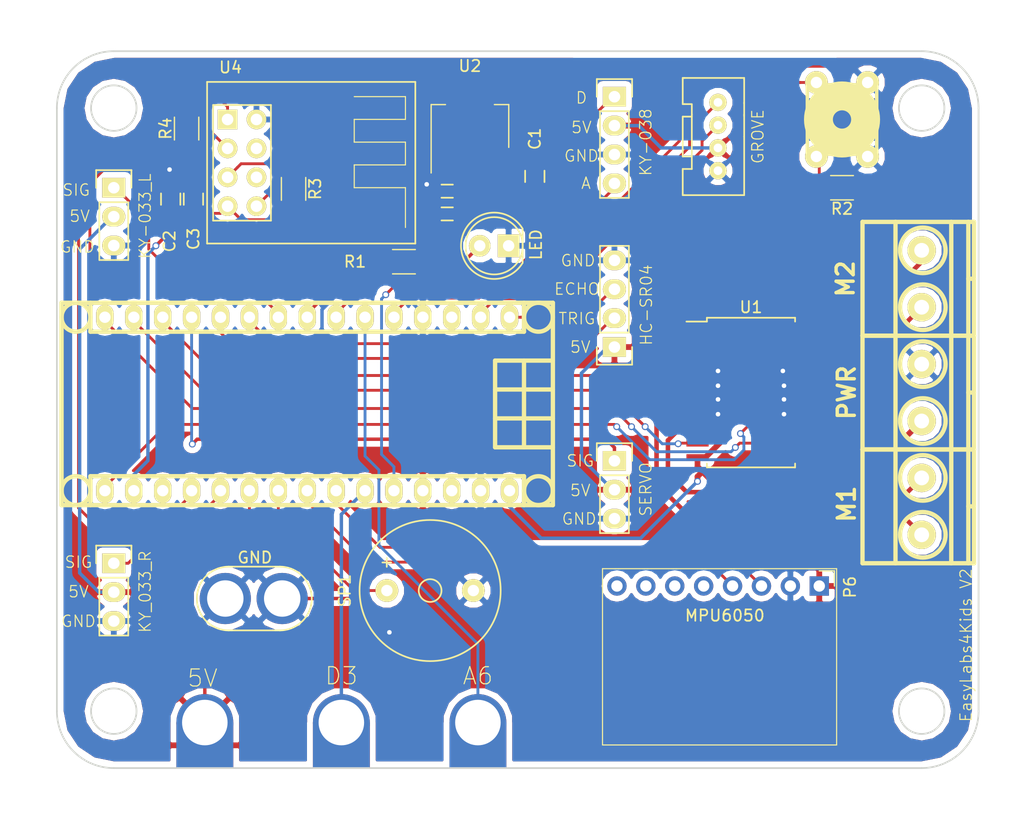
<source format=kicad_pcb>
(kicad_pcb (version 4) (host pcbnew 4.0.3-stable)

  (general
    (links 90)
    (no_connects 0)
    (area 74 75.5 164.000001 148.000001)
    (thickness 1.6)
    (drawings 33)
    (tracks 333)
    (zones 0)
    (modules 30)
    (nets 45)
  )

  (page A4)
  (title_block
    (date 2018-01-13)
  )

  (layers
    (0 F.Cu signal)
    (31 B.Cu signal)
    (32 B.Adhes user)
    (33 F.Adhes user)
    (34 B.Paste user)
    (35 F.Paste user)
    (36 B.SilkS user)
    (37 F.SilkS user)
    (38 B.Mask user)
    (39 F.Mask user)
    (40 Dwgs.User user)
    (41 Cmts.User user)
    (42 Eco1.User user)
    (43 Eco2.User user)
    (44 Edge.Cuts user)
    (45 Margin user)
    (46 B.CrtYd user)
    (47 F.CrtYd user)
    (48 B.Fab user)
    (49 F.Fab user)
  )

  (setup
    (last_trace_width 0.25)
    (user_trace_width 0.3)
    (user_trace_width 0.4)
    (user_trace_width 0.5)
    (trace_clearance 0.2)
    (zone_clearance 0.508)
    (zone_45_only no)
    (trace_min 0.2)
    (segment_width 0.2)
    (edge_width 0.15)
    (via_size 0.6)
    (via_drill 0.4)
    (via_min_size 0.4)
    (via_min_drill 0.3)
    (uvia_size 0.3)
    (uvia_drill 0.1)
    (uvias_allowed no)
    (uvia_min_size 0.2)
    (uvia_min_drill 0.1)
    (pcb_text_width 0.3)
    (pcb_text_size 1.5 1.5)
    (mod_edge_width 0.15)
    (mod_text_size 1 1)
    (mod_text_width 0.15)
    (pad_size 0.5 0.9)
    (pad_drill 0)
    (pad_to_mask_clearance 0.2)
    (aux_axis_origin 0 0)
    (grid_origin 79 143)
    (visible_elements 7FFFFF7F)
    (pcbplotparams
      (layerselection 0x010fc_80000001)
      (usegerberextensions false)
      (excludeedgelayer true)
      (linewidth 0.100000)
      (plotframeref false)
      (viasonmask false)
      (mode 1)
      (useauxorigin false)
      (hpglpennumber 1)
      (hpglpenspeed 20)
      (hpglpendiameter 15)
      (hpglpenoverlay 2)
      (psnegative false)
      (psa4output false)
      (plotreference true)
      (plotvalue true)
      (plotinvisibletext false)
      (padsonsilk false)
      (subtractmaskfromsilk false)
      (outputformat 1)
      (mirror false)
      (drillshape 0)
      (scaleselection 1)
      (outputdirectory Gerbers/))
  )

  (net 0 "")
  (net 1 /12V)
  (net 2 GND)
  (net 3 /3V3)
  (net 4 "Net-(D1-Pad2)")
  (net 5 "Net-(J1-Pad3)")
  (net 6 /3V3_ARD)
  (net 7 "Net-(J1-Pad18)")
  (net 8 /5V)
  (net 9 "Net-(J1-Pad28)")
  (net 10 /LF_L)
  (net 11 /LF_R)
  (net 12 /2Y)
  (net 13 /1Y)
  (net 14 /3Y)
  (net 15 /4Y)
  (net 16 /SCL)
  (net 17 /SDA)
  (net 18 "Net-(P6-Pad5)")
  (net 19 "Net-(P6-Pad6)")
  (net 20 "Net-(P6-Pad7)")
  (net 21 "Net-(P6-Pad8)")
  (net 22 /3V3_REG)
  (net 23 /BBC_ANALOG)
  (net 24 /BBC_DIGITAL)
  (net 25 /DIGITAL_SOUND)
  (net 26 /ANALOG_SOUND)
  (net 27 /SERVO)
  (net 28 /LED)
  (net 29 /SWITCH)
  (net 30 "Net-(R3-Pad2)")
  (net 31 "Net-(R4-Pad2)")
  (net 32 /BUZZER)
  (net 33 /1A)
  (net 34 /2A)
  (net 35 /3A)
  (net 36 /4A)
  (net 37 /TRIG)
  (net 38 /ECHO)
  (net 39 /ARD_TX)
  (net 40 "Net-(U4-Pad4)")
  (net 41 "Net-(U4-Pad6)")
  (net 42 /GroveIO1)
  (net 43 /GroveIO2)
  (net 44 /ARD_RX)

  (net_class Default "This is the default net class."
    (clearance 0.2)
    (trace_width 0.25)
    (via_dia 0.6)
    (via_drill 0.4)
    (uvia_dia 0.3)
    (uvia_drill 0.1)
    (add_net /12V)
    (add_net /1A)
    (add_net /1Y)
    (add_net /2A)
    (add_net /2Y)
    (add_net /3A)
    (add_net /3V3)
    (add_net /3V3_ARD)
    (add_net /3V3_REG)
    (add_net /3Y)
    (add_net /4A)
    (add_net /4Y)
    (add_net /5V)
    (add_net /ANALOG_SOUND)
    (add_net /ARD_RX)
    (add_net /ARD_TX)
    (add_net /BBC_ANALOG)
    (add_net /BBC_DIGITAL)
    (add_net /BUZZER)
    (add_net /DIGITAL_SOUND)
    (add_net /ECHO)
    (add_net /GroveIO1)
    (add_net /GroveIO2)
    (add_net /LED)
    (add_net /LF_L)
    (add_net /LF_R)
    (add_net /SCL)
    (add_net /SDA)
    (add_net /SERVO)
    (add_net /SWITCH)
    (add_net /TRIG)
    (add_net GND)
    (add_net "Net-(D1-Pad2)")
    (add_net "Net-(J1-Pad18)")
    (add_net "Net-(J1-Pad28)")
    (add_net "Net-(J1-Pad3)")
    (add_net "Net-(P6-Pad5)")
    (add_net "Net-(P6-Pad6)")
    (add_net "Net-(P6-Pad7)")
    (add_net "Net-(P6-Pad8)")
    (add_net "Net-(R3-Pad2)")
    (add_net "Net-(R4-Pad2)")
    (add_net "Net-(U4-Pad4)")
    (add_net "Net-(U4-Pad6)")
  )

  (module EasyLabs4Kids:arduino_nano_header (layer F.Cu) (tedit 58747613) (tstamp 5A3E3056)
    (at 101 111 180)
    (descr "Arduino Nano Header")
    (tags Arduino)
    (path /5A35199D)
    (fp_text reference J1 (at 0 1.27 180) (layer F.SilkS) hide
      (effects (font (size 1.016 1.016) (thickness 0.2032)))
    )
    (fp_text value Arduino_Nano_Header (at 0 -1.27 180) (layer F.SilkS) hide
      (effects (font (size 1.016 0.889) (thickness 0.2032)))
    )
    (fp_line (start -16.51 -1.27) (end -21.59 -1.27) (layer F.SilkS) (width 0.381))
    (fp_line (start -16.51 1.27) (end -21.59 1.27) (layer F.SilkS) (width 0.381))
    (fp_line (start -19.05 -3.81) (end -19.05 3.81) (layer F.SilkS) (width 0.381))
    (fp_line (start -21.59 -3.81) (end -16.51 -3.81) (layer F.SilkS) (width 0.381))
    (fp_line (start -16.51 -3.81) (end -16.51 3.81) (layer F.SilkS) (width 0.381))
    (fp_line (start -16.51 3.81) (end -21.59 3.81) (layer F.SilkS) (width 0.381))
    (fp_line (start 21.59 -8.89) (end -21.59 -8.89) (layer F.SilkS) (width 0.381))
    (fp_line (start -21.59 8.89) (end 21.59 8.89) (layer F.SilkS) (width 0.381))
    (fp_line (start -21.59 8.89) (end -21.59 -8.89) (layer F.SilkS) (width 0.381))
    (fp_line (start 21.59 8.89) (end 21.59 -8.89) (layer F.SilkS) (width 0.381))
    (fp_circle (center -20.32 -7.62) (end -21.59 -7.62) (layer F.SilkS) (width 0.381))
    (fp_circle (center -20.32 7.62) (end -21.59 7.62) (layer F.SilkS) (width 0.381))
    (fp_circle (center 20.32 -7.62) (end 21.59 -7.62) (layer F.SilkS) (width 0.381))
    (fp_circle (center 20.32 7.62) (end 21.59 7.62) (layer F.SilkS) (width 0.381))
    (fp_line (start 19.05 -6.35) (end -19.05 -6.35) (layer F.SilkS) (width 0.381))
    (fp_line (start -19.05 6.35) (end 19.05 6.35) (layer F.SilkS) (width 0.381))
    (fp_line (start 19.05 8.89) (end 19.05 6.35) (layer F.SilkS) (width 0.381))
    (fp_line (start 19.05 -6.35) (end 19.05 -8.89) (layer F.SilkS) (width 0.381))
    (fp_line (start -19.05 -8.89) (end -19.05 -6.35) (layer F.SilkS) (width 0.381))
    (fp_line (start -19.05 8.89) (end -19.05 6.35) (layer F.SilkS) (width 0.381))
    (pad 1 thru_hole oval (at -17.78 7.62 180) (size 1.524 2.19964) (drill 1.00076) (layers *.Cu *.Mask F.SilkS)
      (net 43 /GroveIO2))
    (pad 2 thru_hole oval (at -15.24 7.62 180) (size 1.524 2.19964) (drill 1.00076) (layers *.Cu *.Mask F.SilkS)
      (net 42 /GroveIO1))
    (pad 3 thru_hole oval (at -12.7 7.62 180) (size 1.524 2.19964) (drill 1.00076) (layers *.Cu *.Mask F.SilkS)
      (net 5 "Net-(J1-Pad3)"))
    (pad 4 thru_hole oval (at -10.16 7.62 180) (size 1.524 2.19964) (drill 1.00076) (layers *.Cu *.Mask F.SilkS)
      (net 2 GND))
    (pad 5 thru_hole oval (at -7.62 7.62 180) (size 1.524 2.19964) (drill 1.00076) (layers *.Cu *.Mask F.SilkS)
      (net 29 /SWITCH))
    (pad 6 thru_hole oval (at -5.08 7.62 180) (size 1.524 2.19964) (drill 1.00076) (layers *.Cu *.Mask F.SilkS)
      (net 24 /BBC_DIGITAL))
    (pad 7 thru_hole oval (at -2.54 7.62 180) (size 1.524 2.19964) (drill 1.00076) (layers *.Cu *.Mask F.SilkS)
      (net 25 /DIGITAL_SOUND))
    (pad 8 thru_hole oval (at 0 7.62 180) (size 1.524 2.19964) (drill 1.00076) (layers *.Cu *.Mask F.SilkS)
      (net 28 /LED))
    (pad 9 thru_hole oval (at 2.54 7.62 180) (size 1.524 2.19964) (drill 1.00076) (layers *.Cu *.Mask F.SilkS)
      (net 10 /LF_L))
    (pad 10 thru_hole oval (at 5.08 7.62 180) (size 1.524 2.19964) (drill 1.00076) (layers *.Cu *.Mask F.SilkS)
      (net 38 /ECHO))
    (pad 11 thru_hole oval (at 7.62 7.62 180) (size 1.524 2.19964) (drill 1.00076) (layers *.Cu *.Mask F.SilkS)
      (net 37 /TRIG))
    (pad 12 thru_hole oval (at 10.16 7.62 180) (size 1.524 2.19964) (drill 1.00076) (layers *.Cu *.Mask F.SilkS)
      (net 27 /SERVO))
    (pad 13 thru_hole oval (at 12.7 7.62 180) (size 1.524 2.19964) (drill 1.00076) (layers *.Cu *.Mask F.SilkS)
      (net 33 /1A))
    (pad 14 thru_hole oval (at 15.24 7.62 180) (size 1.524 2.19964) (drill 1.00076) (layers *.Cu *.Mask F.SilkS)
      (net 34 /2A))
    (pad 15 thru_hole oval (at 17.78 7.62 180) (size 1.524 2.19964) (drill 1.00076) (layers *.Cu *.Mask F.SilkS)
      (net 35 /3A))
    (pad 16 thru_hole oval (at 17.78 -7.62 180) (size 1.524 2.19964) (drill 1.00076) (layers *.Cu *.Mask F.SilkS)
      (net 36 /4A))
    (pad 17 thru_hole oval (at 15.24 -7.62 180) (size 1.524 2.19964) (drill 1.00076) (layers *.Cu *.Mask F.SilkS)
      (net 6 /3V3_ARD))
    (pad 18 thru_hole oval (at 12.7 -7.62 180) (size 1.524 2.19964) (drill 1.00076) (layers *.Cu *.Mask F.SilkS)
      (net 7 "Net-(J1-Pad18)"))
    (pad 19 thru_hole oval (at 10.16 -7.62 180) (size 1.524 2.19964) (drill 1.00076) (layers *.Cu *.Mask F.SilkS)
      (net 44 /ARD_RX))
    (pad 20 thru_hole oval (at 7.62 -7.62 180) (size 1.524 2.1971) (drill 1.00076) (layers *.Cu *.Mask F.SilkS)
      (net 39 /ARD_TX))
    (pad 21 thru_hole oval (at 5.08 -7.62 180) (size 1.524 2.1971) (drill 1.00076) (layers *.Cu *.Mask F.SilkS)
      (net 11 /LF_R))
    (pad 22 thru_hole oval (at 2.54 -7.62 180) (size 1.524 2.1971) (drill 1.00076) (layers *.Cu *.Mask F.SilkS)
      (net 32 /BUZZER))
    (pad 23 thru_hole oval (at 0 -7.62 180) (size 1.524 2.1971) (drill 1.00076) (layers *.Cu *.Mask F.SilkS)
      (net 17 /SDA))
    (pad 24 thru_hole oval (at -2.54 -7.62 180) (size 1.524 2.1971) (drill 0.99822) (layers *.Cu *.Mask F.SilkS)
      (net 16 /SCL))
    (pad 25 thru_hole oval (at -5.08 -7.62 180) (size 1.524 2.1971) (drill 0.99822) (layers *.Cu *.Mask F.SilkS)
      (net 23 /BBC_ANALOG))
    (pad 26 thru_hole oval (at -7.62 -7.62 180) (size 1.524 2.1971) (drill 0.99822) (layers *.Cu *.Mask F.SilkS)
      (net 26 /ANALOG_SOUND))
    (pad 27 thru_hole oval (at -10.16 -7.62 180) (size 1.524 2.1971) (drill 0.99822) (layers *.Cu *.Mask F.SilkS)
      (net 8 /5V))
    (pad 28 thru_hole oval (at -12.7 -7.62 180) (size 1.524 2.1971) (drill 0.99822) (layers *.Cu *.Mask F.SilkS)
      (net 9 "Net-(J1-Pad28)"))
    (pad 29 thru_hole oval (at -15.24 -7.62 180) (size 1.524 2.1971) (drill 0.99822) (layers *.Cu *.Mask F.SilkS)
      (net 2 GND))
    (pad 30 thru_hole oval (at -17.78 -7.62 180) (size 1.524 2.1971) (drill 0.99822) (layers *.Cu *.Mask F.SilkS)
      (net 1 /12V))
    (model walter/conn_misc/arduino_nano_header.wrl
      (at (xyz 0 0 0))
      (scale (xyz 1 1 1))
      (rotate (xyz 0 0 0))
    )
    (model D:/gitlab/Fiverr/Gig2/EasyLab4Kids/3dShapes/nano.wrl
      (at (xyz 0.85 0.35 0.45))
      (scale (xyz 0.395 0.395 0.395))
      (rotate (xyz -90 0 180))
    )
  )

  (module EasyLabs4Kids:C_0805_HandSoldering (layer F.Cu) (tedit 5A59D0ED) (tstamp 5A3E3022)
    (at 121 91 270)
    (descr "Capacitor SMD 0805, hand soldering")
    (tags "capacitor 0805")
    (path /5A3B9BDF)
    (attr smd)
    (fp_text reference C1 (at -3.3 0 270) (layer F.SilkS)
      (effects (font (size 1 1) (thickness 0.15)))
    )
    (fp_text value 10uF/16V (at 0 2.1 270) (layer F.Fab) hide
      (effects (font (size 1 1) (thickness 0.15)))
    )
    (fp_line (start -2.3 -1) (end 2.3 -1) (layer F.CrtYd) (width 0.05))
    (fp_line (start -2.3 1) (end 2.3 1) (layer F.CrtYd) (width 0.05))
    (fp_line (start -2.3 -1) (end -2.3 1) (layer F.CrtYd) (width 0.05))
    (fp_line (start 2.3 -1) (end 2.3 1) (layer F.CrtYd) (width 0.05))
    (fp_line (start 0.5 -0.85) (end -0.5 -0.85) (layer F.SilkS) (width 0.15))
    (fp_line (start -0.5 0.85) (end 0.5 0.85) (layer F.SilkS) (width 0.15))
    (pad 1 smd rect (at -1.25 0 270) (size 1.5 1.25) (layers F.Cu F.Paste F.Mask)
      (net 1 /12V))
    (pad 2 smd rect (at 1.25 0 270) (size 1.5 1.25) (layers F.Cu F.Paste F.Mask)
      (net 2 GND))
    (model Capacitors_SMD.3dshapes/C_0805_HandSoldering.wrl
      (at (xyz 0 0 0))
      (scale (xyz 1 1 1))
      (rotate (xyz 0 0 0))
    )
  )

  (module EasyLabs4Kids:C_0805_HandSoldering (layer F.Cu) (tedit 541A9B8D) (tstamp 5A3E3028)
    (at 89 93 90)
    (descr "Capacitor SMD 0805, hand soldering")
    (tags "capacitor 0805")
    (path /5A3A9750)
    (attr smd)
    (fp_text reference C2 (at -3.7 -0.1 90) (layer F.SilkS)
      (effects (font (size 1 1) (thickness 0.15)))
    )
    (fp_text value C (at 0 2.1 90) (layer F.Fab)
      (effects (font (size 1 1) (thickness 0.15)))
    )
    (fp_line (start -2.3 -1) (end 2.3 -1) (layer F.CrtYd) (width 0.05))
    (fp_line (start -2.3 1) (end 2.3 1) (layer F.CrtYd) (width 0.05))
    (fp_line (start -2.3 -1) (end -2.3 1) (layer F.CrtYd) (width 0.05))
    (fp_line (start 2.3 -1) (end 2.3 1) (layer F.CrtYd) (width 0.05))
    (fp_line (start 0.5 -0.85) (end -0.5 -0.85) (layer F.SilkS) (width 0.15))
    (fp_line (start -0.5 0.85) (end 0.5 0.85) (layer F.SilkS) (width 0.15))
    (pad 1 smd rect (at -1.25 0 90) (size 1.5 1.25) (layers F.Cu F.Paste F.Mask)
      (net 3 /3V3))
    (pad 2 smd rect (at 1.25 0 90) (size 1.5 1.25) (layers F.Cu F.Paste F.Mask)
      (net 2 GND))
    (model Capacitors_SMD.3dshapes/C_0805_HandSoldering.wrl
      (at (xyz 0 0 0))
      (scale (xyz 1 1 1))
      (rotate (xyz 0 0 0))
    )
  )

  (module EasyLabs4Kids:C_0805_HandSoldering (layer F.Cu) (tedit 541A9B8D) (tstamp 5A3E302E)
    (at 91 93 90)
    (descr "Capacitor SMD 0805, hand soldering")
    (tags "capacitor 0805")
    (path /5A3A97C0)
    (attr smd)
    (fp_text reference C3 (at -3.5 0 90) (layer F.SilkS)
      (effects (font (size 1 1) (thickness 0.15)))
    )
    (fp_text value C (at 0 2.1 90) (layer F.Fab)
      (effects (font (size 1 1) (thickness 0.15)))
    )
    (fp_line (start -2.3 -1) (end 2.3 -1) (layer F.CrtYd) (width 0.05))
    (fp_line (start -2.3 1) (end 2.3 1) (layer F.CrtYd) (width 0.05))
    (fp_line (start -2.3 -1) (end -2.3 1) (layer F.CrtYd) (width 0.05))
    (fp_line (start 2.3 -1) (end 2.3 1) (layer F.CrtYd) (width 0.05))
    (fp_line (start 0.5 -0.85) (end -0.5 -0.85) (layer F.SilkS) (width 0.15))
    (fp_line (start -0.5 0.85) (end 0.5 0.85) (layer F.SilkS) (width 0.15))
    (pad 1 smd rect (at -1.25 0 90) (size 1.5 1.25) (layers F.Cu F.Paste F.Mask)
      (net 3 /3V3))
    (pad 2 smd rect (at 1.25 0 90) (size 1.5 1.25) (layers F.Cu F.Paste F.Mask)
      (net 2 GND))
    (model Capacitors_SMD.3dshapes/C_0805_HandSoldering.wrl
      (at (xyz 0 0 0))
      (scale (xyz 1 1 1))
      (rotate (xyz 0 0 0))
    )
  )

  (module EasyLabs4Kids:LED-5MM (layer F.Cu) (tedit 5A59C524) (tstamp 5A3E3034)
    (at 118.7 97.1 180)
    (descr "LED 5mm round vertical")
    (tags "LED 5mm round vertical")
    (path /5A35278E)
    (fp_text reference D1 (at 1.524 4.064 180) (layer F.SilkS) hide
      (effects (font (size 1 1) (thickness 0.15)))
    )
    (fp_text value LED (at -2.4 0.1 270) (layer F.SilkS)
      (effects (font (size 1 1) (thickness 0.15)))
    )
    (fp_line (start -1.5 -1.55) (end -1.5 1.55) (layer F.CrtYd) (width 0.05))
    (fp_arc (start 1.3 0) (end -1.5 1.55) (angle -302) (layer F.CrtYd) (width 0.05))
    (fp_arc (start 1.27 0) (end -1.23 -1.5) (angle 297.5) (layer F.SilkS) (width 0.15))
    (fp_line (start -1.23 1.5) (end -1.23 -1.5) (layer F.SilkS) (width 0.15))
    (fp_circle (center 1.27 0) (end 0.97 -2.5) (layer F.SilkS) (width 0.15))
    (fp_text user K (at -1.905 1.905 180) (layer F.SilkS) hide
      (effects (font (size 1 1) (thickness 0.15)))
    )
    (pad 1 thru_hole rect (at 0 0 270) (size 2 1.9) (drill 1.00076) (layers *.Cu *.Mask F.SilkS)
      (net 2 GND) (clearance 0.1))
    (pad 2 thru_hole circle (at 2.54 0 180) (size 1.9 1.9) (drill 1.00076) (layers *.Cu *.Mask F.SilkS)
      (net 4 "Net-(D1-Pad2)"))
    (model LEDs.3dshapes/LED-5MM.wrl
      (at (xyz 0.05 0 0))
      (scale (xyz 1 1 1))
      (rotate (xyz 0 0 90))
    )
  )

  (module EasyLabs4Kids:mkds_1,5-2 (layer F.Cu) (tedit 59BC7EFF) (tstamp 5A3E305C)
    (at 155 110 90)
    (descr "2-way 5mm pitch terminal block, Phoenix MKDS series")
    (path /5A351E5C)
    (fp_text reference P1 (at 0 -6.6 90) (layer F.SilkS) hide
      (effects (font (size 1.5 1.5) (thickness 0.3)))
    )
    (fp_text value PWR (at 0 -6.6 90) (layer F.SilkS)
      (effects (font (size 1.5 1.5) (thickness 0.3)))
    )
    (fp_line (start 0 4.1) (end 0 4.6) (layer F.SilkS) (width 0.381))
    (fp_circle (center 2.5 0.1) (end 0.5 0.1) (layer F.SilkS) (width 0.381))
    (fp_circle (center -2.5 0.1) (end -0.5 0.1) (layer F.SilkS) (width 0.381))
    (fp_line (start -5 2.6) (end 5 2.6) (layer F.SilkS) (width 0.381))
    (fp_line (start -5 -2.3) (end 5 -2.3) (layer F.SilkS) (width 0.381))
    (fp_line (start -5 4.1) (end 5 4.1) (layer F.SilkS) (width 0.381))
    (fp_line (start -5 4.6) (end 5 4.6) (layer F.SilkS) (width 0.381))
    (fp_line (start 5 4.6) (end 5 -5.2) (layer F.SilkS) (width 0.381))
    (fp_line (start 5 -5.2) (end -5 -5.2) (layer F.SilkS) (width 0.381))
    (fp_line (start -5 -5.2) (end -5 4.6) (layer F.SilkS) (width 0.381))
    (pad 1 thru_hole circle (at -2.5 0 90) (size 2.5 2.5) (drill 1.3) (layers *.Cu *.Mask F.SilkS)
      (net 1 /12V))
    (pad 2 thru_hole circle (at 2.5 0 90) (size 2.5 2.5) (drill 1.3) (layers *.Cu *.Mask F.SilkS)
      (net 2 GND))
    (model walter/conn_mkds/mkds_1,5-2.wrl
      (at (xyz 0 0 0))
      (scale (xyz 1 1 1))
      (rotate (xyz 0 0 0))
    )
  )

  (module EasyLabs4Kids:Pin_Header_Straight_1x03 (layer F.Cu) (tedit 58748465) (tstamp 5A3E3063)
    (at 84 92)
    (descr "Through hole pin header")
    (tags "pin header")
    (path /5A3532B1)
    (fp_text reference P2 (at -3 0) (layer F.SilkS) hide
      (effects (font (size 1 1) (thickness 0.15)))
    )
    (fp_text value KY-033_L (at 2.75 2.5 90) (layer F.SilkS)
      (effects (font (size 1 1) (thickness 0.1)))
    )
    (fp_line (start -1.75 -1.75) (end -1.75 6.85) (layer F.CrtYd) (width 0.05))
    (fp_line (start 1.75 -1.75) (end 1.75 6.85) (layer F.CrtYd) (width 0.05))
    (fp_line (start -1.75 -1.75) (end 1.75 -1.75) (layer F.CrtYd) (width 0.05))
    (fp_line (start -1.75 6.85) (end 1.75 6.85) (layer F.CrtYd) (width 0.05))
    (fp_line (start -1.27 1.27) (end -1.27 6.35) (layer F.SilkS) (width 0.15))
    (fp_line (start -1.27 6.35) (end 1.27 6.35) (layer F.SilkS) (width 0.15))
    (fp_line (start 1.27 6.35) (end 1.27 1.27) (layer F.SilkS) (width 0.15))
    (fp_line (start 1.55 -1.55) (end 1.55 0) (layer F.SilkS) (width 0.15))
    (fp_line (start 1.27 1.27) (end -1.27 1.27) (layer F.SilkS) (width 0.15))
    (fp_line (start -1.55 0) (end -1.55 -1.55) (layer F.SilkS) (width 0.15))
    (fp_line (start -1.55 -1.55) (end 1.55 -1.55) (layer F.SilkS) (width 0.15))
    (pad 1 thru_hole rect (at 0 0) (size 2.032 1.7272) (drill 1.016) (layers *.Cu *.Mask F.SilkS)
      (net 10 /LF_L))
    (pad 2 thru_hole oval (at 0 2.54) (size 2.032 1.7272) (drill 1.016) (layers *.Cu *.Mask F.SilkS)
      (net 8 /5V))
    (pad 3 thru_hole oval (at 0 5.08) (size 2.032 1.7272) (drill 1.016) (layers *.Cu *.Mask F.SilkS)
      (net 2 GND))
    (model Pin_Headers.3dshapes/Pin_Header_Straight_1x03.wrl
      (at (xyz 0 -0.1 0))
      (scale (xyz 1 1 1))
      (rotate (xyz 0 0 90))
    )
  )

  (module EasyLabs4Kids:Pin_Header_Straight_1x03 (layer F.Cu) (tedit 58748465) (tstamp 5A3E306A)
    (at 84 125)
    (descr "Through hole pin header")
    (tags "pin header")
    (path /5A3533FF)
    (fp_text reference P3 (at -3 0) (layer F.SilkS) hide
      (effects (font (size 1 1) (thickness 0.15)))
    )
    (fp_text value KY_033_R (at 2.75 2.5 90) (layer F.SilkS)
      (effects (font (size 1 1) (thickness 0.1)))
    )
    (fp_line (start -1.75 -1.75) (end -1.75 6.85) (layer F.CrtYd) (width 0.05))
    (fp_line (start 1.75 -1.75) (end 1.75 6.85) (layer F.CrtYd) (width 0.05))
    (fp_line (start -1.75 -1.75) (end 1.75 -1.75) (layer F.CrtYd) (width 0.05))
    (fp_line (start -1.75 6.85) (end 1.75 6.85) (layer F.CrtYd) (width 0.05))
    (fp_line (start -1.27 1.27) (end -1.27 6.35) (layer F.SilkS) (width 0.15))
    (fp_line (start -1.27 6.35) (end 1.27 6.35) (layer F.SilkS) (width 0.15))
    (fp_line (start 1.27 6.35) (end 1.27 1.27) (layer F.SilkS) (width 0.15))
    (fp_line (start 1.55 -1.55) (end 1.55 0) (layer F.SilkS) (width 0.15))
    (fp_line (start 1.27 1.27) (end -1.27 1.27) (layer F.SilkS) (width 0.15))
    (fp_line (start -1.55 0) (end -1.55 -1.55) (layer F.SilkS) (width 0.15))
    (fp_line (start -1.55 -1.55) (end 1.55 -1.55) (layer F.SilkS) (width 0.15))
    (pad 1 thru_hole rect (at 0 0) (size 2.032 1.7272) (drill 1.016) (layers *.Cu *.Mask F.SilkS)
      (net 11 /LF_R))
    (pad 2 thru_hole oval (at 0 2.54) (size 2.032 1.7272) (drill 1.016) (layers *.Cu *.Mask F.SilkS)
      (net 8 /5V))
    (pad 3 thru_hole oval (at 0 5.08) (size 2.032 1.7272) (drill 1.016) (layers *.Cu *.Mask F.SilkS)
      (net 2 GND))
    (model Pin_Headers.3dshapes/Pin_Header_Straight_1x03.wrl
      (at (xyz 0 -0.1 0))
      (scale (xyz 1 1 1))
      (rotate (xyz 0 0 90))
    )
  )

  (module EasyLabs4Kids:mkds_1,5-2 (layer F.Cu) (tedit 59BC7EFF) (tstamp 5A3E3070)
    (at 155 120 90)
    (descr "2-way 5mm pitch terminal block, Phoenix MKDS series")
    (path /5A3C8B1B)
    (fp_text reference P4 (at 0 -6.6 90) (layer F.SilkS) hide
      (effects (font (size 1.5 1.5) (thickness 0.3)))
    )
    (fp_text value M1 (at 0.2 -6.6 90) (layer F.SilkS)
      (effects (font (size 1.5 1.5) (thickness 0.3)))
    )
    (fp_line (start 0 4.1) (end 0 4.6) (layer F.SilkS) (width 0.381))
    (fp_circle (center 2.5 0.1) (end 0.5 0.1) (layer F.SilkS) (width 0.381))
    (fp_circle (center -2.5 0.1) (end -0.5 0.1) (layer F.SilkS) (width 0.381))
    (fp_line (start -5 2.6) (end 5 2.6) (layer F.SilkS) (width 0.381))
    (fp_line (start -5 -2.3) (end 5 -2.3) (layer F.SilkS) (width 0.381))
    (fp_line (start -5 4.1) (end 5 4.1) (layer F.SilkS) (width 0.381))
    (fp_line (start -5 4.6) (end 5 4.6) (layer F.SilkS) (width 0.381))
    (fp_line (start 5 4.6) (end 5 -5.2) (layer F.SilkS) (width 0.381))
    (fp_line (start 5 -5.2) (end -5 -5.2) (layer F.SilkS) (width 0.381))
    (fp_line (start -5 -5.2) (end -5 4.6) (layer F.SilkS) (width 0.381))
    (pad 1 thru_hole circle (at -2.5 0 90) (size 2.5 2.5) (drill 1.3) (layers *.Cu *.Mask F.SilkS)
      (net 13 /1Y))
    (pad 2 thru_hole circle (at 2.5 0 90) (size 2.5 2.5) (drill 1.3) (layers *.Cu *.Mask F.SilkS)
      (net 12 /2Y))
    (model walter/conn_mkds/mkds_1,5-2.wrl
      (at (xyz 0 0 0))
      (scale (xyz 1 1 1))
      (rotate (xyz 0 0 0))
    )
  )

  (module EasyLabs4Kids:mkds_1,5-2 (layer F.Cu) (tedit 59BC7EFF) (tstamp 5A3E3076)
    (at 155 100 90)
    (descr "2-way 5mm pitch terminal block, Phoenix MKDS series")
    (path /5A3C8BD8)
    (fp_text reference P5 (at 0 -6.6 90) (layer F.SilkS) hide
      (effects (font (size 1.5 1.5) (thickness 0.3)))
    )
    (fp_text value M2 (at 0 -6.7 90) (layer F.SilkS)
      (effects (font (size 1.5 1.5) (thickness 0.3)))
    )
    (fp_line (start 0 4.1) (end 0 4.6) (layer F.SilkS) (width 0.381))
    (fp_circle (center 2.5 0.1) (end 0.5 0.1) (layer F.SilkS) (width 0.381))
    (fp_circle (center -2.5 0.1) (end -0.5 0.1) (layer F.SilkS) (width 0.381))
    (fp_line (start -5 2.6) (end 5 2.6) (layer F.SilkS) (width 0.381))
    (fp_line (start -5 -2.3) (end 5 -2.3) (layer F.SilkS) (width 0.381))
    (fp_line (start -5 4.1) (end 5 4.1) (layer F.SilkS) (width 0.381))
    (fp_line (start -5 4.6) (end 5 4.6) (layer F.SilkS) (width 0.381))
    (fp_line (start 5 4.6) (end 5 -5.2) (layer F.SilkS) (width 0.381))
    (fp_line (start 5 -5.2) (end -5 -5.2) (layer F.SilkS) (width 0.381))
    (fp_line (start -5 -5.2) (end -5 4.6) (layer F.SilkS) (width 0.381))
    (pad 1 thru_hole circle (at -2.5 0 90) (size 2.5 2.5) (drill 1.3) (layers *.Cu *.Mask F.SilkS)
      (net 14 /3Y))
    (pad 2 thru_hole circle (at 2.5 0 90) (size 2.5 2.5) (drill 1.3) (layers *.Cu *.Mask F.SilkS)
      (net 15 /4Y))
    (model walter/conn_mkds/mkds_1,5-2.wrl
      (at (xyz 0 0 0))
      (scale (xyz 1 1 1))
      (rotate (xyz 0 0 0))
    )
  )

  (module EasyLabs4Kids:SolderJumper (layer F.Cu) (tedit 5A59C54C) (tstamp 5A3E3088)
    (at 113.3 92.3)
    (descr "Resistor SMD 0603, reflow soldering, Vishay (see dcrcw.pdf)")
    (tags "resistor 0603")
    (path /5A3B8EB2)
    (attr smd)
    (fp_text reference P7 (at 0 -1.9) (layer F.SilkS) hide
      (effects (font (size 1 1) (thickness 0.15)))
    )
    (fp_text value SolderJumper (at 0 1.9) (layer F.Fab) hide
      (effects (font (size 1 1) (thickness 0.15)))
    )
    (fp_line (start -0.7 -0.8) (end 0.7 -0.8) (layer F.CrtYd) (width 0.05))
    (fp_line (start -0.7 0.8) (end 0.7 0.8) (layer F.CrtYd) (width 0.05))
    (fp_line (start -0.7 -0.8) (end -0.7 0.8) (layer F.CrtYd) (width 0.05))
    (fp_line (start 0.7 -0.8) (end 0.7 0.8) (layer F.CrtYd) (width 0.05))
    (fp_line (start 0.5 0.575) (end -0.5 0.575) (layer F.SilkS) (width 0.15))
    (fp_line (start -0.5 -0.575) (end 0.5 -0.575) (layer F.SilkS) (width 0.15))
    (pad 1 smd rect (at -0.3 0) (size 0.5 0.9) (layers F.Cu F.Paste F.Mask)
      (net 3 /3V3) (clearance 0.05))
    (pad 2 smd rect (at 0.3 0) (size 0.5 0.9) (layers F.Cu F.Paste F.Mask)
      (net 22 /3V3_REG) (clearance 0.05))
  )

  (module EasyLabs4Kids:SolderJumper (layer F.Cu) (tedit 5A59C55C) (tstamp 5A3E308E)
    (at 113.3 94.3)
    (descr "Resistor SMD 0603, reflow soldering, Vishay (see dcrcw.pdf)")
    (tags "resistor 0603")
    (path /5A3B8DA0)
    (attr smd)
    (fp_text reference P8 (at 0 -1.9) (layer F.SilkS) hide
      (effects (font (size 1 1) (thickness 0.15)))
    )
    (fp_text value SolderJumper (at 0 1.9) (layer F.Fab) hide
      (effects (font (size 1 1) (thickness 0.15)))
    )
    (fp_line (start -0.7 -0.8) (end 0.7 -0.8) (layer F.CrtYd) (width 0.05))
    (fp_line (start -0.7 0.8) (end 0.7 0.8) (layer F.CrtYd) (width 0.05))
    (fp_line (start -0.7 -0.8) (end -0.7 0.8) (layer F.CrtYd) (width 0.05))
    (fp_line (start 0.7 -0.8) (end 0.7 0.8) (layer F.CrtYd) (width 0.05))
    (fp_line (start 0.5 0.575) (end -0.5 0.575) (layer F.SilkS) (width 0.15))
    (fp_line (start -0.5 -0.575) (end 0.5 -0.575) (layer F.SilkS) (width 0.15))
    (pad 1 smd rect (at -0.3 0) (size 0.5 0.9) (layers F.Cu F.Paste F.Mask)
      (net 3 /3V3) (clearance 0.05))
    (pad 2 smd rect (at 0.3 0) (size 0.5 0.9) (layers F.Cu F.Paste F.Mask)
      (net 6 /3V3_ARD) (clearance 0.05))
  )

  (module EasyLabs4Kids:BBC_CONNECTOR (layer F.Cu) (tedit 59BC81C7) (tstamp 5A3E3095)
    (at 104 139)
    (path /5A3523ED)
    (fp_text reference P9 (at 0 0.125) (layer F.Fab)
      (effects (font (size 0.1 0.1) (thickness 0.01)))
    )
    (fp_text value A (at 0 -0.125) (layer F.Fab)
      (effects (font (size 0.1 0.1) (thickness 0.01)))
    )
    (fp_text user %R (at 0 0 180) (layer Eco1.User)
      (effects (font (size 0.3 0.3) (thickness 0.03)))
    )
    (fp_line (start 0 -3.1) (end 0 3.1) (layer Cmts.User) (width 0.05))
    (fp_line (start -3.1 0) (end 3.1 0) (layer Cmts.User) (width 0.05))
    (fp_arc (start 0 0) (end -2.7 0) (angle 180) (layer F.CrtYd) (width 0.05))
    (fp_line (start 2.7 4.2) (end 2.7 0) (layer F.CrtYd) (width 0.05))
    (fp_line (start -2.7 4.2) (end 2.7 4.2) (layer F.CrtYd) (width 0.05))
    (fp_line (start -2.7 0) (end -2.7 4.2) (layer F.CrtYd) (width 0.05))
    (pad 1 thru_hole circle (at 0 0) (size 5 5) (drill 4) (layers *.Cu *.Mask)
      (net 23 /BBC_ANALOG))
    (pad 1 smd rect (at 0 2) (size 5 4) (layers F.Cu F.Mask)
      (net 23 /BBC_ANALOG))
    (pad 1 smd rect (at 0 2) (size 5 4) (layers *.Mask B.Cu)
      (net 23 /BBC_ANALOG))
  )

  (module EasyLabs4Kids:BBC_CONNECTOR (layer F.Cu) (tedit 59BC81C7) (tstamp 5A3E309C)
    (at 116 139)
    (path /5A352459)
    (fp_text reference P10 (at 0 0.125) (layer F.Fab)
      (effects (font (size 0.1 0.1) (thickness 0.01)))
    )
    (fp_text value D (at 0 -0.125) (layer F.Fab)
      (effects (font (size 0.1 0.1) (thickness 0.01)))
    )
    (fp_text user %R (at 0 0 180) (layer Eco1.User)
      (effects (font (size 0.3 0.3) (thickness 0.03)))
    )
    (fp_line (start 0 -3.1) (end 0 3.1) (layer Cmts.User) (width 0.05))
    (fp_line (start -3.1 0) (end 3.1 0) (layer Cmts.User) (width 0.05))
    (fp_arc (start 0 0) (end -2.7 0) (angle 180) (layer F.CrtYd) (width 0.05))
    (fp_line (start 2.7 4.2) (end 2.7 0) (layer F.CrtYd) (width 0.05))
    (fp_line (start -2.7 4.2) (end 2.7 4.2) (layer F.CrtYd) (width 0.05))
    (fp_line (start -2.7 0) (end -2.7 4.2) (layer F.CrtYd) (width 0.05))
    (pad 1 thru_hole circle (at 0 0) (size 5 5) (drill 4) (layers *.Cu *.Mask)
      (net 24 /BBC_DIGITAL))
    (pad 1 smd rect (at 0 2) (size 5 4) (layers F.Cu F.Mask)
      (net 24 /BBC_DIGITAL))
    (pad 1 smd rect (at 0 2) (size 5 4) (layers *.Mask B.Cu)
      (net 24 /BBC_DIGITAL))
  )

  (module EasyLabs4Kids:BBC_CONNECTOR (layer F.Cu) (tedit 59BC81C7) (tstamp 5A3E30A3)
    (at 92 139)
    (path /5A352490)
    (fp_text reference P11 (at 0 0.125) (layer F.Fab)
      (effects (font (size 0.1 0.1) (thickness 0.01)))
    )
    (fp_text value 5V (at 0 -0.125) (layer F.Fab)
      (effects (font (size 0.1 0.1) (thickness 0.01)))
    )
    (fp_text user %R (at 0 0 180) (layer Eco1.User)
      (effects (font (size 0.3 0.3) (thickness 0.03)))
    )
    (fp_line (start 0 -3.1) (end 0 3.1) (layer Cmts.User) (width 0.05))
    (fp_line (start -3.1 0) (end 3.1 0) (layer Cmts.User) (width 0.05))
    (fp_arc (start 0 0) (end -2.7 0) (angle 180) (layer F.CrtYd) (width 0.05))
    (fp_line (start 2.7 4.2) (end 2.7 0) (layer F.CrtYd) (width 0.05))
    (fp_line (start -2.7 4.2) (end 2.7 4.2) (layer F.CrtYd) (width 0.05))
    (fp_line (start -2.7 0) (end -2.7 4.2) (layer F.CrtYd) (width 0.05))
    (pad 1 thru_hole circle (at 0 0) (size 5 5) (drill 4) (layers *.Cu *.Mask)
      (net 8 /5V))
    (pad 1 smd rect (at 0 2) (size 5 4) (layers F.Cu F.Mask)
      (net 8 /5V))
    (pad 1 smd rect (at 0 2) (size 5 4) (layers *.Mask B.Cu)
      (net 8 /5V))
  )

  (module EasyLabs4Kids:grove_1x04 (layer F.Cu) (tedit 5874847A) (tstamp 5A3E30AB)
    (at 137.1 84.5)
    (descr http://electronics.stackexchange.com/questions/247361/grove-connector-smd-footprint-dimensions)
    (tags Grove-1x04)
    (path /5A352D7E)
    (fp_text reference P12 (at -1 -3) (layer F.SilkS) hide
      (effects (font (size 1 1) (thickness 0.15)))
    )
    (fp_text value GROVE (at 3.5 3 90) (layer F.SilkS)
      (effects (font (size 1 1) (thickness 0.1)))
    )
    (fp_line (start 2.3 1.2) (end 2.3 0) (layer F.SilkS) (width 0.15))
    (fp_line (start -2.3 1.1) (end -2.3 0.2) (layer F.SilkS) (width 0.15))
    (fp_line (start 2.55 -2.4) (end -3.35 -2.4) (layer B.CrtYd) (width 0.05))
    (fp_line (start -3.35 -2.4) (end -3.35 8.4) (layer B.CrtYd) (width 0.05))
    (fp_line (start -3.35 8.4) (end 2.55 8.4) (layer B.CrtYd) (width 0.05))
    (fp_line (start 2.55 8.4) (end 2.55 -2.4) (layer B.CrtYd) (width 0.05))
    (fp_line (start -3.05 -2.4) (end -3.35 -2.4) (layer F.CrtYd) (width 0.05))
    (fp_line (start -3.35 -2.4) (end -3.35 8.4) (layer F.CrtYd) (width 0.05))
    (fp_line (start -3.35 8.4) (end 2.55 8.4) (layer F.CrtYd) (width 0.05))
    (fp_line (start 2.55 8.4) (end 2.55 -2.4) (layer F.CrtYd) (width 0.05))
    (fp_line (start -3.05 -2.4) (end 2.55 -2.4) (layer F.CrtYd) (width 0.05))
    (fp_line (start -2.95 0.15) (end -2.3 0.15) (layer F.SilkS) (width 0.15))
    (fp_line (start -2.3 1.05) (end -2.3 5.85) (layer F.SilkS) (width 0.15))
    (fp_line (start -2.95 8.15) (end -3.1 8.15) (layer F.SilkS) (width 0.15))
    (fp_line (start -3.1 8.15) (end -3.1 8) (layer F.SilkS) (width 0.15))
    (fp_line (start -3.1 6) (end -3.1 5.85) (layer F.SilkS) (width 0.15))
    (fp_line (start 2 8.15) (end 2.15 8.15) (layer F.SilkS) (width 0.15))
    (fp_line (start 2.15 8.15) (end 2.3 8.15) (layer F.SilkS) (width 0.15))
    (fp_line (start 2.3 8.15) (end 2.3 3) (layer F.SilkS) (width 0.15))
    (fp_line (start 2.3 -2) (end 2.3 0.1) (layer F.SilkS) (width 0.15))
    (fp_line (start -2.95 0.15) (end -3.1 0.15) (layer F.SilkS) (width 0.15))
    (fp_line (start -3.1 0.15) (end -3.1 0) (layer F.SilkS) (width 0.15))
    (fp_line (start -3.1 -2) (end -3.1 -2.15) (layer F.SilkS) (width 0.15))
    (fp_line (start -3.1 -2.15) (end -2.95 -2.15) (layer F.SilkS) (width 0.15))
    (fp_line (start 2 -2.15) (end 2.3 -2.15) (layer F.SilkS) (width 0.15))
    (fp_line (start 2.3 -2.15) (end 2.3 -2.05) (layer F.SilkS) (width 0.15))
    (fp_line (start 2.3 -2.05) (end 2.3 -2) (layer F.SilkS) (width 0.15))
    (fp_line (start -2.3 1.25) (end -3.1 1.25) (layer F.SilkS) (width 0.15))
    (fp_line (start -3.1 1.25) (end -3.1 4.75) (layer F.SilkS) (width 0.15))
    (fp_line (start -3.1 4.75) (end -2.3 4.75) (layer F.SilkS) (width 0.15))
    (fp_line (start 2.3 1.05) (end 2.3 3) (layer F.SilkS) (width 0.15))
    (fp_line (start -2.95 -2.15) (end 2 -2.15) (layer F.SilkS) (width 0.15))
    (fp_line (start -2.95 8.15) (end 2 8.15) (layer F.SilkS) (width 0.15))
    (fp_line (start -3.1 5.85) (end -2.3 5.85) (layer F.SilkS) (width 0.15))
    (fp_line (start -3.1 -2) (end -3.1 0) (layer F.SilkS) (width 0.15))
    (fp_line (start -3.1 6) (end -3.1 8) (layer F.SilkS) (width 0.15))
    (fp_line (start -3.35 -2.4) (end 2.55 -2.4) (layer F.Fab) (width 0.1))
    (fp_line (start 2.55 -2.4) (end 2.55 8.4) (layer F.Fab) (width 0.1))
    (fp_line (start 2.55 8.4) (end -3.35 8.4) (layer F.Fab) (width 0.1))
    (fp_line (start -3.35 8.4) (end -3.35 -2.4) (layer F.Fab) (width 0.1))
    (fp_line (start 2.55 8.4) (end -3.35 8.4) (layer B.Fab) (width 0.1))
    (fp_line (start -3.35 8.4) (end -3.35 -2.4) (layer B.Fab) (width 0.1))
    (fp_line (start -3.35 -2.4) (end 2.55 -2.4) (layer B.Fab) (width 0.1))
    (fp_line (start 2.55 -2.4) (end 2.55 8.375) (layer B.Fab) (width 0.1))
    (pad 1 thru_hole circle (at 0 0) (size 1.524 1.524) (drill 0.762) (layers *.Cu *.Mask F.SilkS)
      (net 42 /GroveIO1))
    (pad 2 thru_hole circle (at 0 2) (size 1.524 1.524) (drill 0.762) (layers *.Cu *.Mask F.SilkS)
      (net 43 /GroveIO2))
    (pad 3 thru_hole circle (at 0 4) (size 1.524 1.524) (drill 0.762) (layers *.Cu *.Mask F.SilkS)
      (net 8 /5V))
    (pad 4 thru_hole circle (at 0 6) (size 1.524 1.524) (drill 0.762) (layers *.Cu *.Mask F.SilkS)
      (net 2 GND))
    (model walter/pin_strip/pin_socket_2mm_4.wrl
      (at (xyz 0 -0.12 0))
      (scale (xyz 1 1 1))
      (rotate (xyz 0 0 90))
    )
  )

  (module EasyLabs4Kids:Pin_Header_Straight_1x04 (layer F.Cu) (tedit 58748475) (tstamp 5A3E30BB)
    (at 128 84)
    (descr "Through hole pin header")
    (tags "pin header")
    (path /5A352A61)
    (fp_text reference P14 (at 0 -5.1) (layer F.SilkS) hide
      (effects (font (size 1 1) (thickness 0.15)))
    )
    (fp_text value KY-038 (at 2.75 4 90) (layer F.SilkS)
      (effects (font (size 1 1) (thickness 0.1)))
    )
    (fp_line (start -1.75 -1.75) (end -1.75 9.4) (layer F.CrtYd) (width 0.05))
    (fp_line (start 1.75 -1.75) (end 1.75 9.4) (layer F.CrtYd) (width 0.05))
    (fp_line (start -1.75 -1.75) (end 1.75 -1.75) (layer F.CrtYd) (width 0.05))
    (fp_line (start -1.75 9.4) (end 1.75 9.4) (layer F.CrtYd) (width 0.05))
    (fp_line (start -1.27 1.27) (end -1.27 8.89) (layer F.SilkS) (width 0.15))
    (fp_line (start 1.27 1.27) (end 1.27 8.89) (layer F.SilkS) (width 0.15))
    (fp_line (start 1.55 -1.55) (end 1.55 0) (layer F.SilkS) (width 0.15))
    (fp_line (start -1.27 8.89) (end 1.27 8.89) (layer F.SilkS) (width 0.15))
    (fp_line (start 1.27 1.27) (end -1.27 1.27) (layer F.SilkS) (width 0.15))
    (fp_line (start -1.55 0) (end -1.55 -1.55) (layer F.SilkS) (width 0.15))
    (fp_line (start -1.55 -1.55) (end 1.55 -1.55) (layer F.SilkS) (width 0.15))
    (pad 1 thru_hole rect (at 0 0) (size 2.032 1.7272) (drill 1.016) (layers *.Cu *.Mask F.SilkS)
      (net 25 /DIGITAL_SOUND))
    (pad 2 thru_hole oval (at 0 2.54) (size 2.032 1.7272) (drill 1.016) (layers *.Cu *.Mask F.SilkS)
      (net 8 /5V))
    (pad 3 thru_hole oval (at 0 5.08) (size 2.032 1.7272) (drill 1.016) (layers *.Cu *.Mask F.SilkS)
      (net 2 GND))
    (pad 4 thru_hole oval (at 0 7.62) (size 2.032 1.7272) (drill 1.016) (layers *.Cu *.Mask F.SilkS)
      (net 26 /ANALOG_SOUND))
    (model Pin_Headers.3dshapes/Pin_Header_Straight_1x04.wrl
      (at (xyz 0 -0.15 0))
      (scale (xyz 1 1 1))
      (rotate (xyz 0 0 90))
    )
  )

  (module EasyLabs4Kids:Pin_Header_Straight_1x03 (layer F.Cu) (tedit 58748465) (tstamp 5A3E30C8)
    (at 128 116)
    (descr "Through hole pin header")
    (tags "pin header")
    (path /5A352A0D)
    (fp_text reference P16 (at -3 0) (layer F.SilkS) hide
      (effects (font (size 1 1) (thickness 0.15)))
    )
    (fp_text value SERVO (at 2.75 2.5 90) (layer F.SilkS)
      (effects (font (size 1 1) (thickness 0.1)))
    )
    (fp_line (start -1.75 -1.75) (end -1.75 6.85) (layer F.CrtYd) (width 0.05))
    (fp_line (start 1.75 -1.75) (end 1.75 6.85) (layer F.CrtYd) (width 0.05))
    (fp_line (start -1.75 -1.75) (end 1.75 -1.75) (layer F.CrtYd) (width 0.05))
    (fp_line (start -1.75 6.85) (end 1.75 6.85) (layer F.CrtYd) (width 0.05))
    (fp_line (start -1.27 1.27) (end -1.27 6.35) (layer F.SilkS) (width 0.15))
    (fp_line (start -1.27 6.35) (end 1.27 6.35) (layer F.SilkS) (width 0.15))
    (fp_line (start 1.27 6.35) (end 1.27 1.27) (layer F.SilkS) (width 0.15))
    (fp_line (start 1.55 -1.55) (end 1.55 0) (layer F.SilkS) (width 0.15))
    (fp_line (start 1.27 1.27) (end -1.27 1.27) (layer F.SilkS) (width 0.15))
    (fp_line (start -1.55 0) (end -1.55 -1.55) (layer F.SilkS) (width 0.15))
    (fp_line (start -1.55 -1.55) (end 1.55 -1.55) (layer F.SilkS) (width 0.15))
    (pad 1 thru_hole rect (at 0 0) (size 2.032 1.7272) (drill 1.016) (layers *.Cu *.Mask F.SilkS)
      (net 27 /SERVO))
    (pad 2 thru_hole oval (at 0 2.54) (size 2.032 1.7272) (drill 1.016) (layers *.Cu *.Mask F.SilkS)
      (net 8 /5V))
    (pad 3 thru_hole oval (at 0 5.08) (size 2.032 1.7272) (drill 1.016) (layers *.Cu *.Mask F.SilkS)
      (net 2 GND))
    (model Pin_Headers.3dshapes/Pin_Header_Straight_1x03.wrl
      (at (xyz 0 -0.1 0))
      (scale (xyz 1 1 1))
      (rotate (xyz 0 0 90))
    )
  )

  (module EasyLabs4Kids:Buzzer_12x9.5RM7.6 (layer F.Cu) (tedit 59744EF9) (tstamp 5A3E30E6)
    (at 111.8 127.4)
    (descr "Generic Buzzer, D12mm height 9.5mm with RM7.6mm")
    (tags buzzer)
    (path /5A352906)
    (fp_text reference SP1 (at -7.5 0 90) (layer F.SilkS)
      (effects (font (size 1 1) (thickness 0.15)))
    )
    (fp_text value Buzzer (at -1.00076 8.001) (layer F.Fab) hide
      (effects (font (size 1 1) (thickness 0.15)))
    )
    (fp_circle (center 0 0) (end 1.00076 0) (layer F.SilkS) (width 0.15))
    (fp_text user + (at -3.81 -2.54) (layer F.SilkS)
      (effects (font (size 1 1) (thickness 0.15)))
    )
    (fp_circle (center 0 0) (end 6.20014 0) (layer F.SilkS) (width 0.15))
    (pad 1 thru_hole circle (at -3.79984 0) (size 2 2) (drill 1.00076) (layers *.Cu *.Mask F.SilkS)
      (net 32 /BUZZER))
    (pad 2 thru_hole circle (at 3.79984 0) (size 2 2) (drill 1.00076) (layers *.Cu *.Mask F.SilkS)
      (net 2 GND))
    (model ${KIPRJMOD}/3d_models/Buzzer_12x9.5RM7.6.wrl
      (at (xyz 0 0 0))
      (scale (xyz 4 4 4))
      (rotate (xyz 0 0 0))
    )
  )

  (module EasyLabs4Kids:PCB_PUSH_edit (layer F.Cu) (tedit 5A59CA04) (tstamp 5A3E30EE)
    (at 148 86)
    (descr "PCB pushbutton, Tyco FSM6x6 series")
    (tags pushbutton)
    (path /5A353DB4)
    (fp_text reference SW1 (at 0 -5.08) (layer F.SilkS) hide
      (effects (font (size 1.27 1.27) (thickness 0.3175)))
    )
    (fp_text value Button (at -4 -0.2 90) (layer F.SilkS) hide
      (effects (font (size 1 1) (thickness 0.1)))
    )
    (fp_line (start -3.048 -3.048) (end 3.048 -3.048) (layer F.SilkS) (width 0.3048))
    (fp_line (start 3.048 -3.048) (end 3.048 3.048) (layer F.SilkS) (width 0.3048))
    (fp_line (start 3.048 3.048) (end -3.048 3.048) (layer F.SilkS) (width 0.3048))
    (fp_line (start -3.048 3.048) (end -3.048 -3.048) (layer F.SilkS) (width 0.3048))
    (fp_circle (center 0 0) (end -0.762 0.254) (layer F.SilkS) (width 2.54))
    (pad 1 thru_hole circle (at -2.25044 -3.2512) (size 1.99898 1.99898) (drill 1.00076) (layers *.Cu *.Mask F.SilkS)
      (net 29 /SWITCH))
    (pad 2 thru_hole circle (at 2.25044 3.2512) (size 1.99898 1.99898) (drill 1.00076) (layers *.Cu *.Mask F.SilkS)
      (net 2 GND))
    (pad 2 thru_hole circle (at 2.25044 -3.2512) (size 1.99898 1.99898) (drill 1.00076) (layers *.Cu *.Mask F.SilkS)
      (net 2 GND))
    (pad 1 thru_hole circle (at -2.25044 3.2512) (size 1.99898 1.99898) (drill 1.00076) (layers *.Cu *.Mask F.SilkS)
      (net 29 /SWITCH))
    (model walter/switch/pcb_push.wrl
      (at (xyz 0 0 0))
      (scale (xyz 1 1 1))
      (rotate (xyz 0 0 0))
    )
  )

  (module EasyLabs4Kids:SOIC-20_7.5x12.8mm_Pitch1.27mm (layer F.Cu) (tedit 59BE059C) (tstamp 5A3E3106)
    (at 140 110)
    (descr "20-Lead Plastic Small Outline (SO) - Wide, 7.50 mm Body [SOIC] (see Microchip Packaging Specification 00000049BS.pdf)")
    (tags "SOIC 1.27")
    (path /5A3B0104)
    (attr smd)
    (fp_text reference U1 (at 0 -7.5) (layer F.SilkS)
      (effects (font (size 1 1) (thickness 0.15)))
    )
    (fp_text value L293D_SMD (at 0 7.5) (layer F.Fab) hide
      (effects (font (size 1 1) (thickness 0.15)))
    )
    (fp_line (start -5.95 -6.75) (end -5.95 6.75) (layer F.CrtYd) (width 0.05))
    (fp_line (start 5.95 -6.75) (end 5.95 6.75) (layer F.CrtYd) (width 0.05))
    (fp_line (start -5.95 -6.75) (end 5.95 -6.75) (layer F.CrtYd) (width 0.05))
    (fp_line (start -5.95 6.75) (end 5.95 6.75) (layer F.CrtYd) (width 0.05))
    (fp_line (start -3.875 -6.575) (end -3.875 -6.24) (layer F.SilkS) (width 0.15))
    (fp_line (start 3.875 -6.575) (end 3.875 -6.24) (layer F.SilkS) (width 0.15))
    (fp_line (start 3.875 6.575) (end 3.875 6.24) (layer F.SilkS) (width 0.15))
    (fp_line (start -3.875 6.575) (end -3.875 6.24) (layer F.SilkS) (width 0.15))
    (fp_line (start -3.875 -6.575) (end 3.875 -6.575) (layer F.SilkS) (width 0.15))
    (fp_line (start -3.875 6.575) (end 3.875 6.575) (layer F.SilkS) (width 0.15))
    (fp_line (start -3.875 -6.24) (end -5.675 -6.24) (layer F.SilkS) (width 0.15))
    (pad 1 smd rect (at -4.7 -5.715) (size 1.95 0.6) (layers F.Cu F.Paste F.Mask)
      (net 8 /5V))
    (pad 2 smd rect (at -4.7 -4.445) (size 1.95 0.6) (layers F.Cu F.Paste F.Mask)
      (net 33 /1A))
    (pad 3 smd rect (at -4.7 -3.175) (size 1.95 0.6) (layers F.Cu F.Paste F.Mask)
      (net 13 /1Y))
    (pad 4 smd rect (at -4.7 -1.905) (size 1.95 0.6) (layers F.Cu F.Paste F.Mask)
      (net 2 GND))
    (pad 5 smd rect (at -4.7 -0.635) (size 1.95 0.6) (layers F.Cu F.Paste F.Mask)
      (net 2 GND))
    (pad 6 smd rect (at -4.7 0.635) (size 1.95 0.6) (layers F.Cu F.Paste F.Mask)
      (net 2 GND))
    (pad 7 smd rect (at -4.7 1.905) (size 1.95 0.6) (layers F.Cu F.Paste F.Mask)
      (net 2 GND))
    (pad 8 smd rect (at -4.7 3.175) (size 1.95 0.6) (layers F.Cu F.Paste F.Mask)
      (net 12 /2Y))
    (pad 9 smd rect (at -4.7 4.445) (size 1.95 0.6) (layers F.Cu F.Paste F.Mask)
      (net 34 /2A))
    (pad 10 smd rect (at -4.7 5.715) (size 1.95 0.6) (layers F.Cu F.Paste F.Mask)
      (net 1 /12V))
    (pad 11 smd rect (at 4.7 5.715) (size 1.95 0.6) (layers F.Cu F.Paste F.Mask)
      (net 8 /5V))
    (pad 12 smd rect (at 4.7 4.445) (size 1.95 0.6) (layers F.Cu F.Paste F.Mask)
      (net 35 /3A))
    (pad 13 smd rect (at 4.7 3.175) (size 1.95 0.6) (layers F.Cu F.Paste F.Mask)
      (net 14 /3Y))
    (pad 14 smd rect (at 4.7 1.905) (size 1.95 0.6) (layers F.Cu F.Paste F.Mask)
      (net 2 GND))
    (pad 15 smd rect (at 4.7 0.635) (size 1.95 0.6) (layers F.Cu F.Paste F.Mask)
      (net 2 GND))
    (pad 16 smd rect (at 4.7 -0.635) (size 1.95 0.6) (layers F.Cu F.Paste F.Mask)
      (net 2 GND))
    (pad 17 smd rect (at 4.7 -1.905) (size 1.95 0.6) (layers F.Cu F.Paste F.Mask)
      (net 2 GND))
    (pad 18 smd rect (at 4.7 -3.175) (size 1.95 0.6) (layers F.Cu F.Paste F.Mask)
      (net 15 /4Y))
    (pad 19 smd rect (at 4.7 -4.445) (size 1.95 0.6) (layers F.Cu F.Paste F.Mask)
      (net 36 /4A))
    (pad 20 smd rect (at 4.7 -5.715) (size 1.95 0.6) (layers F.Cu F.Paste F.Mask)
      (net 8 /5V))
    (model Housings_SOIC.3dshapes/SOIC-20_7.5x12.8mm_Pitch1.27mm.wrl
      (at (xyz 0 0 0))
      (scale (xyz 1 1 1))
      (rotate (xyz 0 0 0))
    )
  )

  (module EasyLabs4Kids:Pin_Header_Straight_1x04 (layer F.Cu) (tedit 58748475) (tstamp 5A3E3116)
    (at 128 106 180)
    (descr "Through hole pin header")
    (tags "pin header")
    (path /5A3AC702)
    (fp_text reference U3 (at 0 -5.1 180) (layer F.SilkS) hide
      (effects (font (size 1 1) (thickness 0.15)))
    )
    (fp_text value HC-SR04 (at -2.8 3.7 270) (layer F.SilkS)
      (effects (font (size 1 1) (thickness 0.1)))
    )
    (fp_line (start -1.75 -1.75) (end -1.75 9.4) (layer F.CrtYd) (width 0.05))
    (fp_line (start 1.75 -1.75) (end 1.75 9.4) (layer F.CrtYd) (width 0.05))
    (fp_line (start -1.75 -1.75) (end 1.75 -1.75) (layer F.CrtYd) (width 0.05))
    (fp_line (start -1.75 9.4) (end 1.75 9.4) (layer F.CrtYd) (width 0.05))
    (fp_line (start -1.27 1.27) (end -1.27 8.89) (layer F.SilkS) (width 0.15))
    (fp_line (start 1.27 1.27) (end 1.27 8.89) (layer F.SilkS) (width 0.15))
    (fp_line (start 1.55 -1.55) (end 1.55 0) (layer F.SilkS) (width 0.15))
    (fp_line (start -1.27 8.89) (end 1.27 8.89) (layer F.SilkS) (width 0.15))
    (fp_line (start 1.27 1.27) (end -1.27 1.27) (layer F.SilkS) (width 0.15))
    (fp_line (start -1.55 0) (end -1.55 -1.55) (layer F.SilkS) (width 0.15))
    (fp_line (start -1.55 -1.55) (end 1.55 -1.55) (layer F.SilkS) (width 0.15))
    (pad 1 thru_hole rect (at 0 0 180) (size 2.032 1.7272) (drill 1.016) (layers *.Cu *.Mask F.SilkS)
      (net 8 /5V))
    (pad 2 thru_hole oval (at 0 2.54 180) (size 2.032 1.7272) (drill 1.016) (layers *.Cu *.Mask F.SilkS)
      (net 37 /TRIG))
    (pad 3 thru_hole oval (at 0 5.08 180) (size 2.032 1.7272) (drill 1.016) (layers *.Cu *.Mask F.SilkS)
      (net 38 /ECHO))
    (pad 4 thru_hole oval (at 0 7.62 180) (size 2.032 1.7272) (drill 1.016) (layers *.Cu *.Mask F.SilkS)
      (net 2 GND))
    (model Pin_Headers.3dshapes/Pin_Header_Straight_1x04.wrl
      (at (xyz 0 -0.15 0))
      (scale (xyz 1 1 1))
      (rotate (xyz 0 0 90))
    )
  )

  (module EasyLabs4Kids:ESP-01_SilkScreen (layer F.Cu) (tedit 59BE0915) (tstamp 5A3E3122)
    (at 94 86)
    (descr "Module, ESP-8266, ESP-01, 8 pin")
    (tags "Module ESP-8266 ESP8266")
    (path /5A35209C)
    (fp_text reference U4 (at 0.254 -4.572) (layer F.SilkS)
      (effects (font (size 1 1) (thickness 0.15)))
    )
    (fp_text value ESP-01v090 (at 12.192 3.556) (layer F.Fab) hide
      (effects (font (size 1 1) (thickness 0.15)))
    )
    (fp_line (start -1.8 10.9) (end -1.8 -3.3) (layer F.SilkS) (width 0.15))
    (fp_line (start -1.8 10.9) (end 16.5 10.9) (layer F.SilkS) (width 0.15))
    (fp_line (start 16.5 10.9) (end 16.5 -3.3) (layer F.SilkS) (width 0.15))
    (fp_line (start 16.5 -3.3) (end -1.8 -3.3) (layer F.SilkS) (width 0.15))
    (fp_line (start 11.1326 -2.008) (end 15.6326 -2.008) (layer F.SilkS) (width 0.1))
    (fp_line (start 15.6326 -2.008) (end 15.6326 -0.008) (layer F.SilkS) (width 0.1))
    (fp_line (start 15.6326 -0.008) (end 11.1326 -0.008) (layer F.SilkS) (width 0.1))
    (fp_line (start 11.1326 -0.008) (end 11.1326 1.992) (layer F.SilkS) (width 0.1))
    (fp_line (start 11.1326 1.992) (end 15.6326 1.992) (layer F.SilkS) (width 0.1))
    (fp_line (start 15.6326 1.992) (end 15.6326 3.992) (layer F.SilkS) (width 0.1))
    (fp_line (start 15.6326 3.992) (end 11.1326 3.992) (layer F.SilkS) (width 0.1))
    (fp_line (start 11.1326 3.992) (end 11.1326 5.992) (layer F.SilkS) (width 0.1))
    (fp_line (start 11.1326 5.992) (end 15.6326 5.992) (layer F.SilkS) (width 0.1))
    (fp_line (start 15.6326 5.992) (end 15.6326 9.492) (layer F.SilkS) (width 0.1))
    (fp_line (start 1.27 -1.27) (end -1.27 -1.27) (layer F.SilkS) (width 0.1524))
    (fp_line (start -1.27 -1.27) (end -1.27 1.27) (layer F.SilkS) (width 0.1524))
    (fp_line (start -1.75 -1.75) (end -1.75 9.4) (layer F.CrtYd) (width 0.05))
    (fp_line (start 4.3 -1.75) (end 4.3 9.4) (layer F.CrtYd) (width 0.05))
    (fp_line (start -1.75 -1.75) (end 4.3 -1.75) (layer F.CrtYd) (width 0.05))
    (fp_line (start -1.75 9.4) (end 4.3 9.4) (layer F.CrtYd) (width 0.05))
    (fp_line (start -1.27 1.27) (end -1.27 8.89) (layer F.SilkS) (width 0.1524))
    (fp_line (start -1.27 8.89) (end 3.81 8.89) (layer F.SilkS) (width 0.1524))
    (fp_line (start 3.81 8.89) (end 3.81 -1.27) (layer F.SilkS) (width 0.1524))
    (fp_line (start 3.81 -1.27) (end 1.27 -1.27) (layer F.SilkS) (width 0.1524))
    (pad 1 thru_hole rect (at 0 0) (size 1.7272 1.7272) (drill 1.016) (layers *.Cu *.Mask F.SilkS)
      (net 44 /ARD_RX))
    (pad 2 thru_hole oval (at 2.54 0) (size 1.7272 1.7272) (drill 1.016) (layers *.Cu *.Mask F.SilkS)
      (net 2 GND))
    (pad 3 thru_hole oval (at 0 2.54) (size 1.7272 1.7272) (drill 1.016) (layers *.Cu *.Mask F.SilkS)
      (net 31 "Net-(R4-Pad2)"))
    (pad 4 thru_hole oval (at 2.54 2.54) (size 1.7272 1.7272) (drill 1.016) (layers *.Cu *.Mask F.SilkS)
      (net 40 "Net-(U4-Pad4)"))
    (pad 5 thru_hole oval (at 0 5.08) (size 1.7272 1.7272) (drill 1.016) (layers *.Cu *.Mask F.SilkS)
      (net 30 "Net-(R3-Pad2)"))
    (pad 6 thru_hole oval (at 2.54 5.08) (size 1.7272 1.7272) (drill 1.016) (layers *.Cu *.Mask F.SilkS)
      (net 41 "Net-(U4-Pad6)"))
    (pad 7 thru_hole oval (at 0 7.62) (size 1.7272 1.7272) (drill 1.016) (layers *.Cu *.Mask F.SilkS)
      (net 3 /3V3))
    (pad 8 thru_hole oval (at 2.54 7.62) (size 1.7272 1.7272) (drill 1.016) (layers *.Cu *.Mask F.SilkS)
      (net 39 /ARD_TX))
    (model Pin_Headers.3dshapes/Pin_Header_Straight_2x04.wrl
      (at (xyz 0.05 -0.15 0))
      (scale (xyz 1 1 1))
      (rotate (xyz 0 0 90))
    )
  )

  (module Resistors_SMD:R_1206_HandSoldering (layer F.Cu) (tedit 5A410013) (tstamp 5A3F81F8)
    (at 109.5 98.5 180)
    (descr "Resistor SMD 1206, hand soldering")
    (tags "resistor 1206")
    (path /5A3527DB)
    (attr smd)
    (fp_text reference R1 (at 4.3 0 180) (layer F.SilkS)
      (effects (font (size 1 1) (thickness 0.15)))
    )
    (fp_text value 330 (at 0 1.9 180) (layer F.Fab)
      (effects (font (size 1 1) (thickness 0.15)))
    )
    (fp_text user %R (at 0 0 180) (layer F.Fab)
      (effects (font (size 0.7 0.7) (thickness 0.105)))
    )
    (fp_line (start -1.6 0.8) (end -1.6 -0.8) (layer F.Fab) (width 0.1))
    (fp_line (start 1.6 0.8) (end -1.6 0.8) (layer F.Fab) (width 0.1))
    (fp_line (start 1.6 -0.8) (end 1.6 0.8) (layer F.Fab) (width 0.1))
    (fp_line (start -1.6 -0.8) (end 1.6 -0.8) (layer F.Fab) (width 0.1))
    (fp_line (start 1 1.07) (end -1 1.07) (layer F.SilkS) (width 0.12))
    (fp_line (start -1 -1.07) (end 1 -1.07) (layer F.SilkS) (width 0.12))
    (fp_line (start -3.25 -1.11) (end 3.25 -1.11) (layer F.CrtYd) (width 0.05))
    (fp_line (start -3.25 -1.11) (end -3.25 1.1) (layer F.CrtYd) (width 0.05))
    (fp_line (start 3.25 1.1) (end 3.25 -1.11) (layer F.CrtYd) (width 0.05))
    (fp_line (start 3.25 1.1) (end -3.25 1.1) (layer F.CrtYd) (width 0.05))
    (pad 1 smd rect (at -2 0 180) (size 2 1.7) (layers F.Cu F.Paste F.Mask)
      (net 4 "Net-(D1-Pad2)"))
    (pad 2 smd rect (at 2 0 180) (size 2 1.7) (layers F.Cu F.Paste F.Mask)
      (net 28 /LED))
    (model ${KISYS3DMOD}/Resistors_SMD.3dshapes/R_1206.wrl
      (at (xyz 0 0 0))
      (scale (xyz 1 1 1))
      (rotate (xyz 0 0 0))
    )
  )

  (module Resistors_SMD:R_1206_HandSoldering (layer F.Cu) (tedit 58E0A804) (tstamp 5A3F81FD)
    (at 148 92 180)
    (descr "Resistor SMD 1206, hand soldering")
    (tags "resistor 1206")
    (path /5A3AE5C1)
    (attr smd)
    (fp_text reference R2 (at 0 -1.85 180) (layer F.SilkS)
      (effects (font (size 1 1) (thickness 0.15)))
    )
    (fp_text value R (at 0 1.9 180) (layer F.Fab)
      (effects (font (size 1 1) (thickness 0.15)))
    )
    (fp_text user %R (at 0 0 180) (layer F.Fab)
      (effects (font (size 0.7 0.7) (thickness 0.105)))
    )
    (fp_line (start -1.6 0.8) (end -1.6 -0.8) (layer F.Fab) (width 0.1))
    (fp_line (start 1.6 0.8) (end -1.6 0.8) (layer F.Fab) (width 0.1))
    (fp_line (start 1.6 -0.8) (end 1.6 0.8) (layer F.Fab) (width 0.1))
    (fp_line (start -1.6 -0.8) (end 1.6 -0.8) (layer F.Fab) (width 0.1))
    (fp_line (start 1 1.07) (end -1 1.07) (layer F.SilkS) (width 0.12))
    (fp_line (start -1 -1.07) (end 1 -1.07) (layer F.SilkS) (width 0.12))
    (fp_line (start -3.25 -1.11) (end 3.25 -1.11) (layer F.CrtYd) (width 0.05))
    (fp_line (start -3.25 -1.11) (end -3.25 1.1) (layer F.CrtYd) (width 0.05))
    (fp_line (start 3.25 1.1) (end 3.25 -1.11) (layer F.CrtYd) (width 0.05))
    (fp_line (start 3.25 1.1) (end -3.25 1.1) (layer F.CrtYd) (width 0.05))
    (pad 1 smd rect (at -2 0 180) (size 2 1.7) (layers F.Cu F.Paste F.Mask)
      (net 8 /5V))
    (pad 2 smd rect (at 2 0 180) (size 2 1.7) (layers F.Cu F.Paste F.Mask)
      (net 29 /SWITCH))
    (model ${KISYS3DMOD}/Resistors_SMD.3dshapes/R_1206.wrl
      (at (xyz 0 0 0))
      (scale (xyz 1 1 1))
      (rotate (xyz 0 0 0))
    )
  )

  (module Resistors_SMD:R_1206_HandSoldering (layer F.Cu) (tedit 58E0A804) (tstamp 5A3F8202)
    (at 99.8 92.1 90)
    (descr "Resistor SMD 1206, hand soldering")
    (tags "resistor 1206")
    (path /5A3A91F7)
    (attr smd)
    (fp_text reference R3 (at 0 1.9 90) (layer F.SilkS)
      (effects (font (size 1 1) (thickness 0.15)))
    )
    (fp_text value R (at 0 1.9 90) (layer F.Fab)
      (effects (font (size 1 1) (thickness 0.15)))
    )
    (fp_text user %R (at 0 0 90) (layer F.Fab)
      (effects (font (size 0.7 0.7) (thickness 0.105)))
    )
    (fp_line (start -1.6 0.8) (end -1.6 -0.8) (layer F.Fab) (width 0.1))
    (fp_line (start 1.6 0.8) (end -1.6 0.8) (layer F.Fab) (width 0.1))
    (fp_line (start 1.6 -0.8) (end 1.6 0.8) (layer F.Fab) (width 0.1))
    (fp_line (start -1.6 -0.8) (end 1.6 -0.8) (layer F.Fab) (width 0.1))
    (fp_line (start 1 1.07) (end -1 1.07) (layer F.SilkS) (width 0.12))
    (fp_line (start -1 -1.07) (end 1 -1.07) (layer F.SilkS) (width 0.12))
    (fp_line (start -3.25 -1.11) (end 3.25 -1.11) (layer F.CrtYd) (width 0.05))
    (fp_line (start -3.25 -1.11) (end -3.25 1.1) (layer F.CrtYd) (width 0.05))
    (fp_line (start 3.25 1.1) (end 3.25 -1.11) (layer F.CrtYd) (width 0.05))
    (fp_line (start 3.25 1.1) (end -3.25 1.1) (layer F.CrtYd) (width 0.05))
    (pad 1 smd rect (at -2 0 90) (size 2 1.7) (layers F.Cu F.Paste F.Mask)
      (net 3 /3V3))
    (pad 2 smd rect (at 2 0 90) (size 2 1.7) (layers F.Cu F.Paste F.Mask)
      (net 30 "Net-(R3-Pad2)"))
    (model ${KISYS3DMOD}/Resistors_SMD.3dshapes/R_1206.wrl
      (at (xyz 0 0 0))
      (scale (xyz 1 1 1))
      (rotate (xyz 0 0 0))
    )
  )

  (module Resistors_SMD:R_1206_HandSoldering (layer F.Cu) (tedit 58E0A804) (tstamp 5A3F8207)
    (at 90.4 86.8 90)
    (descr "Resistor SMD 1206, hand soldering")
    (tags "resistor 1206")
    (path /5A3A9539)
    (attr smd)
    (fp_text reference R4 (at 0 -1.85 90) (layer F.SilkS)
      (effects (font (size 1 1) (thickness 0.15)))
    )
    (fp_text value R (at 0 1.9 90) (layer F.Fab)
      (effects (font (size 1 1) (thickness 0.15)))
    )
    (fp_text user %R (at 0 0 90) (layer F.Fab)
      (effects (font (size 0.7 0.7) (thickness 0.105)))
    )
    (fp_line (start -1.6 0.8) (end -1.6 -0.8) (layer F.Fab) (width 0.1))
    (fp_line (start 1.6 0.8) (end -1.6 0.8) (layer F.Fab) (width 0.1))
    (fp_line (start 1.6 -0.8) (end 1.6 0.8) (layer F.Fab) (width 0.1))
    (fp_line (start -1.6 -0.8) (end 1.6 -0.8) (layer F.Fab) (width 0.1))
    (fp_line (start 1 1.07) (end -1 1.07) (layer F.SilkS) (width 0.12))
    (fp_line (start -1 -1.07) (end 1 -1.07) (layer F.SilkS) (width 0.12))
    (fp_line (start -3.25 -1.11) (end 3.25 -1.11) (layer F.CrtYd) (width 0.05))
    (fp_line (start -3.25 -1.11) (end -3.25 1.1) (layer F.CrtYd) (width 0.05))
    (fp_line (start 3.25 1.1) (end 3.25 -1.11) (layer F.CrtYd) (width 0.05))
    (fp_line (start 3.25 1.1) (end -3.25 1.1) (layer F.CrtYd) (width 0.05))
    (pad 1 smd rect (at -2 0 90) (size 2 1.7) (layers F.Cu F.Paste F.Mask)
      (net 3 /3V3))
    (pad 2 smd rect (at 2 0 90) (size 2 1.7) (layers F.Cu F.Paste F.Mask)
      (net 31 "Net-(R4-Pad2)"))
    (model ${KISYS3DMOD}/Resistors_SMD.3dshapes/R_1206.wrl
      (at (xyz 0 0 0))
      (scale (xyz 1 1 1))
      (rotate (xyz 0 0 0))
    )
  )

  (module EasyLabs4Kids:MPU-6050 (layer F.Cu) (tedit 5A59C9E4) (tstamp 5A3E3082)
    (at 146 127 270)
    (descr "Through hole straight pin header, 1x08, 2.54mm pitch, single row")
    (tags "Through hole pin header THT 1x08 2.54mm single row")
    (path /5A3535F1)
    (fp_text reference P6 (at 0.1 -2.7 270) (layer F.SilkS)
      (effects (font (size 1 1) (thickness 0.15)))
    )
    (fp_text value MPU6050 (at 2.6 8.3 360) (layer F.SilkS)
      (effects (font (size 1 1) (thickness 0.15)))
    )
    (fp_line (start -1.524 -1.524) (end 13.97 -1.524) (layer F.SilkS) (width 0.1))
    (fp_line (start 13.97 -1.524) (end 13.97 19.05) (layer F.SilkS) (width 0.1))
    (fp_line (start 13.97 19.05) (end -1.524 19.05) (layer F.SilkS) (width 0.1))
    (fp_line (start -1.524 19.05) (end -1.524 -1.524) (layer F.SilkS) (width 0.1))
    (fp_line (start -0.635 -1.27) (end 1.27 -1.27) (layer F.Fab) (width 0.1))
    (fp_line (start 1.27 -1.27) (end 1.27 19.05) (layer F.Fab) (width 0.1))
    (fp_line (start 1.27 19.05) (end -1.27 19.05) (layer F.Fab) (width 0.1))
    (fp_line (start -1.27 19.05) (end -1.27 -0.635) (layer F.Fab) (width 0.1))
    (fp_line (start -1.27 -0.635) (end -0.635 -1.27) (layer F.Fab) (width 0.1))
    (fp_line (start -1.33 0) (end -1.33 -1.33) (layer F.SilkS) (width 0.12))
    (fp_line (start -1.33 -1.33) (end 0 -1.33) (layer F.SilkS) (width 0.12))
    (fp_line (start -1.8 -1.8) (end -1.8 19.55) (layer F.CrtYd) (width 0.05))
    (fp_line (start -1.8 19.55) (end 1.8 19.55) (layer F.CrtYd) (width 0.05))
    (fp_line (start 1.8 19.55) (end 1.8 -1.8) (layer F.CrtYd) (width 0.05))
    (fp_line (start 1.8 -1.8) (end -1.8 -1.8) (layer F.CrtYd) (width 0.05))
    (fp_text user %R (at 0 8.89 360) (layer F.Fab)
      (effects (font (size 1 1) (thickness 0.15)))
    )
    (pad 1 thru_hole rect (at 0 0 270) (size 1.7 1.7) (drill 1) (layers *.Cu *.Mask)
      (net 8 /5V))
    (pad 2 thru_hole oval (at 0 2.54 270) (size 1.7 1.7) (drill 1) (layers *.Cu *.Mask)
      (net 2 GND))
    (pad 3 thru_hole oval (at 0 5.08 270) (size 1.7 1.7) (drill 1) (layers *.Cu *.Mask)
      (net 16 /SCL))
    (pad 4 thru_hole oval (at 0 7.62 270) (size 1.7 1.7) (drill 1) (layers *.Cu *.Mask)
      (net 17 /SDA))
    (pad 5 thru_hole oval (at 0 10.16 270) (size 1.7 1.7) (drill 1) (layers *.Cu *.Mask)
      (net 18 "Net-(P6-Pad5)"))
    (pad 6 thru_hole oval (at 0 12.7 270) (size 1.7 1.7) (drill 1) (layers *.Cu *.Mask)
      (net 19 "Net-(P6-Pad6)"))
    (pad 7 thru_hole oval (at 0 15.24 270) (size 1.7 1.7) (drill 1) (layers *.Cu *.Mask)
      (net 20 "Net-(P6-Pad7)"))
    (pad 8 thru_hole oval (at 0 17.78 270) (size 1.7 1.7) (drill 1) (layers *.Cu *.Mask)
      (net 21 "Net-(P6-Pad8)"))
    (model ${KISYS3DMOD}/Pin_Headers.3dshapes/Pin_Header_Straight_1x08_Pitch2.54mm.wrl
      (at (xyz 0 0 0))
      (scale (xyz 1 1 1))
      (rotate (xyz 0 0 0))
    )
  )

  (module TO_SOT_Packages_SMD:SOT-223 (layer F.Cu) (tedit 5A59CA23) (tstamp 5A40F4FB)
    (at 115.3 86.6 90)
    (descr "module CMS SOT223 4 pins")
    (tags "CMS SOT")
    (path /5A420E44)
    (attr smd)
    (fp_text reference U2 (at 5.3 0 180) (layer F.SilkS)
      (effects (font (size 1 1) (thickness 0.15)))
    )
    (fp_text value AP1117 (at 0 4.5 90) (layer F.Fab) hide
      (effects (font (size 1 1) (thickness 0.15)))
    )
    (fp_text user %R (at 0 0 180) (layer F.Fab)
      (effects (font (size 0.8 0.8) (thickness 0.12)))
    )
    (fp_line (start -1.85 -2.3) (end -0.8 -3.35) (layer F.Fab) (width 0.1))
    (fp_line (start 1.91 3.41) (end 1.91 2.15) (layer F.SilkS) (width 0.12))
    (fp_line (start 1.91 -3.41) (end 1.91 -2.15) (layer F.SilkS) (width 0.12))
    (fp_line (start 4.4 -3.6) (end -4.4 -3.6) (layer F.CrtYd) (width 0.05))
    (fp_line (start 4.4 3.6) (end 4.4 -3.6) (layer F.CrtYd) (width 0.05))
    (fp_line (start -4.4 3.6) (end 4.4 3.6) (layer F.CrtYd) (width 0.05))
    (fp_line (start -4.4 -3.6) (end -4.4 3.6) (layer F.CrtYd) (width 0.05))
    (fp_line (start -1.85 -2.3) (end -1.85 3.35) (layer F.Fab) (width 0.1))
    (fp_line (start -1.85 3.41) (end 1.91 3.41) (layer F.SilkS) (width 0.12))
    (fp_line (start -0.8 -3.35) (end 1.85 -3.35) (layer F.Fab) (width 0.1))
    (fp_line (start -4.1 -3.41) (end 1.91 -3.41) (layer F.SilkS) (width 0.12))
    (fp_line (start -1.85 3.35) (end 1.85 3.35) (layer F.Fab) (width 0.1))
    (fp_line (start 1.85 -3.35) (end 1.85 3.35) (layer F.Fab) (width 0.1))
    (pad 4 smd rect (at 3.15 0 90) (size 2 3.8) (layers F.Cu F.Paste F.Mask)
      (net 22 /3V3_REG))
    (pad 2 smd rect (at -3.15 0 90) (size 2 1.5) (layers F.Cu F.Paste F.Mask)
      (net 22 /3V3_REG))
    (pad 3 smd rect (at -3.15 2.3 90) (size 2 1.5) (layers F.Cu F.Paste F.Mask)
      (net 1 /12V))
    (pad 1 smd rect (at -3.15 -2.3 90) (size 2 1.5) (layers F.Cu F.Paste F.Mask)
      (net 2 GND))
  )

  (module EasyLabs4Kids:Makey_conn_3.2mm (layer F.Cu) (tedit 5A59CB5E) (tstamp 5A58DA80)
    (at 96.3 128.1 90)
    (path /5A35274D)
    (fp_text reference P15 (at -3.6 -0.1 180) (layer F.SilkS) hide
      (effects (font (size 1 1) (thickness 0.15)))
    )
    (fp_text value GND (at 3.6 0.1 180) (layer F.SilkS)
      (effects (font (size 1 1) (thickness 0.15)))
    )
    (fp_line (start 2.8 2.3) (end 2.8 -2.2) (layer F.SilkS) (width 0.15))
    (fp_line (start -2.8 2.3) (end -2.8 -2.2) (layer F.SilkS) (width 0.15))
    (fp_arc (start 0 2.3) (end 0 5.1) (angle 90) (layer F.SilkS) (width 0.15))
    (fp_arc (start 0 2.3) (end 2.8 2.3) (angle 90) (layer F.SilkS) (width 0.15))
    (fp_arc (start 0 -2.2) (end 0 -5) (angle 90) (layer F.SilkS) (width 0.15))
    (fp_arc (start 0 -2.2) (end -2.8 -2.2) (angle 90) (layer F.SilkS) (width 0.15))
    (pad 1 thru_hole circle (at 0 -2.5 90) (size 4.5 4.5) (drill 3.2) (layers *.Cu *.Mask)
      (net 2 GND))
    (pad 1 thru_hole circle (at 0 2.5 90) (size 4.5 4.5) (drill 3.2) (layers *.Cu *.Mask)
      (net 2 GND))
  )

  (gr_text A6 (at 116 134.9) (layer F.SilkS)
    (effects (font (size 1.5 1.5) (thickness 0.1)))
  )
  (gr_text D3 (at 104 134.9) (layer F.SilkS)
    (effects (font (size 1.5 1.5) (thickness 0.1)))
  )
  (gr_text 5V (at 91.8 135.1) (layer F.SilkS)
    (effects (font (size 1.5 1.5) (thickness 0.1)))
  )
  (gr_text "EasyLabs4Kids V2" (at 158.9 132.2 90) (layer F.SilkS)
    (effects (font (size 1 1) (thickness 0.1)))
  )
  (gr_text A (at 125.5 91.6) (layer F.SilkS)
    (effects (font (size 1 1) (thickness 0.1)))
  )
  (gr_text D (at 125.1 84.1) (layer F.SilkS)
    (effects (font (size 1 1) (thickness 0.1)))
  )
  (gr_text 5V (at 125.1 86.7) (layer F.SilkS)
    (effects (font (size 1 1) (thickness 0.1)))
  )
  (gr_text 5V (at 125 106) (layer F.SilkS)
    (effects (font (size 1 1) (thickness 0.1)))
  )
  (gr_text TRIG (at 124.7 103.5) (layer F.SilkS)
    (effects (font (size 1 1) (thickness 0.1)))
  )
  (gr_text ECHO (at 124.7 100.9) (layer F.SilkS)
    (effects (font (size 1 1) (thickness 0.1)))
  )
  (gr_text SIG (at 125 116) (layer F.SilkS)
    (effects (font (size 1 1) (thickness 0.1)))
  )
  (gr_text 5V (at 125 118.6) (layer F.SilkS)
    (effects (font (size 1 1) (thickness 0.1)))
  )
  (gr_text "GND\n" (at 124.9 121.1) (layer F.SilkS)
    (effects (font (size 1 1) (thickness 0.1)))
  )
  (gr_text "GND\n" (at 125.1 89.2) (layer F.SilkS)
    (effects (font (size 1 1) (thickness 0.1)))
  )
  (gr_text "GND\n" (at 124.8 98.4) (layer F.SilkS)
    (effects (font (size 1 1) (thickness 0.1)))
  )
  (gr_text "GND\n" (at 80.8 97.2) (layer F.SilkS)
    (effects (font (size 1 1) (thickness 0.1)))
  )
  (gr_text 5V (at 81 94.5) (layer F.SilkS)
    (effects (font (size 1 1) (thickness 0.1)))
  )
  (gr_text SIG (at 80.7 92.2) (layer F.SilkS)
    (effects (font (size 1 1) (thickness 0.1)))
  )
  (gr_text "GND\n" (at 80.9 130.1) (layer F.SilkS)
    (effects (font (size 1 1) (thickness 0.1)))
  )
  (gr_text 5V (at 80.9 127.5) (layer F.SilkS)
    (effects (font (size 1 1) (thickness 0.1)))
  )
  (gr_text SIG (at 80.9 124.9) (layer F.SilkS)
    (effects (font (size 1 1) (thickness 0.1)))
  )
  (gr_circle (center 84 85) (end 82 85) (layer Edge.Cuts) (width 0.15))
  (gr_circle (center 155 85) (end 157 85) (layer Edge.Cuts) (width 0.15))
  (gr_circle (center 155 138) (end 157 138) (layer Edge.Cuts) (width 0.15))
  (gr_circle (center 84 138) (end 82 138) (layer Edge.Cuts) (width 0.15))
  (gr_line (start 79 138) (end 79 85) (angle 90) (layer Edge.Cuts) (width 0.15))
  (gr_line (start 155 143) (end 84 143) (angle 90) (layer Edge.Cuts) (width 0.15))
  (gr_line (start 160 85) (end 160 138) (angle 90) (layer Edge.Cuts) (width 0.15))
  (gr_line (start 84 80) (end 155 80) (angle 90) (layer Edge.Cuts) (width 0.15))
  (gr_arc (start 155 138) (end 160 138) (angle 90) (layer Edge.Cuts) (width 0.15))
  (gr_arc (start 155 85) (end 155 80) (angle 90) (layer Edge.Cuts) (width 0.15))
  (gr_arc (start 84 85) (end 79 85) (angle 90) (layer Edge.Cuts) (width 0.15))
  (gr_arc (start 84 138) (end 84 143) (angle 90) (layer Edge.Cuts) (width 0.15))

  (segment (start 135.975 115.715) (end 135.3 115.715) (width 0.5) (layer F.Cu) (net 1))
  (segment (start 137.850002 113.839998) (end 135.975 115.715) (width 0.5) (layer F.Cu) (net 1))
  (segment (start 137.850002 109.049996) (end 137.850002 113.839998) (width 0.5) (layer F.Cu) (net 1))
  (segment (start 146.8 81.2) (end 148.2 82.6) (width 0.5) (layer F.Cu) (net 1))
  (segment (start 148.2 98.699998) (end 137.850002 109.049996) (width 0.5) (layer F.Cu) (net 1))
  (segment (start 125.1 81.2) (end 146.8 81.2) (width 0.5) (layer F.Cu) (net 1))
  (segment (start 121 85.3) (end 125.1 81.2) (width 0.5) (layer F.Cu) (net 1))
  (segment (start 121 89.75) (end 121 85.3) (width 0.5) (layer F.Cu) (net 1))
  (segment (start 148.2 82.6) (end 148.2 98.699998) (width 0.5) (layer F.Cu) (net 1))
  (segment (start 136.385 117.6) (end 135.7 116.915) (width 0.5) (layer F.Cu) (net 1))
  (segment (start 135.7 116.915) (end 135.3 116.515) (width 0.5) (layer F.Cu) (net 1))
  (segment (start 135.3 117.8) (end 135.3 117.375736) (width 0.5) (layer F.Cu) (net 1))
  (segment (start 135.3 117.375736) (end 135.7 116.975736) (width 0.5) (layer F.Cu) (net 1))
  (segment (start 135.7 116.975736) (end 135.7 116.915) (width 0.5) (layer F.Cu) (net 1))
  (segment (start 121.56145 122.8) (end 130.3 122.8) (width 0.3) (layer B.Cu) (net 1))
  (segment (start 130.3 122.8) (end 135.3 117.8) (width 0.3) (layer B.Cu) (net 1))
  (via (at 135.3 117.8) (size 0.6) (drill 0.4) (layers F.Cu B.Cu) (net 1))
  (segment (start 118.78 118.62) (end 118.78 120.01855) (width 0.3) (layer B.Cu) (net 1))
  (segment (start 118.78 120.01855) (end 121.56145 122.8) (width 0.3) (layer B.Cu) (net 1))
  (segment (start 117.6 89.75) (end 121 89.75) (width 0.5) (layer F.Cu) (net 1))
  (segment (start 155 112.5) (end 149.9 117.6) (width 0.5) (layer F.Cu) (net 1))
  (segment (start 149.9 117.6) (end 136.385 117.6) (width 0.5) (layer F.Cu) (net 1))
  (segment (start 135.3 116.515) (end 135.3 115.715) (width 0.5) (layer F.Cu) (net 1))
  (segment (start 107.920738 130.771962) (end 108.220737 131.071961) (width 0.3) (layer F.Cu) (net 2))
  (segment (start 105.248776 128.1) (end 107.920738 130.771962) (width 0.3) (layer F.Cu) (net 2))
  (segment (start 98.8 128.1) (end 105.248776 128.1) (width 0.3) (layer F.Cu) (net 2))
  (via (at 108.220737 131.071961) (size 0.6) (drill 0.4) (layers F.Cu B.Cu) (net 2))
  (segment (start 111.16 103.38) (end 111.16 103.04218) (width 0.3) (layer B.Cu) (net 2))
  (segment (start 111.16 103.04218) (end 108.11782 100) (width 0.3) (layer B.Cu) (net 2))
  (segment (start 105.009561 100) (end 102.3 102.709561) (width 0.3) (layer B.Cu) (net 2))
  (segment (start 108.11782 100) (end 105.009561 100) (width 0.3) (layer B.Cu) (net 2))
  (segment (start 102.3 102.709561) (end 102.3 106.1) (width 0.3) (layer B.Cu) (net 2))
  (segment (start 102.3 106.1) (end 102.11201 106.28799) (width 0.3) (layer B.Cu) (net 2))
  (segment (start 135.3 111.905) (end 137.095 111.905) (width 0.3) (layer F.Cu) (net 2))
  (segment (start 137.095 111.905) (end 137.1 111.9) (width 0.3) (layer F.Cu) (net 2))
  (via (at 137.1 111.9) (size 0.6) (drill 0.4) (layers F.Cu B.Cu) (net 2))
  (segment (start 135.3 110.635) (end 137.065 110.635) (width 0.3) (layer F.Cu) (net 2))
  (segment (start 137.065 110.635) (end 137.1 110.6) (width 0.3) (layer F.Cu) (net 2))
  (via (at 137.1 110.6) (size 0.6) (drill 0.4) (layers F.Cu B.Cu) (net 2))
  (segment (start 135.3 109.365) (end 137.065 109.365) (width 0.3) (layer F.Cu) (net 2))
  (segment (start 137.065 109.365) (end 137.1 109.4) (width 0.3) (layer F.Cu) (net 2))
  (via (at 137.1 109.4) (size 0.6) (drill 0.4) (layers F.Cu B.Cu) (net 2))
  (segment (start 135.3 108.095) (end 137.095 108.095) (width 0.3) (layer F.Cu) (net 2))
  (segment (start 137.095 108.095) (end 137.1 108.1) (width 0.3) (layer F.Cu) (net 2))
  (via (at 137.1 108.1) (size 0.6) (drill 0.4) (layers F.Cu B.Cu) (net 2))
  (segment (start 144.7 111.905) (end 142.905 111.905) (width 0.3) (layer F.Cu) (net 2))
  (segment (start 142.905 111.905) (end 142.9 111.9) (width 0.3) (layer F.Cu) (net 2))
  (via (at 142.9 111.9) (size 0.6) (drill 0.4) (layers F.Cu B.Cu) (net 2))
  (segment (start 144.7 110.635) (end 142.935 110.635) (width 0.3) (layer F.Cu) (net 2))
  (segment (start 142.935 110.635) (end 142.9 110.6) (width 0.3) (layer F.Cu) (net 2))
  (via (at 142.9 110.6) (size 0.6) (drill 0.4) (layers F.Cu B.Cu) (net 2))
  (segment (start 144.7 109.365) (end 142.935 109.365) (width 0.3) (layer F.Cu) (net 2))
  (segment (start 142.935 109.365) (end 142.9 109.4) (width 0.3) (layer F.Cu) (net 2))
  (via (at 142.9 109.4) (size 0.6) (drill 0.4) (layers F.Cu B.Cu) (net 2))
  (segment (start 144.7 108.095) (end 142.805 108.095) (width 0.3) (layer F.Cu) (net 2))
  (segment (start 142.805 108.095) (end 142.8 108.1) (width 0.3) (layer F.Cu) (net 2))
  (via (at 142.8 108.1) (size 0.6) (drill 0.4) (layers F.Cu B.Cu) (net 2))
  (segment (start 144.7 111.905) (end 144.7 110.635) (width 0.3) (layer F.Cu) (net 2))
  (segment (start 144.7 110.635) (end 144.7 109.365) (width 0.3) (layer F.Cu) (net 2))
  (segment (start 144.7 108.095) (end 144.7 109.365) (width 0.3) (layer F.Cu) (net 2))
  (segment (start 135.3 111.905) (end 135.3 110.635) (width 0.3) (layer F.Cu) (net 2))
  (segment (start 135.3 108.095) (end 135.3 109.365) (width 0.3) (layer F.Cu) (net 2))
  (segment (start 135.3 109.365) (end 135.3 110.635) (width 0.3) (layer F.Cu) (net 2) (tstamp 5A59C633))
  (segment (start 89 91.75) (end 89 90.5) (width 0.3) (layer F.Cu) (net 2))
  (segment (start 89 90.5) (end 88.9 90.4) (width 0.3) (layer F.Cu) (net 2))
  (via (at 88.9 90.4) (size 0.6) (drill 0.4) (layers F.Cu B.Cu) (net 2))
  (segment (start 89 91.75) (end 91 91.75) (width 0.3) (layer F.Cu) (net 2))
  (segment (start 113 89.75) (end 113 90.2) (width 0.3) (layer F.Cu) (net 2))
  (segment (start 113 90.2) (end 111.5 91.7) (width 0.3) (layer F.Cu) (net 2))
  (via (at 111.5 91.7) (size 0.6) (drill 0.4) (layers F.Cu B.Cu) (net 2))
  (segment (start 118.7 97.1) (end 118.7 93.625) (width 0.3) (layer F.Cu) (net 2))
  (segment (start 118.7 93.625) (end 120.075 92.25) (width 0.3) (layer F.Cu) (net 2))
  (segment (start 120.075 92.25) (end 121 92.25) (width 0.3) (layer F.Cu) (net 2))
  (segment (start 99.8 94.1) (end 111.4 94.1) (width 0.3) (layer F.Cu) (net 3))
  (segment (start 112.2 93.3) (end 113 93.3) (width 0.3) (layer F.Cu) (net 3) (tstamp 5A59C5FA))
  (segment (start 111.4 94.1) (end 112.2 93.3) (width 0.3) (layer F.Cu) (net 3) (tstamp 5A59C5EC))
  (segment (start 113 92.3) (end 113 93.3) (width 0.25) (layer F.Cu) (net 3))
  (segment (start 113 93.3) (end 113 94.3) (width 0.25) (layer F.Cu) (net 3) (tstamp 5A59C5FD))
  (segment (start 99.8 94.1) (end 98.7 94.1) (width 0.25) (layer F.Cu) (net 3))
  (segment (start 98.7 94.1) (end 97.991399 94.808601) (width 0.25) (layer F.Cu) (net 3))
  (segment (start 97.991399 94.808601) (end 95.188601 94.808601) (width 0.25) (layer F.Cu) (net 3))
  (segment (start 95.188601 94.808601) (end 94.863599 94.483599) (width 0.25) (layer F.Cu) (net 3))
  (segment (start 94.863599 94.483599) (end 94 93.62) (width 0.25) (layer F.Cu) (net 3))
  (segment (start 91 94.25) (end 93.37 94.25) (width 0.25) (layer F.Cu) (net 3))
  (segment (start 93.37 94.25) (end 94 93.62) (width 0.25) (layer F.Cu) (net 3))
  (segment (start 91 94.25) (end 89 94.25) (width 0.25) (layer F.Cu) (net 3))
  (segment (start 87.5 90.6) (end 87.5 92.625) (width 0.25) (layer F.Cu) (net 3))
  (segment (start 87.5 92.625) (end 89 94.125) (width 0.25) (layer F.Cu) (net 3))
  (segment (start 89 94.125) (end 89 94.25) (width 0.25) (layer F.Cu) (net 3))
  (segment (start 90.4 88.8) (end 89.3 88.8) (width 0.25) (layer F.Cu) (net 3))
  (segment (start 89.3 88.8) (end 87.5 90.6) (width 0.25) (layer F.Cu) (net 3))
  (segment (start 111.5 98.5) (end 114.76 98.5) (width 0.3) (layer F.Cu) (net 4))
  (segment (start 114.76 98.5) (end 116.16 97.1) (width 0.3) (layer F.Cu) (net 4))
  (segment (start 112 99.1) (end 111.9 99.1) (width 0.3) (layer F.Cu) (net 4))
  (segment (start 87.7 97.1) (end 87 97.8) (width 0.3) (layer B.Cu) (net 6))
  (segment (start 85.76 117.22018) (end 85.76 118.62) (width 0.3) (layer B.Cu) (net 6))
  (segment (start 87 97.8) (end 87 115.98018) (width 0.3) (layer B.Cu) (net 6))
  (segment (start 87 115.98018) (end 85.76 117.22018) (width 0.3) (layer B.Cu) (net 6))
  (segment (start 113.6 94.3) (end 113.6 95.05) (width 0.25) (layer F.Cu) (net 6))
  (via (at 87.7 97.1) (size 0.6) (drill 0.4) (layers F.Cu B.Cu) (net 6))
  (segment (start 88.6 96.2) (end 87.7 97.1) (width 0.3) (layer F.Cu) (net 6))
  (segment (start 112.45 96.2) (end 88.6 96.2) (width 0.3) (layer F.Cu) (net 6))
  (segment (start 113.6 95.05) (end 112.45 96.2) (width 0.25) (layer F.Cu) (net 6) (tstamp 5A59C5D4))
  (segment (start 128 86.54) (end 130.14 86.54) (width 0.3) (layer B.Cu) (net 8))
  (segment (start 130.14 86.54) (end 132.1 88.5) (width 0.3) (layer B.Cu) (net 8))
  (segment (start 132.1 88.5) (end 137.1 88.5) (width 0.3) (layer B.Cu) (net 8))
  (segment (start 81 125.856) (end 81 97.3876) (width 0.3) (layer B.Cu) (net 8))
  (segment (start 81 97.3876) (end 83.8476 94.54) (width 0.3) (layer B.Cu) (net 8))
  (segment (start 83.8476 94.54) (end 84 94.54) (width 0.3) (layer B.Cu) (net 8))
  (segment (start 84 127.54) (end 82.684 127.54) (width 0.3) (layer B.Cu) (net 8))
  (segment (start 82.684 127.54) (end 81 125.856) (width 0.3) (layer B.Cu) (net 8))
  (segment (start 84 127.54) (end 86.84 127.54) (width 0.3) (layer F.Cu) (net 8))
  (segment (start 86.84 127.54) (end 92 132.7) (width 0.3) (layer F.Cu) (net 8))
  (segment (start 92 132.7) (end 92 135.464467) (width 0.3) (layer F.Cu) (net 8))
  (segment (start 92 135.464467) (end 92 139) (width 0.3) (layer F.Cu) (net 8))
  (segment (start 128 106) (end 127.4 106) (width 0.3) (layer B.Cu) (net 8))
  (segment (start 127.4 106) (end 125.1 108.3) (width 0.3) (layer B.Cu) (net 8))
  (segment (start 125.1 108.3) (end 125.1 115.7924) (width 0.3) (layer B.Cu) (net 8))
  (segment (start 125.1 115.7924) (end 127.8476 118.54) (width 0.3) (layer B.Cu) (net 8))
  (segment (start 127.8476 118.54) (end 128 118.54) (width 0.3) (layer B.Cu) (net 8))
  (segment (start 98.46 103.04218) (end 98.46 103.38) (width 0.25) (layer F.Cu) (net 10))
  (segment (start 95.21782 99.8) (end 98.46 103.04218) (width 0.25) (layer F.Cu) (net 10))
  (segment (start 89.474996 99.8) (end 95.21782 99.8) (width 0.25) (layer F.Cu) (net 10))
  (segment (start 87.074998 97.400002) (end 89.474996 99.8) (width 0.25) (layer F.Cu) (net 10))
  (segment (start 87.074998 94.922598) (end 87.074998 97.400002) (width 0.25) (layer F.Cu) (net 10))
  (segment (start 84.1524 92) (end 87.074998 94.922598) (width 0.25) (layer F.Cu) (net 10))
  (segment (start 84 92) (end 84.1524 92) (width 0.25) (layer F.Cu) (net 10))
  (segment (start 93.7 124.1) (end 95.92 121.88) (width 0.25) (layer F.Cu) (net 11))
  (segment (start 95.92 121.88) (end 95.92 118.62) (width 0.25) (layer F.Cu) (net 11))
  (segment (start 86.166 124.1) (end 93.7 124.1) (width 0.25) (layer F.Cu) (net 11))
  (segment (start 84 125) (end 85.266 125) (width 0.25) (layer F.Cu) (net 11))
  (segment (start 85.266 125) (end 86.166 124.1) (width 0.25) (layer F.Cu) (net 11))
  (segment (start 153.750001 118.749999) (end 155 117.5) (width 0.4) (layer F.Cu) (net 12))
  (segment (start 133.725 113.175) (end 132.7 114.2) (width 0.4) (layer F.Cu) (net 12))
  (segment (start 135.3 113.175) (end 133.725 113.175) (width 0.4) (layer F.Cu) (net 12))
  (segment (start 132.7 117.1) (end 134.349999 118.749999) (width 0.4) (layer F.Cu) (net 12))
  (segment (start 132.7 114.2) (end 132.7 117.1) (width 0.4) (layer F.Cu) (net 12))
  (segment (start 134.349999 118.749999) (end 153.750001 118.749999) (width 0.4) (layer F.Cu) (net 12))
  (segment (start 135.3 106.825) (end 134.625 106.825) (width 0.4) (layer F.Cu) (net 13))
  (segment (start 133.2 106.8) (end 131.7 108.3) (width 0.4) (layer F.Cu) (net 13))
  (segment (start 134.625 106.825) (end 134.6 106.8) (width 0.4) (layer F.Cu) (net 13))
  (segment (start 134.6 106.8) (end 133.2 106.8) (width 0.4) (layer F.Cu) (net 13))
  (segment (start 153.3 120.8) (end 155 122.5) (width 0.4) (layer F.Cu) (net 13))
  (segment (start 131.7 108.3) (end 131.7 118) (width 0.4) (layer F.Cu) (net 13))
  (segment (start 131.7 118) (end 134.5 120.8) (width 0.4) (layer F.Cu) (net 13))
  (segment (start 134.5 120.8) (end 153.3 120.8) (width 0.4) (layer F.Cu) (net 13))
  (segment (start 144.7 113.175) (end 145.375 113.175) (width 0.4) (layer F.Cu) (net 14))
  (segment (start 145.375 113.175) (end 153.750001 104.799999) (width 0.4) (layer F.Cu) (net 14))
  (segment (start 153.750001 104.799999) (end 153.750001 103.749999) (width 0.4) (layer F.Cu) (net 14))
  (segment (start 153.750001 103.749999) (end 155 102.5) (width 0.4) (layer F.Cu) (net 14))
  (segment (start 144.7 106.825) (end 146.675 106.825) (width 0.4) (layer F.Cu) (net 15))
  (segment (start 146.675 106.825) (end 155 98.5) (width 0.4) (layer F.Cu) (net 15))
  (segment (start 155 98.5) (end 155 97.5) (width 0.4) (layer F.Cu) (net 15))
  (segment (start 103.54 118.62) (end 103.54 119.74) (width 0.25) (layer F.Cu) (net 16))
  (segment (start 103.54 119.74) (end 107.4 123.6) (width 0.25) (layer F.Cu) (net 16))
  (segment (start 107.4 123.6) (end 137.52 123.6) (width 0.25) (layer F.Cu) (net 16))
  (segment (start 137.52 123.6) (end 140.92 127) (width 0.25) (layer F.Cu) (net 16))
  (segment (start 101 118.62) (end 101 119.6) (width 0.25) (layer F.Cu) (net 17))
  (segment (start 101 119.6) (end 106.3 124.9) (width 0.25) (layer F.Cu) (net 17))
  (segment (start 137.530001 126.150001) (end 138.38 127) (width 0.25) (layer F.Cu) (net 17))
  (segment (start 106.3 124.9) (end 136.28 124.9) (width 0.25) (layer F.Cu) (net 17))
  (segment (start 136.28 124.9) (end 137.530001 126.150001) (width 0.25) (layer F.Cu) (net 17))
  (segment (start 113.6 92.3) (end 114.15 92.3) (width 0.25) (layer F.Cu) (net 22))
  (segment (start 115.3 91.05) (end 115.3 89.75) (width 0.3) (layer F.Cu) (net 22))
  (segment (start 115.3 91.15) (end 115.3 91.05) (width 0.3) (layer F.Cu) (net 22))
  (segment (start 114.15 92.3) (end 115.3 91.15) (width 0.3) (layer F.Cu) (net 22))
  (segment (start 115.3 83.45) (end 115.3 89.75) (width 0.5) (layer F.Cu) (net 22))
  (segment (start 104 139) (end 104 120.7) (width 0.3) (layer B.Cu) (net 23))
  (segment (start 104 120.7) (end 106.08 118.62) (width 0.3) (layer B.Cu) (net 23) (tstamp 5A59C438))
  (segment (start 106.08 118.62) (end 106.08 118.28345) (width 0.25) (layer F.Cu) (net 23))
  (segment (start 106.08 103.38) (end 106.08 115.58) (width 0.25) (layer B.Cu) (net 24))
  (segment (start 106.08 115.58) (end 107.3 116.8) (width 0.25) (layer B.Cu) (net 24))
  (segment (start 107.3 116.8) (end 107.3 123.4) (width 0.25) (layer B.Cu) (net 24))
  (segment (start 107.3 123.4) (end 116 132.1) (width 0.25) (layer B.Cu) (net 24))
  (segment (start 116 132.1) (end 116 135.464467) (width 0.25) (layer B.Cu) (net 24))
  (segment (start 116 135.464467) (end 116 139) (width 0.25) (layer B.Cu) (net 24))
  (segment (start 103.54 103.38) (end 103.54 103.04218) (width 0.25) (layer F.Cu) (net 25))
  (segment (start 103.54 103.04218) (end 106.58218 100) (width 0.25) (layer F.Cu) (net 25))
  (segment (start 106.58218 100) (end 114.5 100) (width 0.25) (layer F.Cu) (net 25))
  (segment (start 114.5 100) (end 115.4 99.1) (width 0.25) (layer F.Cu) (net 25))
  (segment (start 115.4 99.1) (end 119.4 99.1) (width 0.25) (layer F.Cu) (net 25))
  (segment (start 119.4 99.1) (end 125.4 93.1) (width 0.25) (layer F.Cu) (net 25))
  (segment (start 125.4 93.1) (end 125.4 86.4476) (width 0.25) (layer F.Cu) (net 25))
  (segment (start 125.4 86.4476) (end 127.8476 84) (width 0.25) (layer F.Cu) (net 25))
  (segment (start 127.8476 84) (end 128 84) (width 0.25) (layer F.Cu) (net 25))
  (segment (start 107.9 101.4) (end 107.53299 101.76701) (width 0.25) (layer B.Cu) (net 26))
  (segment (start 107.53299 101.76701) (end 107.53299 115.43299) (width 0.25) (layer B.Cu) (net 26))
  (segment (start 107.53299 115.43299) (end 108.62 116.52) (width 0.25) (layer B.Cu) (net 26))
  (segment (start 108.62 116.52) (end 108.62 118.62) (width 0.25) (layer B.Cu) (net 26))
  (segment (start 128 91.62) (end 128 92) (width 0.25) (layer F.Cu) (net 26))
  (segment (start 128 92) (end 120 100) (width 0.25) (layer F.Cu) (net 26))
  (segment (start 120 100) (end 116.1 100) (width 0.25) (layer F.Cu) (net 26))
  (segment (start 116.1 100) (end 115.3 100.8) (width 0.25) (layer F.Cu) (net 26))
  (segment (start 115.3 100.8) (end 108.5 100.8) (width 0.25) (layer F.Cu) (net 26))
  (segment (start 108.5 100.8) (end 108.199999 101.100001) (width 0.25) (layer F.Cu) (net 26))
  (segment (start 108.199999 101.100001) (end 107.9 101.4) (width 0.25) (layer F.Cu) (net 26))
  (via (at 107.9 101.4) (size 0.6) (drill 0.4) (layers F.Cu B.Cu) (net 26))
  (segment (start 90.9 114.52501) (end 91.32501 114.1) (width 0.3) (layer F.Cu) (net 27))
  (segment (start 91.32501 114.1) (end 127.2636 114.1) (width 0.3) (layer F.Cu) (net 27))
  (segment (start 127.2636 114.1) (end 128 114.8364) (width 0.3) (layer F.Cu) (net 27))
  (segment (start 128 114.8364) (end 128 116) (width 0.3) (layer F.Cu) (net 27))
  (segment (start 90.84 114.46501) (end 90.9 114.52501) (width 0.25) (layer B.Cu) (net 27))
  (segment (start 90.84 103.38) (end 90.84 114.46501) (width 0.25) (layer B.Cu) (net 27))
  (via (at 90.9 114.52501) (size 0.6) (drill 0.4) (layers F.Cu B.Cu) (net 27))
  (segment (start 107.5 98.5) (end 105.54218 98.5) (width 0.3) (layer F.Cu) (net 28))
  (segment (start 105.54218 98.5) (end 101 103.04218) (width 0.3) (layer F.Cu) (net 28))
  (segment (start 101 103.04218) (end 101 103.38) (width 0.3) (layer F.Cu) (net 28))
  (segment (start 108.62 103.38) (end 108.62 103.04218) (width 0.25) (layer F.Cu) (net 29))
  (segment (start 108.62 103.04218) (end 109.96218 101.7) (width 0.25) (layer F.Cu) (net 29))
  (segment (start 109.96218 101.7) (end 116.1 101.7) (width 0.25) (layer F.Cu) (net 29))
  (segment (start 116.1 101.7) (end 116.9 100.9) (width 0.25) (layer F.Cu) (net 29))
  (segment (start 116.9 100.9) (end 120.7 100.9) (width 0.25) (layer F.Cu) (net 29))
  (segment (start 120.7 100.9) (end 133.7 87.9) (width 0.25) (layer F.Cu) (net 29))
  (segment (start 133.7 87.9) (end 133.7 84.9) (width 0.25) (layer F.Cu) (net 29))
  (segment (start 133.7 84.9) (end 135.8512 82.7488) (width 0.25) (layer F.Cu) (net 29))
  (segment (start 135.8512 82.7488) (end 144.336068 82.7488) (width 0.25) (layer F.Cu) (net 29))
  (segment (start 144.336068 82.7488) (end 145.74956 82.7488) (width 0.25) (layer F.Cu) (net 29))
  (segment (start 146 92) (end 146 89.50164) (width 0.25) (layer F.Cu) (net 29))
  (segment (start 146 89.50164) (end 145.74956 89.2512) (width 0.25) (layer F.Cu) (net 29))
  (segment (start 145.74956 89.2512) (end 145.74956 87.837708) (width 0.25) (layer F.Cu) (net 29))
  (segment (start 145.74956 87.837708) (end 145.74956 82.7488) (width 0.25) (layer F.Cu) (net 29))
  (segment (start 99.8 90.1) (end 98.7 90.1) (width 0.25) (layer F.Cu) (net 30))
  (segment (start 98.7 90.1) (end 98.491399 89.891399) (width 0.25) (layer F.Cu) (net 30))
  (segment (start 98.491399 89.891399) (end 95.188601 89.891399) (width 0.25) (layer F.Cu) (net 30))
  (segment (start 95.188601 89.891399) (end 94.863599 90.216401) (width 0.25) (layer F.Cu) (net 30))
  (segment (start 94.863599 90.216401) (end 94 91.08) (width 0.25) (layer F.Cu) (net 30))
  (segment (start 94 88.54) (end 90.4 84.94) (width 0.25) (layer F.Cu) (net 31))
  (segment (start 90.4 84.94) (end 90.4 84.8) (width 0.25) (layer F.Cu) (net 31))
  (segment (start 108.00016 127.4) (end 105.1 127.4) (width 0.25) (layer F.Cu) (net 32))
  (segment (start 105.1 127.4) (end 98.46 120.76) (width 0.25) (layer F.Cu) (net 32))
  (segment (start 98.46 120.76) (end 98.46 118.62) (width 0.25) (layer F.Cu) (net 32))
  (segment (start 98.46 118.62) (end 98.46 118.28345) (width 0.25) (layer F.Cu) (net 32))
  (segment (start 135.3 105.555) (end 134.075 105.555) (width 0.25) (layer F.Cu) (net 33))
  (segment (start 134.075 105.555) (end 134.03 105.6) (width 0.25) (layer F.Cu) (net 33))
  (segment (start 134.03 105.6) (end 133.1 105.6) (width 0.25) (layer F.Cu) (net 33))
  (segment (start 133.1 105.6) (end 130.2 108.5) (width 0.25) (layer F.Cu) (net 33))
  (segment (start 130.2 108.5) (end 93.08218 108.5) (width 0.25) (layer F.Cu) (net 33))
  (segment (start 93.08218 108.5) (end 88.3 103.71782) (width 0.25) (layer F.Cu) (net 33))
  (segment (start 88.3 103.71782) (end 88.3 103.38) (width 0.25) (layer F.Cu) (net 33))
  (segment (start 85.76 103.38) (end 85.76 103.71782) (width 0.25) (layer F.Cu) (net 34))
  (segment (start 85.76 103.71782) (end 91.84218 109.8) (width 0.25) (layer F.Cu) (net 34))
  (segment (start 91.84218 109.8) (end 127.5 109.8) (width 0.25) (layer F.Cu) (net 34))
  (segment (start 127.5 109.8) (end 130.400001 112.700001) (width 0.25) (layer F.Cu) (net 34))
  (segment (start 130.400001 112.700001) (end 130.7 113) (width 0.25) (layer F.Cu) (net 34))
  (segment (start 132.2 114.5) (end 130.999999 113.299999) (width 0.25) (layer B.Cu) (net 34))
  (segment (start 133.6 114.5) (end 132.2 114.5) (width 0.25) (layer B.Cu) (net 34))
  (segment (start 130.999999 113.299999) (end 130.7 113) (width 0.25) (layer B.Cu) (net 34))
  (via (at 130.7 113) (size 0.6) (drill 0.4) (layers F.Cu B.Cu) (net 34))
  (segment (start 133.655 114.445) (end 133.6 114.5) (width 0.25) (layer F.Cu) (net 34))
  (segment (start 135.3 114.445) (end 133.655 114.445) (width 0.25) (layer F.Cu) (net 34))
  (via (at 133.6 114.5) (size 0.6) (drill 0.4) (layers F.Cu B.Cu) (net 34))
  (segment (start 83.22 103.38) (end 83.22 103.71782) (width 0.25) (layer F.Cu) (net 35))
  (segment (start 83.22 103.71782) (end 90.90218 111.4) (width 0.25) (layer F.Cu) (net 35))
  (segment (start 90.90218 111.4) (end 127.900006 111.4) (width 0.25) (layer F.Cu) (net 35))
  (segment (start 127.900006 111.4) (end 129.200007 112.700001) (width 0.25) (layer F.Cu) (net 35))
  (segment (start 129.200007 112.700001) (end 129.500006 113) (width 0.25) (layer F.Cu) (net 35))
  (segment (start 131.700006 115.2) (end 129.800005 113.299999) (width 0.25) (layer B.Cu) (net 35))
  (segment (start 138.249513 115.2) (end 131.700006 115.2) (width 0.25) (layer B.Cu) (net 35))
  (segment (start 129.800005 113.299999) (end 129.500006 113) (width 0.25) (layer B.Cu) (net 35))
  (segment (start 138.624979 114.824534) (end 138.249513 115.2) (width 0.25) (layer B.Cu) (net 35))
  (via (at 129.500006 113) (size 0.6) (drill 0.4) (layers F.Cu B.Cu) (net 35))
  (segment (start 138.924978 114.524535) (end 138.624979 114.824534) (width 0.25) (layer F.Cu) (net 35))
  (segment (start 144.7 114.445) (end 139.004513 114.445) (width 0.25) (layer F.Cu) (net 35))
  (segment (start 139.004513 114.445) (end 138.924978 114.524535) (width 0.25) (layer F.Cu) (net 35))
  (via (at 138.624979 114.824534) (size 0.6) (drill 0.4) (layers F.Cu B.Cu) (net 35))
  (segment (start 83.22 118.62) (end 83.22 118.28218) (width 0.25) (layer F.Cu) (net 36))
  (segment (start 83.22 118.28218) (end 88.70218 112.8) (width 0.25) (layer F.Cu) (net 36))
  (segment (start 88.70218 112.8) (end 128.000006 112.8) (width 0.25) (layer F.Cu) (net 36))
  (segment (start 128.000006 112.8) (end 128.200006 113) (width 0.25) (layer F.Cu) (net 36))
  (segment (start 128.500005 113.299999) (end 128.200006 113) (width 0.25) (layer B.Cu) (net 36))
  (segment (start 131.100006 115.9) (end 128.500005 113.299999) (width 0.25) (layer B.Cu) (net 36))
  (segment (start 139.374989 113.90275) (end 139.374989 115.044077) (width 0.25) (layer B.Cu) (net 36))
  (segment (start 139.07499 113.602751) (end 139.374989 113.90275) (width 0.25) (layer B.Cu) (net 36))
  (segment (start 138.519066 115.9) (end 131.100006 115.9) (width 0.25) (layer B.Cu) (net 36))
  (segment (start 139.374989 115.044077) (end 138.519066 115.9) (width 0.25) (layer B.Cu) (net 36))
  (via (at 128.200006 113) (size 0.6) (drill 0.4) (layers F.Cu B.Cu) (net 36))
  (segment (start 140.325002 112.352739) (end 139.374989 113.302752) (width 0.25) (layer F.Cu) (net 36))
  (segment (start 144.025 105.555) (end 140.325002 109.254998) (width 0.25) (layer F.Cu) (net 36))
  (segment (start 140.325002 109.254998) (end 140.325002 112.352739) (width 0.25) (layer F.Cu) (net 36))
  (segment (start 144.7 105.555) (end 144.025 105.555) (width 0.25) (layer F.Cu) (net 36))
  (via (at 139.07499 113.602751) (size 0.6) (drill 0.4) (layers F.Cu B.Cu) (net 36))
  (segment (start 139.374989 113.302752) (end 139.07499 113.602751) (width 0.25) (layer F.Cu) (net 36))
  (segment (start 93.38 103.38) (end 93.38 104.72982) (width 0.25) (layer F.Cu) (net 37))
  (segment (start 93.38 104.72982) (end 95.65018 107) (width 0.25) (layer F.Cu) (net 37))
  (segment (start 95.65018 107) (end 124.3076 107) (width 0.25) (layer F.Cu) (net 37))
  (segment (start 124.3076 107) (end 127.8476 103.46) (width 0.25) (layer F.Cu) (net 37))
  (segment (start 127.8476 103.46) (end 128 103.46) (width 0.25) (layer F.Cu) (net 37))
  (segment (start 128 100.92) (end 127.8476 100.92) (width 0.25) (layer F.Cu) (net 38))
  (segment (start 127.8476 100.92) (end 123.0676 105.7) (width 0.25) (layer F.Cu) (net 38))
  (segment (start 123.0676 105.7) (end 97.90218 105.7) (width 0.25) (layer F.Cu) (net 38))
  (segment (start 97.90218 105.7) (end 95.92 103.71782) (width 0.25) (layer F.Cu) (net 38))
  (segment (start 95.92 103.71782) (end 95.92 103.38) (width 0.25) (layer F.Cu) (net 38))
  (segment (start 101.7 90.7) (end 101.7 86.4) (width 0.25) (layer F.Cu) (net 39))
  (segment (start 96.54 93.62) (end 97.96 92.2) (width 0.25) (layer F.Cu) (net 39))
  (segment (start 97.96 92.2) (end 100.2 92.2) (width 0.25) (layer F.Cu) (net 39))
  (segment (start 100.2 92.2) (end 101.7 90.7) (width 0.25) (layer F.Cu) (net 39))
  (segment (start 101.7 86.4) (end 97.4 82.1) (width 0.25) (layer F.Cu) (net 39))
  (segment (start 97.4 82.1) (end 89.1 82.1) (width 0.25) (layer F.Cu) (net 39))
  (segment (start 89.1 82.1) (end 87.4 83.8) (width 0.25) (layer F.Cu) (net 39))
  (segment (start 87.4 83.8) (end 87.4 86.8) (width 0.25) (layer F.Cu) (net 39))
  (segment (start 87.4 86.8) (end 85.2 89) (width 0.25) (layer F.Cu) (net 39))
  (segment (start 85.2 89) (end 83.4 89) (width 0.25) (layer F.Cu) (net 39))
  (segment (start 83.4 89) (end 80.9 91.5) (width 0.25) (layer F.Cu) (net 39))
  (segment (start 80.9 91.5) (end 80.9 120.136411) (width 0.25) (layer F.Cu) (net 39))
  (segment (start 80.9 120.136411) (end 82.163589 121.4) (width 0.25) (layer F.Cu) (net 39))
  (segment (start 82.163589 121.4) (end 90.93655 121.4) (width 0.25) (layer F.Cu) (net 39))
  (segment (start 90.93655 121.4) (end 93.38 118.95655) (width 0.25) (layer F.Cu) (net 39))
  (segment (start 93.38 118.95655) (end 93.38 118.62) (width 0.25) (layer F.Cu) (net 39))
  (segment (start 116.24 103.38) (end 116.24 103.04218) (width 0.25) (layer F.Cu) (net 42))
  (segment (start 116.24 103.04218) (end 117.532169 101.750011) (width 0.25) (layer F.Cu) (net 42))
  (segment (start 117.532169 101.750011) (end 121.249989 101.750011) (width 0.25) (layer F.Cu) (net 42))
  (segment (start 121.249989 101.750011) (end 134.6 88.4) (width 0.25) (layer F.Cu) (net 42))
  (segment (start 134.6 88.4) (end 134.6 87) (width 0.25) (layer F.Cu) (net 42))
  (segment (start 134.6 87) (end 136.338001 85.261999) (width 0.25) (layer F.Cu) (net 42))
  (segment (start 136.338001 85.261999) (end 137.1 84.5) (width 0.25) (layer F.Cu) (net 42))
  (segment (start 137.1 86.5) (end 135.7 87.9) (width 0.25) (layer F.Cu) (net 43))
  (segment (start 135.7 87.9) (end 135.7 88.7) (width 0.25) (layer F.Cu) (net 43))
  (segment (start 135.7 88.7) (end 121.02 103.38) (width 0.25) (layer F.Cu) (net 43))
  (segment (start 121.02 103.38) (end 119.792 103.38) (width 0.25) (layer F.Cu) (net 43))
  (segment (start 119.792 103.38) (end 118.78 103.38) (width 0.25) (layer F.Cu) (net 43))
  (segment (start 94 86) (end 94 84.8864) (width 0.25) (layer F.Cu) (net 44))
  (segment (start 94 84.8864) (end 92.2136 83.1) (width 0.25) (layer F.Cu) (net 44))
  (segment (start 88.250009 84.514989) (end 88.250009 87.286402) (width 0.25) (layer F.Cu) (net 44))
  (segment (start 92.2136 83.1) (end 89.664998 83.1) (width 0.25) (layer F.Cu) (net 44))
  (segment (start 89.664998 83.1) (end 88.250009 84.514989) (width 0.25) (layer F.Cu) (net 44))
  (segment (start 88.250009 87.286402) (end 85.4864 90.050011) (width 0.25) (layer F.Cu) (net 44))
  (segment (start 85.4864 90.050011) (end 83.485387 90.050011) (width 0.25) (layer F.Cu) (net 44))
  (segment (start 83.485387 90.050011) (end 81.9 91.635398) (width 0.25) (layer F.Cu) (net 44))
  (segment (start 81.9 119.9) (end 82.5 120.5) (width 0.25) (layer F.Cu) (net 44))
  (segment (start 81.9 91.635398) (end 81.9 119.9) (width 0.25) (layer F.Cu) (net 44))
  (segment (start 82.5 120.5) (end 89.29782 120.5) (width 0.25) (layer F.Cu) (net 44))
  (segment (start 89.29782 120.5) (end 90.84 118.95782) (width 0.25) (layer F.Cu) (net 44))
  (segment (start 90.84 118.95782) (end 90.84 118.62) (width 0.25) (layer F.Cu) (net 44))

  (zone (net 2) (net_name GND) (layer B.Cu) (tstamp 5A59C21A) (hatch edge 0.508)
    (connect_pads (clearance 0.508))
    (min_thickness 0.254)
    (fill yes (arc_segments 16) (thermal_gap 0.508) (thermal_bridge_width 0.508))
    (polygon
      (pts
        (xy 161.5 145.5) (xy 76.5 145.5) (xy 76.5 78) (xy 161.5 78)
      )
    )
    (filled_polygon
      (pts
        (xy 156.63639 81.049408) (xy 158.023654 81.976349) (xy 158.950592 83.36361) (xy 159.29 85.069931) (xy 159.29 137.930069)
        (xy 158.950592 139.63639) (xy 158.023654 141.023651) (xy 156.63639 141.950592) (xy 154.930069 142.29) (xy 119.14744 142.29)
        (xy 119.14744 139) (xy 119.135058 138.934197) (xy 119.135543 138.379146) (xy 118.978884 138) (xy 152.29 138)
        (xy 152.496286 139.037072) (xy 153.083741 139.916259) (xy 153.962928 140.503714) (xy 155 140.71) (xy 156.037072 140.503714)
        (xy 156.916259 139.916259) (xy 157.503714 139.037072) (xy 157.71 138) (xy 157.503714 136.962928) (xy 156.916259 136.083741)
        (xy 156.037072 135.496286) (xy 155 135.29) (xy 153.962928 135.496286) (xy 153.083741 136.083741) (xy 152.496286 136.962928)
        (xy 152.29 138) (xy 118.978884 138) (xy 118.659273 137.226485) (xy 117.778153 136.343826) (xy 116.76 135.921052)
        (xy 116.76 132.1) (xy 116.702148 131.809161) (xy 116.537401 131.562599) (xy 113.527334 128.552532) (xy 114.626913 128.552532)
        (xy 114.725576 128.819387) (xy 115.335301 129.045908) (xy 115.9853 129.021856) (xy 116.474104 128.819387) (xy 116.572767 128.552532)
        (xy 115.59984 127.579605) (xy 114.626913 128.552532) (xy 113.527334 128.552532) (xy 112.110263 127.135461) (xy 113.953932 127.135461)
        (xy 113.977984 127.78546) (xy 114.180453 128.274264) (xy 114.447308 128.372927) (xy 115.420235 127.4) (xy 115.779445 127.4)
        (xy 116.752372 128.372927) (xy 117.019227 128.274264) (xy 117.245748 127.664539) (xy 117.221696 127.01454) (xy 117.203623 126.970907)
        (xy 126.735 126.970907) (xy 126.735 127.029093) (xy 126.848039 127.597378) (xy 127.169946 128.079147) (xy 127.651715 128.401054)
        (xy 128.22 128.514093) (xy 128.788285 128.401054) (xy 129.270054 128.079147) (xy 129.49 127.749974) (xy 129.709946 128.079147)
        (xy 130.191715 128.401054) (xy 130.76 128.514093) (xy 131.328285 128.401054) (xy 131.810054 128.079147) (xy 132.03 127.749974)
        (xy 132.249946 128.079147) (xy 132.731715 128.401054) (xy 133.3 128.514093) (xy 133.868285 128.401054) (xy 134.350054 128.079147)
        (xy 134.57 127.749974) (xy 134.789946 128.079147) (xy 135.271715 128.401054) (xy 135.84 128.514093) (xy 136.408285 128.401054)
        (xy 136.890054 128.079147) (xy 137.11 127.749974) (xy 137.329946 128.079147) (xy 137.811715 128.401054) (xy 138.38 128.514093)
        (xy 138.948285 128.401054) (xy 139.430054 128.079147) (xy 139.65 127.749974) (xy 139.869946 128.079147) (xy 140.351715 128.401054)
        (xy 140.92 128.514093) (xy 141.488285 128.401054) (xy 141.970054 128.079147) (xy 142.197702 127.738447) (xy 142.264817 127.881358)
        (xy 142.693076 128.271645) (xy 143.10311 128.441476) (xy 143.333 128.320155) (xy 143.333 127.127) (xy 143.313 127.127)
        (xy 143.313 126.873) (xy 143.333 126.873) (xy 143.333 125.679845) (xy 143.587 125.679845) (xy 143.587 126.873)
        (xy 143.607 126.873) (xy 143.607 127.127) (xy 143.587 127.127) (xy 143.587 128.320155) (xy 143.81689 128.441476)
        (xy 144.226924 128.271645) (xy 144.529937 127.995499) (xy 144.546838 128.085317) (xy 144.68591 128.301441) (xy 144.89811 128.446431)
        (xy 145.15 128.49744) (xy 146.85 128.49744) (xy 147.085317 128.453162) (xy 147.301441 128.31409) (xy 147.446431 128.10189)
        (xy 147.49744 127.85) (xy 147.49744 126.15) (xy 147.453162 125.914683) (xy 147.31409 125.698559) (xy 147.10189 125.553569)
        (xy 146.85 125.50256) (xy 145.15 125.50256) (xy 144.914683 125.546838) (xy 144.698559 125.68591) (xy 144.553569 125.89811)
        (xy 144.531699 126.006107) (xy 144.226924 125.728355) (xy 143.81689 125.558524) (xy 143.587 125.679845) (xy 143.333 125.679845)
        (xy 143.10311 125.558524) (xy 142.693076 125.728355) (xy 142.264817 126.118642) (xy 142.197702 126.261553) (xy 141.970054 125.920853)
        (xy 141.488285 125.598946) (xy 140.92 125.485907) (xy 140.351715 125.598946) (xy 139.869946 125.920853) (xy 139.65 126.250026)
        (xy 139.430054 125.920853) (xy 138.948285 125.598946) (xy 138.38 125.485907) (xy 137.811715 125.598946) (xy 137.329946 125.920853)
        (xy 137.11 126.250026) (xy 136.890054 125.920853) (xy 136.408285 125.598946) (xy 135.84 125.485907) (xy 135.271715 125.598946)
        (xy 134.789946 125.920853) (xy 134.57 126.250026) (xy 134.350054 125.920853) (xy 133.868285 125.598946) (xy 133.3 125.485907)
        (xy 132.731715 125.598946) (xy 132.249946 125.920853) (xy 132.03 126.250026) (xy 131.810054 125.920853) (xy 131.328285 125.598946)
        (xy 130.76 125.485907) (xy 130.191715 125.598946) (xy 129.709946 125.920853) (xy 129.49 126.250026) (xy 129.270054 125.920853)
        (xy 128.788285 125.598946) (xy 128.22 125.485907) (xy 127.651715 125.598946) (xy 127.169946 125.920853) (xy 126.848039 126.402622)
        (xy 126.735 126.970907) (xy 117.203623 126.970907) (xy 117.019227 126.525736) (xy 116.752372 126.427073) (xy 115.779445 127.4)
        (xy 115.420235 127.4) (xy 114.447308 126.427073) (xy 114.180453 126.525736) (xy 113.953932 127.135461) (xy 112.110263 127.135461)
        (xy 111.22227 126.247468) (xy 114.626913 126.247468) (xy 115.59984 127.220395) (xy 116.572767 126.247468) (xy 116.474104 125.980613)
        (xy 115.864379 125.754092) (xy 115.21438 125.778144) (xy 114.725576 125.980613) (xy 114.626913 126.247468) (xy 111.22227 126.247468)
        (xy 108.06 123.085198) (xy 108.06 120.264206) (xy 108.085391 120.281172) (xy 108.62 120.387512) (xy 109.154609 120.281172)
        (xy 109.607828 119.97834) (xy 109.89 119.556041) (xy 110.172172 119.97834) (xy 110.625391 120.281172) (xy 111.16 120.387512)
        (xy 111.694609 120.281172) (xy 112.147828 119.97834) (xy 112.43 119.556041) (xy 112.712172 119.97834) (xy 113.165391 120.281172)
        (xy 113.7 120.387512) (xy 114.234609 120.281172) (xy 114.687828 119.97834) (xy 114.978642 119.543107) (xy 114.997941 119.608491)
        (xy 115.341974 120.03418) (xy 115.822723 120.29581) (xy 115.89693 120.31077) (xy 116.113 120.18827) (xy 116.113 118.747)
        (xy 116.093 118.747) (xy 116.093 118.493) (xy 116.113 118.493) (xy 116.113 117.05173) (xy 116.367 117.05173)
        (xy 116.367 118.493) (xy 116.387 118.493) (xy 116.387 118.747) (xy 116.367 118.747) (xy 116.367 120.18827)
        (xy 116.58307 120.31077) (xy 116.657277 120.29581) (xy 117.138026 120.03418) (xy 117.482059 119.608491) (xy 117.501358 119.543107)
        (xy 117.792172 119.97834) (xy 118.016866 120.128476) (xy 118.054755 120.318957) (xy 118.224921 120.573629) (xy 121.006371 123.355079)
        (xy 121.261043 123.525245) (xy 121.56145 123.585) (xy 130.3 123.585) (xy 130.600407 123.525245) (xy 130.855079 123.355079)
        (xy 131.336853 122.873305) (xy 153.114674 122.873305) (xy 153.401043 123.566372) (xy 153.930839 124.097093) (xy 154.623405 124.384672)
        (xy 155.373305 124.385326) (xy 156.066372 124.098957) (xy 156.597093 123.569161) (xy 156.884672 122.876595) (xy 156.885326 122.126695)
        (xy 156.598957 121.433628) (xy 156.069161 120.902907) (xy 155.376595 120.615328) (xy 154.626695 120.614674) (xy 153.933628 120.901043)
        (xy 153.402907 121.430839) (xy 153.115328 122.123405) (xy 153.114674 122.873305) (xy 131.336853 122.873305) (xy 135.475005 118.735153)
        (xy 135.485167 118.735162) (xy 135.828943 118.593117) (xy 136.092192 118.330327) (xy 136.234838 117.986799) (xy 136.234936 117.873305)
        (xy 153.114674 117.873305) (xy 153.401043 118.566372) (xy 153.930839 119.097093) (xy 154.623405 119.384672) (xy 155.373305 119.385326)
        (xy 156.066372 119.098957) (xy 156.597093 118.569161) (xy 156.884672 117.876595) (xy 156.885326 117.126695) (xy 156.598957 116.433628)
        (xy 156.069161 115.902907) (xy 155.376595 115.615328) (xy 154.626695 115.614674) (xy 153.933628 115.901043) (xy 153.402907 116.430839)
        (xy 153.115328 117.123405) (xy 153.114674 117.873305) (xy 136.234936 117.873305) (xy 136.235162 117.614833) (xy 136.093117 117.271057)
        (xy 135.830327 117.007808) (xy 135.486799 116.865162) (xy 135.114833 116.864838) (xy 134.771057 117.006883) (xy 134.507808 117.269673)
        (xy 134.365162 117.613201) (xy 134.365152 117.62469) (xy 129.974842 122.015) (xy 129.313837 122.015) (xy 129.350732 121.982036)
        (xy 129.604709 121.454791) (xy 129.607358 121.439026) (xy 129.486217 121.207) (xy 128.127 121.207) (xy 128.127 121.227)
        (xy 127.873 121.227) (xy 127.873 121.207) (xy 126.513783 121.207) (xy 126.392642 121.439026) (xy 126.395291 121.454791)
        (xy 126.649268 121.982036) (xy 126.686163 122.015) (xy 121.886608 122.015) (xy 119.800721 119.929113) (xy 120.07066 119.525121)
        (xy 120.177 118.990512) (xy 120.177 118.249488) (xy 120.07066 117.714879) (xy 119.767828 117.26166) (xy 119.314609 116.958828)
        (xy 118.78 116.852488) (xy 118.245391 116.958828) (xy 117.792172 117.26166) (xy 117.501358 117.696893) (xy 117.482059 117.631509)
        (xy 117.138026 117.20582) (xy 116.657277 116.94419) (xy 116.58307 116.92923) (xy 116.367 117.05173) (xy 116.113 117.05173)
        (xy 115.89693 116.92923) (xy 115.822723 116.94419) (xy 115.341974 117.20582) (xy 114.997941 117.631509) (xy 114.978642 117.696893)
        (xy 114.687828 117.26166) (xy 114.234609 116.958828) (xy 113.7 116.852488) (xy 113.165391 116.958828) (xy 112.712172 117.26166)
        (xy 112.43 117.683959) (xy 112.147828 117.26166) (xy 111.694609 116.958828) (xy 111.16 116.852488) (xy 110.625391 116.958828)
        (xy 110.172172 117.26166) (xy 109.89 117.683959) (xy 109.607828 117.26166) (xy 109.38 117.10943) (xy 109.38 116.52)
        (xy 109.345683 116.347479) (xy 109.322148 116.22916) (xy 109.157401 115.982599) (xy 108.29299 115.118188) (xy 108.29299 108.3)
        (xy 124.315 108.3) (xy 124.315 115.7924) (xy 124.374755 116.092807) (xy 124.544921 116.347479) (xy 126.386468 118.189026)
        (xy 126.316655 118.54) (xy 126.430729 119.113489) (xy 126.755585 119.59967) (xy 127.065069 119.806461) (xy 126.649268 120.177964)
        (xy 126.395291 120.705209) (xy 126.392642 120.720974) (xy 126.513783 120.953) (xy 127.873 120.953) (xy 127.873 120.933)
        (xy 128.127 120.933) (xy 128.127 120.953) (xy 129.486217 120.953) (xy 129.607358 120.720974) (xy 129.604709 120.705209)
        (xy 129.350732 120.177964) (xy 128.934931 119.806461) (xy 129.244415 119.59967) (xy 129.569271 119.113489) (xy 129.683345 118.54)
        (xy 129.569271 117.966511) (xy 129.244415 117.48033) (xy 129.230087 117.470757) (xy 129.251317 117.466762) (xy 129.467441 117.32769)
        (xy 129.612431 117.11549) (xy 129.66344 116.8636) (xy 129.66344 115.538236) (xy 130.562605 116.437401) (xy 130.809167 116.602148)
        (xy 131.100006 116.66) (xy 138.519066 116.66) (xy 138.809905 116.602148) (xy 139.056467 116.437401) (xy 139.91239 115.581478)
        (xy 140.077137 115.334916) (xy 140.134989 115.044077) (xy 140.134989 113.90275) (xy 140.077137 113.611911) (xy 140.01007 113.511538)
        (xy 140.010152 113.417584) (xy 139.868107 113.073808) (xy 139.667954 112.873305) (xy 153.114674 112.873305) (xy 153.401043 113.566372)
        (xy 153.930839 114.097093) (xy 154.623405 114.384672) (xy 155.373305 114.385326) (xy 156.066372 114.098957) (xy 156.597093 113.569161)
        (xy 156.884672 112.876595) (xy 156.885326 112.126695) (xy 156.598957 111.433628) (xy 156.069161 110.902907) (xy 155.376595 110.615328)
        (xy 154.626695 110.614674) (xy 153.933628 110.901043) (xy 153.402907 111.430839) (xy 153.115328 112.123405) (xy 153.114674 112.873305)
        (xy 139.667954 112.873305) (xy 139.605317 112.810559) (xy 139.261789 112.667913) (xy 138.889823 112.667589) (xy 138.546047 112.809634)
        (xy 138.282798 113.072424) (xy 138.140152 113.415952) (xy 138.139828 113.787918) (xy 138.219381 113.980452) (xy 138.096036 114.031417)
        (xy 137.832787 114.294207) (xy 137.772248 114.44) (xy 134.535053 114.44) (xy 134.535162 114.314833) (xy 134.393117 113.971057)
        (xy 134.130327 113.707808) (xy 133.786799 113.565162) (xy 133.414833 113.564838) (xy 133.071057 113.706883) (xy 133.037882 113.74)
        (xy 132.514802 113.74) (xy 131.635122 112.86032) (xy 131.635162 112.814833) (xy 131.493117 112.471057) (xy 131.230327 112.207808)
        (xy 130.886799 112.065162) (xy 130.514833 112.064838) (xy 130.171057 112.206883) (xy 130.10011 112.277707) (xy 130.030333 112.207808)
        (xy 129.686805 112.065162) (xy 129.314839 112.064838) (xy 128.971063 112.206883) (xy 128.850025 112.32771) (xy 128.730333 112.207808)
        (xy 128.386805 112.065162) (xy 128.014839 112.064838) (xy 127.671063 112.206883) (xy 127.407814 112.469673) (xy 127.265168 112.813201)
        (xy 127.264844 113.185167) (xy 127.406889 113.528943) (xy 127.669679 113.792192) (xy 128.013207 113.934838) (xy 128.060083 113.934879)
        (xy 128.614164 114.48896) (xy 126.984 114.48896) (xy 126.748683 114.533238) (xy 126.532559 114.67231) (xy 126.387569 114.88451)
        (xy 126.33656 115.1364) (xy 126.33656 115.918802) (xy 125.885 115.467242) (xy 125.885 108.83332) (xy 153.846285 108.83332)
        (xy 153.975533 109.126123) (xy 154.675806 109.394388) (xy 155.425435 109.37425) (xy 156.024467 109.126123) (xy 156.153715 108.83332)
        (xy 155 107.679605) (xy 153.846285 108.83332) (xy 125.885 108.83332) (xy 125.885 108.625158) (xy 126.999118 107.51104)
        (xy 129.016 107.51104) (xy 129.251317 107.466762) (xy 129.467441 107.32769) (xy 129.571218 107.175806) (xy 153.105612 107.175806)
        (xy 153.12575 107.925435) (xy 153.373877 108.524467) (xy 153.66668 108.653715) (xy 154.820395 107.5) (xy 155.179605 107.5)
        (xy 156.33332 108.653715) (xy 156.626123 108.524467) (xy 156.894388 107.824194) (xy 156.87425 107.074565) (xy 156.626123 106.475533)
        (xy 156.33332 106.346285) (xy 155.179605 107.5) (xy 154.820395 107.5) (xy 153.66668 106.346285) (xy 153.373877 106.475533)
        (xy 153.105612 107.175806) (xy 129.571218 107.175806) (xy 129.612431 107.11549) (xy 129.66344 106.8636) (xy 129.66344 106.16668)
        (xy 153.846285 106.16668) (xy 155 107.320395) (xy 156.153715 106.16668) (xy 156.024467 105.873877) (xy 155.324194 105.605612)
        (xy 154.574565 105.62575) (xy 153.975533 105.873877) (xy 153.846285 106.16668) (xy 129.66344 106.16668) (xy 129.66344 105.1364)
        (xy 129.619162 104.901083) (xy 129.48009 104.684959) (xy 129.26789 104.539969) (xy 129.226561 104.5316) (xy 129.244415 104.51967)
        (xy 129.569271 104.033489) (xy 129.683345 103.46) (xy 129.569271 102.886511) (xy 129.560448 102.873305) (xy 153.114674 102.873305)
        (xy 153.401043 103.566372) (xy 153.930839 104.097093) (xy 154.623405 104.384672) (xy 155.373305 104.385326) (xy 156.066372 104.098957)
        (xy 156.597093 103.569161) (xy 156.884672 102.876595) (xy 156.885326 102.126695) (xy 156.598957 101.433628) (xy 156.069161 100.902907)
        (xy 155.376595 100.615328) (xy 154.626695 100.614674) (xy 153.933628 100.901043) (xy 153.402907 101.430839) (xy 153.115328 102.123405)
        (xy 153.114674 102.873305) (xy 129.560448 102.873305) (xy 129.244415 102.40033) (xy 128.929634 102.19) (xy 129.244415 101.97967)
        (xy 129.569271 101.493489) (xy 129.683345 100.92) (xy 129.569271 100.346511) (xy 129.244415 99.86033) (xy 128.934931 99.653539)
        (xy 129.350732 99.282036) (xy 129.604709 98.754791) (xy 129.607358 98.739026) (xy 129.486217 98.507) (xy 128.127 98.507)
        (xy 128.127 98.527) (xy 127.873 98.527) (xy 127.873 98.507) (xy 126.513783 98.507) (xy 126.392642 98.739026)
        (xy 126.395291 98.754791) (xy 126.649268 99.282036) (xy 127.065069 99.653539) (xy 126.755585 99.86033) (xy 126.430729 100.346511)
        (xy 126.316655 100.92) (xy 126.430729 101.493489) (xy 126.755585 101.97967) (xy 127.070366 102.19) (xy 126.755585 102.40033)
        (xy 126.430729 102.886511) (xy 126.316655 103.46) (xy 126.430729 104.033489) (xy 126.755585 104.51967) (xy 126.769913 104.529243)
        (xy 126.748683 104.533238) (xy 126.532559 104.67231) (xy 126.387569 104.88451) (xy 126.33656 105.1364) (xy 126.33656 105.953282)
        (xy 124.544921 107.744921) (xy 124.374755 107.999593) (xy 124.374755 107.999594) (xy 124.315 108.3) (xy 108.29299 108.3)
        (xy 108.29299 105.083761) (xy 108.62 105.148807) (xy 109.154609 105.042467) (xy 109.607828 104.739635) (xy 109.898647 104.304394)
        (xy 109.917941 104.369761) (xy 110.261974 104.79545) (xy 110.742723 105.05708) (xy 110.81693 105.07204) (xy 111.033 104.94954)
        (xy 111.033 103.507) (xy 111.013 103.507) (xy 111.013 103.253) (xy 111.033 103.253) (xy 111.033 101.81046)
        (xy 111.287 101.81046) (xy 111.287 103.253) (xy 111.307 103.253) (xy 111.307 103.507) (xy 111.287 103.507)
        (xy 111.287 104.94954) (xy 111.50307 105.07204) (xy 111.577277 105.05708) (xy 112.058026 104.79545) (xy 112.402059 104.369761)
        (xy 112.421353 104.304394) (xy 112.712172 104.739635) (xy 113.165391 105.042467) (xy 113.7 105.148807) (xy 114.234609 105.042467)
        (xy 114.687828 104.739635) (xy 114.97 104.317336) (xy 115.252172 104.739635) (xy 115.705391 105.042467) (xy 116.24 105.148807)
        (xy 116.774609 105.042467) (xy 117.227828 104.739635) (xy 117.51 104.317336) (xy 117.792172 104.739635) (xy 118.245391 105.042467)
        (xy 118.78 105.148807) (xy 119.314609 105.042467) (xy 119.767828 104.739635) (xy 120.07066 104.286416) (xy 120.177 103.751807)
        (xy 120.177 103.008193) (xy 120.07066 102.473584) (xy 119.767828 102.020365) (xy 119.314609 101.717533) (xy 118.78 101.611193)
        (xy 118.245391 101.717533) (xy 117.792172 102.020365) (xy 117.51 102.442664) (xy 117.227828 102.020365) (xy 116.774609 101.717533)
        (xy 116.24 101.611193) (xy 115.705391 101.717533) (xy 115.252172 102.020365) (xy 114.97 102.442664) (xy 114.687828 102.020365)
        (xy 114.234609 101.717533) (xy 113.7 101.611193) (xy 113.165391 101.717533) (xy 112.712172 102.020365) (xy 112.421353 102.455606)
        (xy 112.402059 102.390239) (xy 112.058026 101.96455) (xy 111.577277 101.70292) (xy 111.50307 101.68796) (xy 111.287 101.81046)
        (xy 111.033 101.81046) (xy 110.81693 101.68796) (xy 110.742723 101.70292) (xy 110.261974 101.96455) (xy 109.917941 102.390239)
        (xy 109.898647 102.455606) (xy 109.607828 102.020365) (xy 109.154609 101.717533) (xy 108.809091 101.648805) (xy 108.834838 101.586799)
        (xy 108.835162 101.214833) (xy 108.693117 100.871057) (xy 108.430327 100.607808) (xy 108.086799 100.465162) (xy 107.714833 100.464838)
        (xy 107.371057 100.606883) (xy 107.107808 100.869673) (xy 106.965162 101.213201) (xy 106.965108 101.275227) (xy 106.830842 101.476171)
        (xy 106.77299 101.76701) (xy 106.77299 101.82336) (xy 106.614609 101.717533) (xy 106.08 101.611193) (xy 105.545391 101.717533)
        (xy 105.092172 102.020365) (xy 104.81 102.442664) (xy 104.527828 102.020365) (xy 104.074609 101.717533) (xy 103.54 101.611193)
        (xy 103.005391 101.717533) (xy 102.552172 102.020365) (xy 102.27 102.442664) (xy 101.987828 102.020365) (xy 101.534609 101.717533)
        (xy 101 101.611193) (xy 100.465391 101.717533) (xy 100.012172 102.020365) (xy 99.73 102.442664) (xy 99.447828 102.020365)
        (xy 98.994609 101.717533) (xy 98.46 101.611193) (xy 97.925391 101.717533) (xy 97.472172 102.020365) (xy 97.19 102.442664)
        (xy 96.907828 102.020365) (xy 96.454609 101.717533) (xy 95.92 101.611193) (xy 95.385391 101.717533) (xy 94.932172 102.020365)
        (xy 94.65 102.442664) (xy 94.367828 102.020365) (xy 93.914609 101.717533) (xy 93.38 101.611193) (xy 92.845391 101.717533)
        (xy 92.392172 102.020365) (xy 92.11 102.442664) (xy 91.827828 102.020365) (xy 91.374609 101.717533) (xy 90.84 101.611193)
        (xy 90.305391 101.717533) (xy 89.852172 102.020365) (xy 89.57 102.442664) (xy 89.287828 102.020365) (xy 88.834609 101.717533)
        (xy 88.3 101.611193) (xy 87.785 101.713633) (xy 87.785 98.125158) (xy 87.875004 98.035153) (xy 87.885167 98.035162)
        (xy 88.228943 97.893117) (xy 88.492192 97.630327) (xy 88.582063 97.413893) (xy 114.574725 97.413893) (xy 114.815519 97.996657)
        (xy 115.260997 98.442914) (xy 115.843341 98.684724) (xy 116.473893 98.685275) (xy 117.056657 98.444481) (xy 117.161867 98.339455)
        (xy 117.211673 98.459698) (xy 117.390301 98.638327) (xy 117.62369 98.735) (xy 118.41425 98.735) (xy 118.573 98.57625)
        (xy 118.573 97.227) (xy 118.827 97.227) (xy 118.827 98.57625) (xy 118.98575 98.735) (xy 119.77631 98.735)
        (xy 120.009699 98.638327) (xy 120.188327 98.459698) (xy 120.285 98.226309) (xy 120.285 98.020974) (xy 126.392642 98.020974)
        (xy 126.513783 98.253) (xy 127.873 98.253) (xy 127.873 97.039076) (xy 128.127 97.039076) (xy 128.127 98.253)
        (xy 129.486217 98.253) (xy 129.607358 98.020974) (xy 129.604709 98.005209) (xy 129.541171 97.873305) (xy 153.114674 97.873305)
        (xy 153.401043 98.566372) (xy 153.930839 99.097093) (xy 154.623405 99.384672) (xy 155.373305 99.385326) (xy 156.066372 99.098957)
        (xy 156.597093 98.569161) (xy 156.884672 97.876595) (xy 156.885326 97.126695) (xy 156.598957 96.433628) (xy 156.069161 95.902907)
        (xy 155.376595 95.615328) (xy 154.626695 95.614674) (xy 153.933628 95.901043) (xy 153.402907 96.430839) (xy 153.115328 97.123405)
        (xy 153.114674 97.873305) (xy 129.541171 97.873305) (xy 129.350732 97.477964) (xy 128.91432 97.088046) (xy 128.361913 96.894816)
        (xy 128.127 97.039076) (xy 127.873 97.039076) (xy 127.638087 96.894816) (xy 127.08568 97.088046) (xy 126.649268 97.477964)
        (xy 126.395291 98.005209) (xy 126.392642 98.020974) (xy 120.285 98.020974) (xy 120.285 97.38575) (xy 120.12625 97.227)
        (xy 118.827 97.227) (xy 118.573 97.227) (xy 118.553 97.227) (xy 118.553 96.973) (xy 118.573 96.973)
        (xy 118.573 95.62375) (xy 118.827 95.62375) (xy 118.827 96.973) (xy 120.12625 96.973) (xy 120.285 96.81425)
        (xy 120.285 95.973691) (xy 120.188327 95.740302) (xy 120.009699 95.561673) (xy 119.77631 95.465) (xy 118.98575 95.465)
        (xy 118.827 95.62375) (xy 118.573 95.62375) (xy 118.41425 95.465) (xy 117.62369 95.465) (xy 117.390301 95.561673)
        (xy 117.211673 95.740302) (xy 117.161988 95.860251) (xy 117.059003 95.757086) (xy 116.476659 95.515276) (xy 115.846107 95.514725)
        (xy 115.263343 95.755519) (xy 114.817086 96.200997) (xy 114.575276 96.783341) (xy 114.574725 97.413893) (xy 88.582063 97.413893)
        (xy 88.634838 97.286799) (xy 88.635162 96.914833) (xy 88.493117 96.571057) (xy 88.230327 96.307808) (xy 87.886799 96.165162)
        (xy 87.514833 96.164838) (xy 87.171057 96.306883) (xy 86.907808 96.569673) (xy 86.765162 96.913201) (xy 86.765152 96.92469)
        (xy 86.444921 97.244921) (xy 86.274755 97.499593) (xy 86.274755 97.499594) (xy 86.215 97.8) (xy 86.215 101.701698)
        (xy 85.76 101.611193) (xy 85.225391 101.717533) (xy 84.772172 102.020365) (xy 84.49 102.442664) (xy 84.207828 102.020365)
        (xy 83.754609 101.717533) (xy 83.22 101.611193) (xy 82.685391 101.717533) (xy 82.232172 102.020365) (xy 81.92934 102.473584)
        (xy 81.823 103.008193) (xy 81.823 103.751807) (xy 81.92934 104.286416) (xy 82.232172 104.739635) (xy 82.685391 105.042467)
        (xy 83.22 105.148807) (xy 83.754609 105.042467) (xy 84.207828 104.739635) (xy 84.49 104.317336) (xy 84.772172 104.739635)
        (xy 85.225391 105.042467) (xy 85.76 105.148807) (xy 86.215 105.058302) (xy 86.215 115.655022) (xy 85.204921 116.665101)
        (xy 85.034755 116.919773) (xy 84.999121 117.098917) (xy 84.996872 117.110225) (xy 84.772172 117.260365) (xy 84.49 117.682664)
        (xy 84.207828 117.260365) (xy 83.754609 116.957533) (xy 83.22 116.851193) (xy 82.685391 116.957533) (xy 82.232172 117.260365)
        (xy 81.92934 117.713584) (xy 81.823 118.248193) (xy 81.823 118.991807) (xy 81.92934 119.526416) (xy 82.232172 119.979635)
        (xy 82.685391 120.282467) (xy 83.22 120.388807) (xy 83.754609 120.282467) (xy 84.207828 119.979635) (xy 84.49 119.557336)
        (xy 84.772172 119.979635) (xy 85.225391 120.282467) (xy 85.76 120.388807) (xy 86.294609 120.282467) (xy 86.747828 119.979635)
        (xy 87.03 119.557336) (xy 87.312172 119.979635) (xy 87.765391 120.282467) (xy 88.3 120.388807) (xy 88.834609 120.282467)
        (xy 89.287828 119.979635) (xy 89.57 119.557336) (xy 89.852172 119.979635) (xy 90.305391 120.282467) (xy 90.84 120.388807)
        (xy 91.374609 120.282467) (xy 91.827828 119.979635) (xy 92.110433 119.556688) (xy 92.392172 119.97834) (xy 92.845391 120.281172)
        (xy 93.38 120.387512) (xy 93.914609 120.281172) (xy 94.367828 119.97834) (xy 94.65 119.556041) (xy 94.932172 119.97834)
        (xy 95.385391 120.281172) (xy 95.92 120.387512) (xy 96.454609 120.281172) (xy 96.907828 119.97834) (xy 97.19 119.556041)
        (xy 97.472172 119.97834) (xy 97.925391 120.281172) (xy 98.46 120.387512) (xy 98.994609 120.281172) (xy 99.447828 119.97834)
        (xy 99.73 119.556041) (xy 100.012172 119.97834) (xy 100.465391 120.281172) (xy 101 120.387512) (xy 101.534609 120.281172)
        (xy 101.987828 119.97834) (xy 102.27 119.556041) (xy 102.552172 119.97834) (xy 103.005391 120.281172) (xy 103.312998 120.342359)
        (xy 103.274755 120.399593) (xy 103.231842 120.615328) (xy 103.215 120.7) (xy 103.215 135.932281) (xy 102.226485 136.340727)
        (xy 101.343826 137.221847) (xy 100.865546 138.373674) (xy 100.865053 138.938308) (xy 100.85256 139) (xy 100.85256 142.29)
        (xy 95.14744 142.29) (xy 95.14744 139) (xy 95.135058 138.934197) (xy 95.135543 138.379146) (xy 94.659273 137.226485)
        (xy 93.778153 136.343826) (xy 92.626326 135.865546) (xy 91.379146 135.864457) (xy 90.226485 136.340727) (xy 89.343826 137.221847)
        (xy 88.865546 138.373674) (xy 88.865053 138.938308) (xy 88.85256 139) (xy 88.85256 142.29) (xy 84.069931 142.29)
        (xy 82.36361 141.950592) (xy 80.976349 141.023654) (xy 80.049408 139.63639) (xy 79.723911 138) (xy 81.29 138)
        (xy 81.496286 139.037072) (xy 82.083741 139.916259) (xy 82.962928 140.503714) (xy 84 140.71) (xy 85.037072 140.503714)
        (xy 85.916259 139.916259) (xy 86.503714 139.037072) (xy 86.71 138) (xy 86.503714 136.962928) (xy 85.916259 136.083741)
        (xy 85.037072 135.496286) (xy 84 135.29) (xy 82.962928 135.496286) (xy 82.083741 136.083741) (xy 81.496286 136.962928)
        (xy 81.29 138) (xy 79.723911 138) (xy 79.71 137.930069) (xy 79.71 130.439026) (xy 82.392642 130.439026)
        (xy 82.395291 130.454791) (xy 82.649268 130.982036) (xy 83.08568 131.371954) (xy 83.638087 131.565184) (xy 83.873 131.420924)
        (xy 83.873 130.207) (xy 84.127 130.207) (xy 84.127 131.420924) (xy 84.361913 131.565184) (xy 84.91432 131.371954)
        (xy 85.350732 130.982036) (xy 85.604709 130.454791) (xy 85.607358 130.439026) (xy 85.486217 130.207) (xy 84.127 130.207)
        (xy 83.873 130.207) (xy 82.513783 130.207) (xy 82.392642 130.439026) (xy 79.71 130.439026) (xy 79.71 130.155467)
        (xy 91.924138 130.155467) (xy 92.175375 130.552169) (xy 93.237446 130.987227) (xy 94.385162 130.98273) (xy 95.424625 130.552169)
        (xy 95.675862 130.155467) (xy 96.924138 130.155467) (xy 97.175375 130.552169) (xy 98.237446 130.987227) (xy 99.385162 130.98273)
        (xy 100.424625 130.552169) (xy 100.675862 130.155467) (xy 98.8 128.279605) (xy 96.924138 130.155467) (xy 95.675862 130.155467)
        (xy 93.8 128.279605) (xy 91.924138 130.155467) (xy 79.71 130.155467) (xy 79.71 97.3876) (xy 80.215 97.3876)
        (xy 80.215 125.856) (xy 80.274755 126.156407) (xy 80.444921 126.411079) (xy 82.128921 128.095079) (xy 82.383594 128.265245)
        (xy 82.554898 128.29932) (xy 82.755585 128.59967) (xy 83.065069 128.806461) (xy 82.649268 129.177964) (xy 82.395291 129.705209)
        (xy 82.392642 129.720974) (xy 82.513783 129.953) (xy 83.873 129.953) (xy 83.873 129.933) (xy 84.127 129.933)
        (xy 84.127 129.953) (xy 85.486217 129.953) (xy 85.607358 129.720974) (xy 85.604709 129.705209) (xy 85.350732 129.177964)
        (xy 84.934931 128.806461) (xy 85.244415 128.59967) (xy 85.569271 128.113489) (xy 85.683345 127.54) (xy 85.682837 127.537446)
        (xy 90.912773 127.537446) (xy 90.91727 128.685162) (xy 91.347831 129.724625) (xy 91.744533 129.975862) (xy 93.620395 128.1)
        (xy 93.979605 128.1) (xy 95.855467 129.975862) (xy 96.252169 129.724625) (xy 96.299734 129.608509) (xy 96.347831 129.724625)
        (xy 96.744533 129.975862) (xy 98.620395 128.1) (xy 98.979605 128.1) (xy 100.855467 129.975862) (xy 101.252169 129.724625)
        (xy 101.687227 128.662554) (xy 101.68273 127.514838) (xy 101.252169 126.475375) (xy 100.855467 126.224138) (xy 98.979605 128.1)
        (xy 98.620395 128.1) (xy 96.744533 126.224138) (xy 96.347831 126.475375) (xy 96.300266 126.591491) (xy 96.252169 126.475375)
        (xy 95.855467 126.224138) (xy 93.979605 128.1) (xy 93.620395 128.1) (xy 91.744533 126.224138) (xy 91.347831 126.475375)
        (xy 90.912773 127.537446) (xy 85.682837 127.537446) (xy 85.569271 126.966511) (xy 85.244415 126.48033) (xy 85.230087 126.470757)
        (xy 85.251317 126.466762) (xy 85.467441 126.32769) (xy 85.612431 126.11549) (xy 85.6268 126.044533) (xy 91.924138 126.044533)
        (xy 93.8 127.920395) (xy 95.675862 126.044533) (xy 96.924138 126.044533) (xy 98.8 127.920395) (xy 100.675862 126.044533)
        (xy 100.424625 125.647831) (xy 99.362554 125.212773) (xy 98.214838 125.21727) (xy 97.175375 125.647831) (xy 96.924138 126.044533)
        (xy 95.675862 126.044533) (xy 95.424625 125.647831) (xy 94.362554 125.212773) (xy 93.214838 125.21727) (xy 92.175375 125.647831)
        (xy 91.924138 126.044533) (xy 85.6268 126.044533) (xy 85.66344 125.8636) (xy 85.66344 124.1364) (xy 85.619162 123.901083)
        (xy 85.48009 123.684959) (xy 85.26789 123.539969) (xy 85.016 123.48896) (xy 82.984 123.48896) (xy 82.748683 123.533238)
        (xy 82.532559 123.67231) (xy 82.387569 123.88451) (xy 82.33656 124.1364) (xy 82.33656 125.8636) (xy 82.380838 126.098917)
        (xy 82.430948 126.17679) (xy 81.785 125.530842) (xy 81.785 97.712758) (xy 82.349 97.148758) (xy 82.349 97.207002)
        (xy 82.513782 97.207002) (xy 82.392642 97.439026) (xy 82.395291 97.454791) (xy 82.649268 97.982036) (xy 83.08568 98.371954)
        (xy 83.638087 98.565184) (xy 83.873 98.420924) (xy 83.873 97.207) (xy 84.127 97.207) (xy 84.127 98.420924)
        (xy 84.361913 98.565184) (xy 84.91432 98.371954) (xy 85.350732 97.982036) (xy 85.604709 97.454791) (xy 85.607358 97.439026)
        (xy 85.486217 97.207) (xy 84.127 97.207) (xy 83.873 97.207) (xy 83.853 97.207) (xy 83.853 96.953)
        (xy 83.873 96.953) (xy 83.873 96.933) (xy 84.127 96.933) (xy 84.127 96.953) (xy 85.486217 96.953)
        (xy 85.607358 96.720974) (xy 85.604709 96.705209) (xy 85.350732 96.177964) (xy 84.934931 95.806461) (xy 85.244415 95.59967)
        (xy 85.569271 95.113489) (xy 85.683345 94.54) (xy 85.569271 93.966511) (xy 85.244415 93.48033) (xy 85.230087 93.470757)
        (xy 85.251317 93.466762) (xy 85.467441 93.32769) (xy 85.612431 93.11549) (xy 85.66344 92.8636) (xy 85.66344 91.1364)
        (xy 85.619162 90.901083) (xy 85.48009 90.684959) (xy 85.26789 90.539969) (xy 85.016 90.48896) (xy 82.984 90.48896)
        (xy 82.748683 90.533238) (xy 82.532559 90.67231) (xy 82.387569 90.88451) (xy 82.33656 91.1364) (xy 82.33656 92.8636)
        (xy 82.380838 93.098917) (xy 82.51991 93.315041) (xy 82.73211 93.460031) (xy 82.773439 93.4684) (xy 82.755585 93.48033)
        (xy 82.430729 93.966511) (xy 82.316655 94.54) (xy 82.386468 94.890975) (xy 80.444921 96.832521) (xy 80.274755 97.087193)
        (xy 80.272208 97.1) (xy 80.215 97.3876) (xy 79.71 97.3876) (xy 79.71 88.54) (xy 92.472041 88.54)
        (xy 92.586115 89.113489) (xy 92.910971 89.59967) (xy 93.225752 89.81) (xy 92.910971 90.02033) (xy 92.586115 90.506511)
        (xy 92.472041 91.08) (xy 92.586115 91.653489) (xy 92.910971 92.13967) (xy 93.225752 92.35) (xy 92.910971 92.56033)
        (xy 92.586115 93.046511) (xy 92.472041 93.62) (xy 92.586115 94.193489) (xy 92.910971 94.67967) (xy 93.397152 95.004526)
        (xy 93.970641 95.1186) (xy 94.029359 95.1186) (xy 94.602848 95.004526) (xy 95.089029 94.67967) (xy 95.27 94.408828)
        (xy 95.450971 94.67967) (xy 95.937152 95.004526) (xy 96.510641 95.1186) (xy 96.569359 95.1186) (xy 97.142848 95.004526)
        (xy 97.629029 94.67967) (xy 97.953885 94.193489) (xy 98.067959 93.62) (xy 97.953885 93.046511) (xy 97.629029 92.56033)
        (xy 97.314248 92.35) (xy 97.629029 92.13967) (xy 97.953885 91.653489) (xy 97.960546 91.62) (xy 126.316655 91.62)
        (xy 126.430729 92.193489) (xy 126.755585 92.67967) (xy 127.241766 93.004526) (xy 127.815255 93.1186) (xy 128.184745 93.1186)
        (xy 128.758234 93.004526) (xy 129.244415 92.67967) (xy 129.569271 92.193489) (xy 129.683345 91.62) (xy 129.65554 91.480213)
        (xy 136.299392 91.480213) (xy 136.368857 91.722397) (xy 136.892302 91.909144) (xy 137.447368 91.881362) (xy 137.831143 91.722397)
        (xy 137.900608 91.480213) (xy 137.1 90.679605) (xy 136.299392 91.480213) (xy 129.65554 91.480213) (xy 129.569271 91.046511)
        (xy 129.244415 90.56033) (xy 128.934931 90.353539) (xy 129.003469 90.292302) (xy 135.690856 90.292302) (xy 135.718638 90.847368)
        (xy 135.877603 91.231143) (xy 136.119787 91.300608) (xy 136.920395 90.5) (xy 137.279605 90.5) (xy 138.080213 91.300608)
        (xy 138.322397 91.231143) (xy 138.509144 90.707698) (xy 138.481362 90.152632) (xy 138.322397 89.768857) (xy 138.080213 89.699392)
        (xy 137.279605 90.5) (xy 136.920395 90.5) (xy 136.119787 89.699392) (xy 135.877603 89.768857) (xy 135.690856 90.292302)
        (xy 129.003469 90.292302) (xy 129.350732 89.982036) (xy 129.604709 89.454791) (xy 129.607358 89.439026) (xy 129.486217 89.207)
        (xy 128.127 89.207) (xy 128.127 89.227) (xy 127.873 89.227) (xy 127.873 89.207) (xy 126.513783 89.207)
        (xy 126.392642 89.439026) (xy 126.395291 89.454791) (xy 126.649268 89.982036) (xy 127.065069 90.353539) (xy 126.755585 90.56033)
        (xy 126.430729 91.046511) (xy 126.316655 91.62) (xy 97.960546 91.62) (xy 98.067959 91.08) (xy 97.953885 90.506511)
        (xy 97.629029 90.02033) (xy 97.314248 89.81) (xy 97.629029 89.59967) (xy 97.953885 89.113489) (xy 98.067959 88.54)
        (xy 97.953885 87.966511) (xy 97.629029 87.48033) (xy 97.305772 87.264336) (xy 97.42849 87.206821) (xy 97.822688 86.774947)
        (xy 97.92 86.54) (xy 126.316655 86.54) (xy 126.430729 87.113489) (xy 126.755585 87.59967) (xy 127.065069 87.806461)
        (xy 126.649268 88.177964) (xy 126.395291 88.705209) (xy 126.392642 88.720974) (xy 126.513783 88.953) (xy 127.873 88.953)
        (xy 127.873 88.933) (xy 128.127 88.933) (xy 128.127 88.953) (xy 129.486217 88.953) (xy 129.607358 88.720974)
        (xy 129.604709 88.705209) (xy 129.350732 88.177964) (xy 128.934931 87.806461) (xy 129.244415 87.59967) (xy 129.427944 87.325)
        (xy 129.814842 87.325) (xy 131.544921 89.055079) (xy 131.799594 89.225245) (xy 132.1 89.285001) (xy 132.100005 89.285)
        (xy 135.912799 89.285) (xy 135.91499 89.290303) (xy 136.30763 89.683629) (xy 136.573727 89.794122) (xy 137.1 90.320395)
        (xy 137.626302 89.794093) (xy 137.890303 89.68501) (xy 138.000611 89.574894) (xy 144.114786 89.574894) (xy 144.363098 90.175855)
        (xy 144.822487 90.636046) (xy 145.423013 90.885406) (xy 146.073254 90.885974) (xy 146.674215 90.637662) (xy 146.908923 90.403363)
        (xy 149.277883 90.403363) (xy 149.376482 90.670165) (xy 149.986022 90.896601) (xy 150.635817 90.872541) (xy 151.124398 90.670165)
        (xy 151.222997 90.403363) (xy 150.25044 89.430805) (xy 149.277883 90.403363) (xy 146.908923 90.403363) (xy 147.134406 90.178273)
        (xy 147.383766 89.577747) (xy 147.384282 88.986782) (xy 148.605039 88.986782) (xy 148.629099 89.636577) (xy 148.831475 90.125158)
        (xy 149.098277 90.223757) (xy 150.070835 89.2512) (xy 150.430045 89.2512) (xy 151.402603 90.223757) (xy 151.669405 90.125158)
        (xy 151.895841 89.515618) (xy 151.871781 88.865823) (xy 151.669405 88.377242) (xy 151.402603 88.278643) (xy 150.430045 89.2512)
        (xy 150.070835 89.2512) (xy 149.098277 88.278643) (xy 148.831475 88.377242) (xy 148.605039 88.986782) (xy 147.384282 88.986782)
        (xy 147.384334 88.927506) (xy 147.136022 88.326545) (xy 146.908911 88.099037) (xy 149.277883 88.099037) (xy 150.25044 89.071595)
        (xy 151.222997 88.099037) (xy 151.124398 87.832235) (xy 150.514858 87.605799) (xy 149.865063 87.629859) (xy 149.376482 87.832235)
        (xy 149.277883 88.099037) (xy 146.908911 88.099037) (xy 146.676633 87.866354) (xy 146.076107 87.616994) (xy 145.425866 87.616426)
        (xy 144.824905 87.864738) (xy 144.364714 88.324127) (xy 144.115354 88.924653) (xy 144.114786 89.574894) (xy 138.000611 89.574894)
        (xy 138.283629 89.29237) (xy 138.496757 88.7791) (xy 138.497242 88.223339) (xy 138.28501 87.709697) (xy 138.075658 87.499979)
        (xy 138.283629 87.29237) (xy 138.496757 86.7791) (xy 138.497242 86.223339) (xy 138.28501 85.709697) (xy 138.075658 85.499979)
        (xy 138.283629 85.29237) (xy 138.405031 85) (xy 152.29 85) (xy 152.496286 86.037072) (xy 153.083741 86.916259)
        (xy 153.962928 87.503714) (xy 155 87.71) (xy 156.037072 87.503714) (xy 156.916259 86.916259) (xy 157.503714 86.037072)
        (xy 157.71 85) (xy 157.503714 83.962928) (xy 156.916259 83.083741) (xy 156.037072 82.496286) (xy 155 82.29)
        (xy 153.962928 82.496286) (xy 153.083741 83.083741) (xy 152.496286 83.962928) (xy 152.29 85) (xy 138.405031 85)
        (xy 138.496757 84.7791) (xy 138.497242 84.223339) (xy 138.28501 83.709697) (xy 137.89237 83.316371) (xy 137.3791 83.103243)
        (xy 136.823339 83.102758) (xy 136.309697 83.31499) (xy 135.916371 83.70763) (xy 135.703243 84.2209) (xy 135.702758 84.776661)
        (xy 135.91499 85.290303) (xy 136.124342 85.500021) (xy 135.916371 85.70763) (xy 135.703243 86.2209) (xy 135.702758 86.776661)
        (xy 135.91499 87.290303) (xy 136.124342 87.500021) (xy 135.916371 87.70763) (xy 135.913311 87.715) (xy 132.425158 87.715)
        (xy 130.695079 85.984921) (xy 130.440407 85.814755) (xy 130.14 85.755) (xy 129.427944 85.755) (xy 129.244415 85.48033)
        (xy 129.230087 85.470757) (xy 129.251317 85.466762) (xy 129.467441 85.32769) (xy 129.612431 85.11549) (xy 129.66344 84.8636)
        (xy 129.66344 83.1364) (xy 129.651416 83.072494) (xy 144.114786 83.072494) (xy 144.363098 83.673455) (xy 144.822487 84.133646)
        (xy 145.423013 84.383006) (xy 146.073254 84.383574) (xy 146.674215 84.135262) (xy 146.908923 83.900963) (xy 149.277883 83.900963)
        (xy 149.376482 84.167765) (xy 149.986022 84.394201) (xy 150.635817 84.370141) (xy 151.124398 84.167765) (xy 151.222997 83.900963)
        (xy 150.25044 82.928405) (xy 149.277883 83.900963) (xy 146.908923 83.900963) (xy 147.134406 83.675873) (xy 147.383766 83.075347)
        (xy 147.384282 82.484382) (xy 148.605039 82.484382) (xy 148.629099 83.134177) (xy 148.831475 83.622758) (xy 149.098277 83.721357)
        (xy 150.070835 82.7488) (xy 150.430045 82.7488) (xy 151.402603 83.721357) (xy 151.669405 83.622758) (xy 151.895841 83.013218)
        (xy 151.871781 82.363423) (xy 151.669405 81.874842) (xy 151.402603 81.776243) (xy 150.430045 82.7488) (xy 150.070835 82.7488)
        (xy 149.098277 81.776243) (xy 148.831475 81.874842) (xy 148.605039 82.484382) (xy 147.384282 82.484382) (xy 147.384334 82.425106)
        (xy 147.136022 81.824145) (xy 146.908911 81.596637) (xy 149.277883 81.596637) (xy 150.25044 82.569195) (xy 151.222997 81.596637)
        (xy 151.124398 81.329835) (xy 150.514858 81.103399) (xy 149.865063 81.127459) (xy 149.376482 81.329835) (xy 149.277883 81.596637)
        (xy 146.908911 81.596637) (xy 146.676633 81.363954) (xy 146.076107 81.114594) (xy 145.425866 81.114026) (xy 144.824905 81.362338)
        (xy 144.364714 81.821727) (xy 144.115354 82.422253) (xy 144.114786 83.072494) (xy 129.651416 83.072494) (xy 129.619162 82.901083)
        (xy 129.48009 82.684959) (xy 129.26789 82.539969) (xy 129.016 82.48896) (xy 126.984 82.48896) (xy 126.748683 82.533238)
        (xy 126.532559 82.67231) (xy 126.387569 82.88451) (xy 126.33656 83.1364) (xy 126.33656 84.8636) (xy 126.380838 85.098917)
        (xy 126.51991 85.315041) (xy 126.73211 85.460031) (xy 126.773439 85.4684) (xy 126.755585 85.48033) (xy 126.430729 85.966511)
        (xy 126.316655 86.54) (xy 97.92 86.54) (xy 97.994958 86.359026) (xy 97.873817 86.127) (xy 96.667 86.127)
        (xy 96.667 86.147) (xy 96.413 86.147) (xy 96.413 86.127) (xy 96.393 86.127) (xy 96.393 85.873)
        (xy 96.413 85.873) (xy 96.413 84.665531) (xy 96.667 84.665531) (xy 96.667 85.873) (xy 97.873817 85.873)
        (xy 97.994958 85.640974) (xy 97.822688 85.225053) (xy 97.42849 84.793179) (xy 96.899027 84.545032) (xy 96.667 84.665531)
        (xy 96.413 84.665531) (xy 96.180973 84.545032) (xy 95.65151 84.793179) (xy 95.481505 84.979433) (xy 95.466762 84.901083)
        (xy 95.32769 84.684959) (xy 95.11549 84.539969) (xy 94.8636 84.48896) (xy 93.1364 84.48896) (xy 92.901083 84.533238)
        (xy 92.684959 84.67231) (xy 92.539969 84.88451) (xy 92.48896 85.1364) (xy 92.48896 86.8636) (xy 92.533238 87.098917)
        (xy 92.67231 87.315041) (xy 92.88451 87.460031) (xy 92.928131 87.468864) (xy 92.910971 87.48033) (xy 92.586115 87.966511)
        (xy 92.472041 88.54) (xy 79.71 88.54) (xy 79.71 85.069931) (xy 79.72391 85) (xy 81.29 85)
        (xy 81.496286 86.037072) (xy 82.083741 86.916259) (xy 82.962928 87.503714) (xy 84 87.71) (xy 85.037072 87.503714)
        (xy 85.916259 86.916259) (xy 86.503714 86.037072) (xy 86.71 85) (xy 86.503714 83.962928) (xy 85.916259 83.083741)
        (xy 85.037072 82.496286) (xy 84 82.29) (xy 82.962928 82.496286) (xy 82.083741 83.083741) (xy 81.496286 83.962928)
        (xy 81.29 85) (xy 79.72391 85) (xy 80.049408 83.36361) (xy 80.976349 81.976346) (xy 82.36361 81.049408)
        (xy 84.069931 80.71) (xy 154.930069 80.71)
      )
    )
    (filled_polygon
      (pts
        (xy 105.545391 120.281172) (xy 106.08 120.387512) (xy 106.54 120.296013) (xy 106.54 123.4) (xy 106.597852 123.690839)
        (xy 106.762599 123.937401) (xy 108.777714 125.952516) (xy 108.326808 125.765284) (xy 107.676365 125.764716) (xy 107.075217 126.013106)
        (xy 106.614882 126.472637) (xy 106.365444 127.073352) (xy 106.364876 127.723795) (xy 106.613266 128.324943) (xy 107.072797 128.785278)
        (xy 107.673512 129.034716) (xy 108.323955 129.035284) (xy 108.925103 128.786894) (xy 109.385438 128.327363) (xy 109.634876 127.726648)
        (xy 109.635444 127.076205) (xy 109.448172 126.622974) (xy 115.24 132.414802) (xy 115.24 135.921951) (xy 114.226485 136.340727)
        (xy 113.343826 137.221847) (xy 112.865546 138.373674) (xy 112.865053 138.938308) (xy 112.85256 139) (xy 112.85256 142.29)
        (xy 107.14744 142.29) (xy 107.14744 139) (xy 107.135058 138.934197) (xy 107.135543 138.379146) (xy 106.659273 137.226485)
        (xy 105.778153 136.343826) (xy 104.785 135.931433) (xy 104.785 121.025158) (xy 105.535557 120.274601)
      )
    )
    (filled_polygon
      (pts
        (xy 105.092172 104.739635) (xy 105.32 104.891865) (xy 105.32 115.58) (xy 105.377852 115.870839) (xy 105.542599 116.117401)
        (xy 106.326772 116.901574) (xy 106.08 116.852488) (xy 105.545391 116.958828) (xy 105.092172 117.26166) (xy 104.81 117.683959)
        (xy 104.527828 117.26166) (xy 104.074609 116.958828) (xy 103.54 116.852488) (xy 103.005391 116.958828) (xy 102.552172 117.26166)
        (xy 102.27 117.683959) (xy 101.987828 117.26166) (xy 101.534609 116.958828) (xy 101 116.852488) (xy 100.465391 116.958828)
        (xy 100.012172 117.26166) (xy 99.73 117.683959) (xy 99.447828 117.26166) (xy 98.994609 116.958828) (xy 98.46 116.852488)
        (xy 97.925391 116.958828) (xy 97.472172 117.26166) (xy 97.19 117.683959) (xy 96.907828 117.26166) (xy 96.454609 116.958828)
        (xy 95.92 116.852488) (xy 95.385391 116.958828) (xy 94.932172 117.26166) (xy 94.65 117.683959) (xy 94.367828 117.26166)
        (xy 93.914609 116.958828) (xy 93.38 116.852488) (xy 92.845391 116.958828) (xy 92.392172 117.26166) (xy 92.110433 117.683312)
        (xy 91.827828 117.260365) (xy 91.374609 116.957533) (xy 90.84 116.851193) (xy 90.305391 116.957533) (xy 89.852172 117.260365)
        (xy 89.57 117.682664) (xy 89.287828 117.260365) (xy 88.834609 116.957533) (xy 88.3 116.851193) (xy 87.765391 116.957533)
        (xy 87.312172 117.260365) (xy 87.03 117.682664) (xy 86.780731 117.309607) (xy 87.555079 116.535259) (xy 87.725245 116.280586)
        (xy 87.785 115.98018) (xy 87.785 105.046367) (xy 88.3 105.148807) (xy 88.834609 105.042467) (xy 89.287828 104.739635)
        (xy 89.57 104.317336) (xy 89.852172 104.739635) (xy 90.08 104.891865) (xy 90.08 114.061652) (xy 89.965162 114.338211)
        (xy 89.964838 114.710177) (xy 90.106883 115.053953) (xy 90.369673 115.317202) (xy 90.713201 115.459848) (xy 91.085167 115.460172)
        (xy 91.428943 115.318127) (xy 91.692192 115.055337) (xy 91.834838 114.711809) (xy 91.835162 114.339843) (xy 91.693117 113.996067)
        (xy 91.6 113.902787) (xy 91.6 104.891865) (xy 91.827828 104.739635) (xy 92.11 104.317336) (xy 92.392172 104.739635)
        (xy 92.845391 105.042467) (xy 93.38 105.148807) (xy 93.914609 105.042467) (xy 94.367828 104.739635) (xy 94.65 104.317336)
        (xy 94.932172 104.739635) (xy 95.385391 105.042467) (xy 95.92 105.148807) (xy 96.454609 105.042467) (xy 96.907828 104.739635)
        (xy 97.19 104.317336) (xy 97.472172 104.739635) (xy 97.925391 105.042467) (xy 98.46 105.148807) (xy 98.994609 105.042467)
        (xy 99.447828 104.739635) (xy 99.73 104.317336) (xy 100.012172 104.739635) (xy 100.465391 105.042467) (xy 101 105.148807)
        (xy 101.534609 105.042467) (xy 101.987828 104.739635) (xy 102.27 104.317336) (xy 102.552172 104.739635) (xy 103.005391 105.042467)
        (xy 103.54 105.148807) (xy 104.074609 105.042467) (xy 104.527828 104.739635) (xy 104.81 104.317336)
      )
    )
  )
  (zone (net 8) (net_name /5V) (layer F.Cu) (tstamp 5A59C243) (hatch edge 0.508)
    (connect_pads (clearance 0.508))
    (min_thickness 0.254)
    (fill yes (arc_segments 16) (thermal_gap 0.508) (thermal_bridge_width 0.508))
    (polygon
      (pts
        (xy 164 148) (xy 74 148) (xy 74 75.5) (xy 164 75.5)
      )
    )
    (filled_polygon
      (pts
        (xy 120.37421 84.67421) (xy 120.182367 84.961325) (xy 120.182367 84.961326) (xy 120.114999 85.3) (xy 120.115 85.300005)
        (xy 120.115 88.412721) (xy 119.923559 88.53591) (xy 119.778569 88.74811) (xy 119.754898 88.865) (xy 118.99744 88.865)
        (xy 118.99744 88.75) (xy 118.953162 88.514683) (xy 118.81409 88.298559) (xy 118.60189 88.153569) (xy 118.35 88.10256)
        (xy 116.85 88.10256) (xy 116.614683 88.146838) (xy 116.448523 88.253759) (xy 116.30189 88.153569) (xy 116.185 88.129898)
        (xy 116.185 85.09744) (xy 117.2 85.09744) (xy 117.435317 85.053162) (xy 117.651441 84.91409) (xy 117.796431 84.70189)
        (xy 117.84744 84.45) (xy 117.84744 82.45) (xy 117.803162 82.214683) (xy 117.66409 81.998559) (xy 117.45189 81.853569)
        (xy 117.2 81.80256) (xy 113.4 81.80256) (xy 113.164683 81.846838) (xy 112.948559 81.98591) (xy 112.803569 82.19811)
        (xy 112.75256 82.45) (xy 112.75256 84.45) (xy 112.796838 84.685317) (xy 112.93591 84.901441) (xy 113.14811 85.046431)
        (xy 113.4 85.09744) (xy 114.415 85.09744) (xy 114.415 88.127962) (xy 114.314683 88.146838) (xy 114.148523 88.253759)
        (xy 114.00189 88.153569) (xy 113.75 88.10256) (xy 112.25 88.10256) (xy 112.014683 88.146838) (xy 111.798559 88.28591)
        (xy 111.653569 88.49811) (xy 111.60256 88.75) (xy 111.60256 90.487282) (xy 111.324995 90.764847) (xy 111.314833 90.764838)
        (xy 110.971057 90.906883) (xy 110.707808 91.169673) (xy 110.565162 91.513201) (xy 110.564838 91.885167) (xy 110.706883 92.228943)
        (xy 110.969673 92.492192) (xy 111.313201 92.634838) (xy 111.685167 92.635162) (xy 112.028943 92.493117) (xy 112.10256 92.419628)
        (xy 112.10256 92.534382) (xy 111.899594 92.574755) (xy 111.644921 92.744921) (xy 111.074842 93.315) (xy 101.29744 93.315)
        (xy 101.29744 93.1) (xy 101.253162 92.864683) (xy 101.11409 92.648559) (xy 100.943085 92.531717) (xy 102.237401 91.237401)
        (xy 102.402148 90.99084) (xy 102.46 90.7) (xy 102.46 86.4) (xy 102.438286 86.290839) (xy 102.402148 86.10916)
        (xy 102.237401 85.862599) (xy 97.937401 81.562599) (xy 97.690839 81.397852) (xy 97.4 81.34) (xy 89.1 81.34)
        (xy 88.809161 81.397852) (xy 88.562599 81.562599) (xy 86.862599 83.262599) (xy 86.697852 83.509161) (xy 86.64 83.8)
        (xy 86.64 84.648085) (xy 86.503714 83.962928) (xy 85.916259 83.083741) (xy 85.037072 82.496286) (xy 84 82.29)
        (xy 82.962928 82.496286) (xy 82.083741 83.083741) (xy 81.496286 83.962928) (xy 81.29 85) (xy 81.496286 86.037072)
        (xy 82.083741 86.916259) (xy 82.962928 87.503714) (xy 84 87.71) (xy 85.037072 87.503714) (xy 85.916259 86.916259)
        (xy 86.503714 86.037072) (xy 86.64 85.351915) (xy 86.64 86.485198) (xy 84.885198 88.24) (xy 83.4 88.24)
        (xy 83.109161 88.297852) (xy 82.862599 88.462599) (xy 80.362599 90.962599) (xy 80.197852 91.209161) (xy 80.14 91.5)
        (xy 80.14 120.136411) (xy 80.197852 120.42725) (xy 80.362599 120.673812) (xy 81.626188 121.937401) (xy 81.87275 122.102148)
        (xy 82.163589 122.16) (xy 90.93655 122.16) (xy 91.227389 122.102148) (xy 91.473951 121.937401) (xy 93.082931 120.328421)
        (xy 93.38 120.387512) (xy 93.914609 120.281172) (xy 94.367828 119.97834) (xy 94.65 119.556041) (xy 94.932172 119.97834)
        (xy 95.16 120.13057) (xy 95.16 121.565198) (xy 93.385198 123.34) (xy 86.166 123.34) (xy 85.87516 123.397852)
        (xy 85.628599 123.562599) (xy 85.490328 123.70087) (xy 85.48009 123.684959) (xy 85.26789 123.539969) (xy 85.016 123.48896)
        (xy 82.984 123.48896) (xy 82.748683 123.533238) (xy 82.532559 123.67231) (xy 82.387569 123.88451) (xy 82.33656 124.1364)
        (xy 82.33656 125.8636) (xy 82.380838 126.098917) (xy 82.51991 126.315041) (xy 82.73211 126.460031) (xy 82.826927 126.479232)
        (xy 82.649268 126.637964) (xy 82.395291 127.165209) (xy 82.392642 127.180974) (xy 82.513783 127.413) (xy 83.873 127.413)
        (xy 83.873 127.393) (xy 84.127 127.393) (xy 84.127 127.413) (xy 85.486217 127.413) (xy 85.607358 127.180974)
        (xy 85.604709 127.165209) (xy 85.350732 126.637964) (xy 85.175155 126.481093) (xy 85.251317 126.466762) (xy 85.467441 126.32769)
        (xy 85.612431 126.11549) (xy 85.66344 125.8636) (xy 85.66344 125.63092) (xy 85.803401 125.537401) (xy 86.480802 124.86)
        (xy 93.7 124.86) (xy 93.990839 124.802148) (xy 94.237401 124.637401) (xy 96.457401 122.417401) (xy 96.622148 122.170839)
        (xy 96.68 121.88) (xy 96.68 120.13057) (xy 96.907828 119.97834) (xy 97.19 119.556041) (xy 97.472172 119.97834)
        (xy 97.7 120.13057) (xy 97.7 120.76) (xy 97.757852 121.050839) (xy 97.922599 121.297401) (xy 103.940198 127.315)
        (xy 101.597218 127.315) (xy 101.24721 126.467914) (xy 100.436355 125.655643) (xy 99.37638 125.215502) (xy 98.228656 125.214501)
        (xy 97.167914 125.65279) (xy 96.355643 126.463645) (xy 96.300408 126.596664) (xy 96.24721 126.467914) (xy 95.436355 125.655643)
        (xy 94.37638 125.215502) (xy 93.228656 125.214501) (xy 92.167914 125.65279) (xy 91.355643 126.463645) (xy 90.915502 127.52362)
        (xy 90.914501 128.671344) (xy 91.35279 129.732086) (xy 92.163645 130.544357) (xy 93.22362 130.984498) (xy 94.371344 130.985499)
        (xy 95.432086 130.54721) (xy 96.244357 129.736355) (xy 96.299592 129.603336) (xy 96.35279 129.732086) (xy 97.163645 130.544357)
        (xy 98.22362 130.984498) (xy 99.371344 130.985499) (xy 100.432086 130.54721) (xy 101.244357 129.736355) (xy 101.597871 128.885)
        (xy 104.923618 128.885) (xy 107.285584 131.246966) (xy 107.285575 131.257128) (xy 107.42762 131.600904) (xy 107.69041 131.864153)
        (xy 108.033938 132.006799) (xy 108.405904 132.007123) (xy 108.74968 131.865078) (xy 109.012929 131.602288) (xy 109.155575 131.25876)
        (xy 109.155899 130.886794) (xy 109.013854 130.543018) (xy 108.751064 130.279769) (xy 108.407536 130.137123) (xy 108.396047 130.137113)
        (xy 106.418934 128.16) (xy 106.545113 128.16) (xy 106.613266 128.324943) (xy 107.072797 128.785278) (xy 107.673512 129.034716)
        (xy 108.323955 129.035284) (xy 108.925103 128.786894) (xy 109.385438 128.327363) (xy 109.634876 127.726648) (xy 109.634878 127.723795)
        (xy 113.964556 127.723795) (xy 114.212946 128.324943) (xy 114.672477 128.785278) (xy 115.273192 129.034716) (xy 115.923635 129.035284)
        (xy 116.524783 128.786894) (xy 116.985118 128.327363) (xy 117.234556 127.726648) (xy 117.235124 127.076205) (xy 116.986734 126.475057)
        (xy 116.527203 126.014722) (xy 115.926488 125.765284) (xy 115.276045 125.764716) (xy 114.674897 126.013106) (xy 114.214562 126.472637)
        (xy 113.965124 127.073352) (xy 113.964556 127.723795) (xy 109.634878 127.723795) (xy 109.635444 127.076205) (xy 109.387054 126.475057)
        (xy 108.927523 126.014722) (xy 108.326808 125.765284) (xy 107.676365 125.764716) (xy 107.075217 126.013106) (xy 106.614882 126.472637)
        (xy 106.545387 126.64) (xy 105.414802 126.64) (xy 99.22 120.445198) (xy 99.22 120.13057) (xy 99.447828 119.97834)
        (xy 99.73 119.556041) (xy 100.012172 119.97834) (xy 100.465391 120.281172) (xy 100.641375 120.316177) (xy 105.762599 125.437401)
        (xy 106.009161 125.602148) (xy 106.3 125.66) (xy 127.560341 125.66) (xy 127.169946 125.920853) (xy 126.848039 126.402622)
        (xy 126.735 126.970907) (xy 126.735 127.029093) (xy 126.848039 127.597378) (xy 127.169946 128.079147) (xy 127.651715 128.401054)
        (xy 128.22 128.514093) (xy 128.788285 128.401054) (xy 129.270054 128.079147) (xy 129.49 127.749974) (xy 129.709946 128.079147)
        (xy 130.191715 128.401054) (xy 130.76 128.514093) (xy 131.328285 128.401054) (xy 131.810054 128.079147) (xy 132.03 127.749974)
        (xy 132.249946 128.079147) (xy 132.731715 128.401054) (xy 133.3 128.514093) (xy 133.868285 128.401054) (xy 134.350054 128.079147)
        (xy 134.57 127.749974) (xy 134.789946 128.079147) (xy 135.271715 128.401054) (xy 135.84 128.514093) (xy 136.408285 128.401054)
        (xy 136.890054 128.079147) (xy 137.11 127.749974) (xy 137.329946 128.079147) (xy 137.811715 128.401054) (xy 138.38 128.514093)
        (xy 138.948285 128.401054) (xy 139.430054 128.079147) (xy 139.65 127.749974) (xy 139.869946 128.079147) (xy 140.351715 128.401054)
        (xy 140.92 128.514093) (xy 141.488285 128.401054) (xy 141.970054 128.079147) (xy 142.19 127.749974) (xy 142.409946 128.079147)
        (xy 142.891715 128.401054) (xy 143.46 128.514093) (xy 144.028285 128.401054) (xy 144.510054 128.079147) (xy 144.539403 128.035223)
        (xy 144.611673 128.209698) (xy 144.790301 128.388327) (xy 145.02369 128.485) (xy 145.71425 128.485) (xy 145.873 128.32625)
        (xy 145.873 127.127) (xy 146.127 127.127) (xy 146.127 128.32625) (xy 146.28575 128.485) (xy 146.97631 128.485)
        (xy 147.209699 128.388327) (xy 147.388327 128.209698) (xy 147.485 127.976309) (xy 147.485 127.28575) (xy 147.32625 127.127)
        (xy 146.127 127.127) (xy 145.873 127.127) (xy 145.853 127.127) (xy 145.853 126.873) (xy 145.873 126.873)
        (xy 145.873 125.67375) (xy 146.127 125.67375) (xy 146.127 126.873) (xy 147.32625 126.873) (xy 147.485 126.71425)
        (xy 147.485 126.023691) (xy 147.388327 125.790302) (xy 147.209699 125.611673) (xy 146.97631 125.515) (xy 146.28575 125.515)
        (xy 146.127 125.67375) (xy 145.873 125.67375) (xy 145.71425 125.515) (xy 145.02369 125.515) (xy 144.790301 125.611673)
        (xy 144.611673 125.790302) (xy 144.539403 125.964777) (xy 144.510054 125.920853) (xy 144.028285 125.598946) (xy 143.46 125.485907)
        (xy 142.891715 125.598946) (xy 142.409946 125.920853) (xy 142.19 126.250026) (xy 141.970054 125.920853) (xy 141.488285 125.598946)
        (xy 140.92 125.485907) (xy 140.553592 125.55879) (xy 138.057401 123.062599) (xy 137.810839 122.897852) (xy 137.52 122.84)
        (xy 107.714802 122.84) (xy 105.954802 121.08) (xy 126.316655 121.08) (xy 126.430729 121.653489) (xy 126.755585 122.13967)
        (xy 127.241766 122.464526) (xy 127.815255 122.5786) (xy 128.184745 122.5786) (xy 128.758234 122.464526) (xy 129.244415 122.13967)
        (xy 129.569271 121.653489) (xy 129.683345 121.08) (xy 129.569271 120.506511) (xy 129.244415 120.02033) (xy 128.934931 119.813539)
        (xy 129.350732 119.442036) (xy 129.604709 118.914791) (xy 129.607358 118.899026) (xy 129.486217 118.667) (xy 128.127 118.667)
        (xy 128.127 118.687) (xy 127.873 118.687) (xy 127.873 118.667) (xy 126.513783 118.667) (xy 126.392642 118.899026)
        (xy 126.395291 118.914791) (xy 126.649268 119.442036) (xy 127.065069 119.813539) (xy 126.755585 120.02033) (xy 126.430729 120.506511)
        (xy 126.316655 121.08) (xy 105.954802 121.08) (xy 104.658131 119.783329) (xy 104.81 119.556041) (xy 105.092172 119.97834)
        (xy 105.545391 120.281172) (xy 106.08 120.387512) (xy 106.614609 120.281172) (xy 107.067828 119.97834) (xy 107.35 119.556041)
        (xy 107.632172 119.97834) (xy 108.085391 120.281172) (xy 108.62 120.387512) (xy 109.154609 120.281172) (xy 109.607828 119.97834)
        (xy 109.898642 119.543107) (xy 109.917941 119.608491) (xy 110.261974 120.03418) (xy 110.742723 120.29581) (xy 110.81693 120.31077)
        (xy 111.033 120.18827) (xy 111.033 118.747) (xy 111.013 118.747) (xy 111.013 118.493) (xy 111.033 118.493)
        (xy 111.033 117.05173) (xy 111.287 117.05173) (xy 111.287 118.493) (xy 111.307 118.493) (xy 111.307 118.747)
        (xy 111.287 118.747) (xy 111.287 120.18827) (xy 111.50307 120.31077) (xy 111.577277 120.29581) (xy 112.058026 120.03418)
        (xy 112.402059 119.608491) (xy 112.421358 119.543107) (xy 112.712172 119.97834) (xy 113.165391 120.281172) (xy 113.7 120.387512)
        (xy 114.234609 120.281172) (xy 114.687828 119.97834) (xy 114.97 119.556041) (xy 115.252172 119.97834) (xy 115.705391 120.281172)
        (xy 116.24 120.387512) (xy 116.774609 120.281172) (xy 117.227828 119.97834) (xy 117.51 119.556041) (xy 117.792172 119.97834)
        (xy 118.245391 120.281172) (xy 118.78 120.387512) (xy 119.314609 120.281172) (xy 119.767828 119.97834) (xy 120.07066 119.525121)
        (xy 120.177 118.990512) (xy 120.177 118.249488) (xy 120.07066 117.714879) (xy 119.767828 117.26166) (xy 119.314609 116.958828)
        (xy 118.78 116.852488) (xy 118.245391 116.958828) (xy 117.792172 117.26166) (xy 117.51 117.683959) (xy 117.227828 117.26166)
        (xy 116.774609 116.958828) (xy 116.24 116.852488) (xy 115.705391 116.958828) (xy 115.252172 117.26166) (xy 114.97 117.683959)
        (xy 114.687828 117.26166) (xy 114.234609 116.958828) (xy 113.7 116.852488) (xy 113.165391 116.958828) (xy 112.712172 117.26166)
        (xy 112.421358 117.696893) (xy 112.402059 117.631509) (xy 112.058026 117.20582) (xy 111.577277 116.94419) (xy 111.50307 116.92923)
        (xy 111.287 117.05173) (xy 111.033 117.05173) (xy 110.81693 116.92923) (xy 110.742723 116.94419) (xy 110.261974 117.20582)
        (xy 109.917941 117.631509) (xy 109.898642 117.696893) (xy 109.607828 117.26166) (xy 109.154609 116.958828) (xy 108.62 116.852488)
        (xy 108.085391 116.958828) (xy 107.632172 117.26166) (xy 107.35 117.683959) (xy 107.067828 117.26166) (xy 106.614609 116.958828)
        (xy 106.08 116.852488) (xy 105.545391 116.958828) (xy 105.092172 117.26166) (xy 104.81 117.683959) (xy 104.527828 117.26166)
        (xy 104.074609 116.958828) (xy 103.54 116.852488) (xy 103.005391 116.958828) (xy 102.552172 117.26166) (xy 102.27 117.683959)
        (xy 101.987828 117.26166) (xy 101.534609 116.958828) (xy 101 116.852488) (xy 100.465391 116.958828) (xy 100.012172 117.26166)
        (xy 99.73 117.683959) (xy 99.447828 117.26166) (xy 98.994609 116.958828) (xy 98.46 116.852488) (xy 97.925391 116.958828)
        (xy 97.472172 117.26166) (xy 97.19 117.683959) (xy 96.907828 117.26166) (xy 96.454609 116.958828) (xy 95.92 116.852488)
        (xy 95.385391 116.958828) (xy 94.932172 117.26166) (xy 94.65 117.683959) (xy 94.367828 117.26166) (xy 93.914609 116.958828)
        (xy 93.38 116.852488) (xy 92.845391 116.958828) (xy 92.392172 117.26166) (xy 92.110433 117.683312) (xy 91.827828 117.260365)
        (xy 91.374609 116.957533) (xy 90.84 116.851193) (xy 90.305391 116.957533) (xy 89.852172 117.260365) (xy 89.57 117.682664)
        (xy 89.287828 117.260365) (xy 88.834609 116.957533) (xy 88.3 116.851193) (xy 87.765391 116.957533) (xy 87.312172 117.260365)
        (xy 87.03 117.682664) (xy 86.747828 117.260365) (xy 86.294609 116.957533) (xy 85.76 116.851193) (xy 85.717294 116.859688)
        (xy 89.016982 113.56) (xy 90.754852 113.56) (xy 90.724995 113.589857) (xy 90.714833 113.589848) (xy 90.371057 113.731893)
        (xy 90.107808 113.994683) (xy 89.965162 114.338211) (xy 89.964838 114.710177) (xy 90.106883 115.053953) (xy 90.369673 115.317202)
        (xy 90.713201 115.459848) (xy 91.085167 115.460172) (xy 91.428943 115.318127) (xy 91.692192 115.055337) (xy 91.762922 114.885)
        (xy 126.38747 114.885) (xy 126.33656 115.1364) (xy 126.33656 116.8636) (xy 126.380838 117.098917) (xy 126.51991 117.315041)
        (xy 126.73211 117.460031) (xy 126.826927 117.479232) (xy 126.649268 117.637964) (xy 126.395291 118.165209) (xy 126.392642 118.180974)
        (xy 126.513783 118.413) (xy 127.873 118.413) (xy 127.873 118.393) (xy 128.127 118.393) (xy 128.127 118.413)
        (xy 129.486217 118.413) (xy 129.607358 118.180974) (xy 129.604709 118.165209) (xy 129.350732 117.637964) (xy 129.175155 117.481093)
        (xy 129.251317 117.466762) (xy 129.467441 117.32769) (xy 129.612431 117.11549) (xy 129.66344 116.8636) (xy 129.66344 115.1364)
        (xy 129.619162 114.901083) (xy 129.48009 114.684959) (xy 129.26789 114.539969) (xy 129.016 114.48896) (xy 128.693818 114.48896)
        (xy 128.555079 114.281321) (xy 128.208766 113.935008) (xy 128.385173 113.935162) (xy 128.728949 113.793117) (xy 128.849987 113.67229)
        (xy 128.969679 113.792192) (xy 129.313207 113.934838) (xy 129.685173 113.935162) (xy 130.028949 113.793117) (xy 130.099896 113.722293)
        (xy 130.169673 113.792192) (xy 130.513201 113.934838) (xy 130.865 113.935144) (xy 130.865 118) (xy 130.928561 118.319541)
        (xy 131.002674 118.430459) (xy 131.109566 118.590434) (xy 133.909566 121.390434) (xy 134.180459 121.571439) (xy 134.5 121.635)
        (xy 152.954132 121.635) (xy 153.211333 121.892201) (xy 153.115328 122.123405) (xy 153.114674 122.873305) (xy 153.401043 123.566372)
        (xy 153.930839 124.097093) (xy 154.623405 124.384672) (xy 155.373305 124.385326) (xy 156.066372 124.098957) (xy 156.597093 123.569161)
        (xy 156.884672 122.876595) (xy 156.885326 122.126695) (xy 156.598957 121.433628) (xy 156.069161 120.902907) (xy 155.376595 120.615328)
        (xy 154.626695 120.614674) (xy 154.392365 120.711497) (xy 153.890434 120.209566) (xy 153.782431 120.137401) (xy 153.619541 120.028561)
        (xy 153.3 119.965) (xy 134.845868 119.965) (xy 134.465867 119.584999) (xy 153.750001 119.584999) (xy 154.069542 119.521438)
        (xy 154.340435 119.340433) (xy 154.392201 119.288667) (xy 154.623405 119.384672) (xy 155.373305 119.385326) (xy 156.066372 119.098957)
        (xy 156.597093 118.569161) (xy 156.884672 117.876595) (xy 156.885326 117.126695) (xy 156.598957 116.433628) (xy 156.069161 115.902907)
        (xy 155.376595 115.615328) (xy 154.626695 115.614674) (xy 153.933628 115.901043) (xy 153.402907 116.430839) (xy 153.115328 117.123405)
        (xy 153.114674 117.873305) (xy 153.131902 117.914999) (xy 150.836581 117.914999) (xy 154.442165 114.309414) (xy 154.623405 114.384672)
        (xy 155.373305 114.385326) (xy 156.066372 114.098957) (xy 156.597093 113.569161) (xy 156.884672 112.876595) (xy 156.885326 112.126695)
        (xy 156.598957 111.433628) (xy 156.069161 110.902907) (xy 155.376595 110.615328) (xy 154.626695 110.614674) (xy 153.933628 110.901043)
        (xy 153.402907 111.430839) (xy 153.115328 112.123405) (xy 153.114674 112.873305) (xy 153.190822 113.057598) (xy 149.53342 116.715)
        (xy 136.751579 116.715) (xy 136.598194 116.561615) (xy 136.726441 116.47909) (xy 136.871431 116.26689) (xy 136.921389 116.020191)
        (xy 136.940829 116.00075) (xy 143.09 116.00075) (xy 143.09 116.14131) (xy 143.186673 116.374699) (xy 143.365302 116.553327)
        (xy 143.598691 116.65) (xy 144.41425 116.65) (xy 144.573 116.49125) (xy 144.573 115.842) (xy 144.827 115.842)
        (xy 144.827 116.49125) (xy 144.98575 116.65) (xy 145.801309 116.65) (xy 146.034698 116.553327) (xy 146.213327 116.374699)
        (xy 146.31 116.14131) (xy 146.31 116.00075) (xy 146.15125 115.842) (xy 144.827 115.842) (xy 144.573 115.842)
        (xy 143.24875 115.842) (xy 143.09 116.00075) (xy 136.940829 116.00075) (xy 137.760591 115.180988) (xy 137.831862 115.353477)
        (xy 138.094652 115.616726) (xy 138.43818 115.759372) (xy 138.810146 115.759696) (xy 139.153922 115.617651) (xy 139.417171 115.354861)
        (xy 139.479399 115.205) (xy 143.124666 115.205) (xy 143.09 115.28869) (xy 143.09 115.42925) (xy 143.24875 115.588)
        (xy 144.573 115.588) (xy 144.573 115.568) (xy 144.827 115.568) (xy 144.827 115.588) (xy 146.15125 115.588)
        (xy 146.31 115.42925) (xy 146.31 115.28869) (xy 146.220194 115.071878) (xy 146.271431 114.99689) (xy 146.32244 114.745)
        (xy 146.32244 114.145) (xy 146.278162 113.909683) (xy 146.214322 113.810472) (xy 146.271431 113.72689) (xy 146.32244 113.475)
        (xy 146.32244 113.408428) (xy 151.857563 107.873305) (xy 153.114674 107.873305) (xy 153.401043 108.566372) (xy 153.930839 109.097093)
        (xy 154.623405 109.384672) (xy 155.373305 109.385326) (xy 156.066372 109.098957) (xy 156.597093 108.569161) (xy 156.884672 107.876595)
        (xy 156.885326 107.126695) (xy 156.598957 106.433628) (xy 156.069161 105.902907) (xy 155.376595 105.615328) (xy 154.626695 105.614674)
        (xy 153.933628 105.901043) (xy 153.402907 106.430839) (xy 153.115328 107.123405) (xy 153.114674 107.873305) (xy 151.857563 107.873305)
        (xy 154.340435 105.390433) (xy 154.394739 105.309161) (xy 154.52144 105.11954) (xy 154.585001 104.799999) (xy 154.585001 104.368725)
        (xy 154.623405 104.384672) (xy 155.373305 104.385326) (xy 156.066372 104.098957) (xy 156.597093 103.569161) (xy 156.884672 102.876595)
        (xy 156.885326 102.126695) (xy 156.598957 101.433628) (xy 156.069161 100.902907) (xy 155.376595 100.615328) (xy 154.626695 100.614674)
        (xy 153.933628 100.901043) (xy 153.402907 101.430839) (xy 153.115328 102.123405) (xy 153.114674 102.873305) (xy 153.211497 103.107635)
        (xy 153.159567 103.159565) (xy 152.978562 103.430458) (xy 152.915001 103.749999) (xy 152.915001 104.454131) (xy 146.294078 111.075054)
        (xy 146.32244 110.935) (xy 146.32244 110.335) (xy 146.278162 110.099683) (xy 146.214322 110.000472) (xy 146.271431 109.91689)
        (xy 146.32244 109.665) (xy 146.32244 109.065) (xy 146.278162 108.829683) (xy 146.214322 108.730472) (xy 146.271431 108.64689)
        (xy 146.32244 108.395) (xy 146.32244 107.795) (xy 146.297038 107.66) (xy 146.675 107.66) (xy 146.994541 107.596439)
        (xy 147.265434 107.415434) (xy 155.29561 99.385258) (xy 155.373305 99.385326) (xy 156.066372 99.098957) (xy 156.597093 98.569161)
        (xy 156.884672 97.876595) (xy 156.885326 97.126695) (xy 156.598957 96.433628) (xy 156.069161 95.902907) (xy 155.376595 95.615328)
        (xy 154.626695 95.614674) (xy 153.933628 95.901043) (xy 153.402907 96.430839) (xy 153.115328 97.123405) (xy 153.114674 97.873305)
        (xy 153.401043 98.566372) (xy 153.576748 98.742384) (xy 146.329132 105.99) (xy 146.295102 105.99) (xy 146.32244 105.855)
        (xy 146.32244 105.255) (xy 146.278162 105.019683) (xy 146.219822 104.92902) (xy 146.31 104.71131) (xy 146.31 104.57075)
        (xy 146.15125 104.412) (xy 144.827 104.412) (xy 144.827 104.432) (xy 144.573 104.432) (xy 144.573 104.412)
        (xy 144.553 104.412) (xy 144.553 104.158) (xy 144.573 104.158) (xy 144.573 104.138) (xy 144.827 104.138)
        (xy 144.827 104.158) (xy 146.15125 104.158) (xy 146.31 103.99925) (xy 146.31 103.85869) (xy 146.213327 103.625301)
        (xy 146.034698 103.446673) (xy 145.801309 103.35) (xy 144.98575 103.35) (xy 144.827002 103.508748) (xy 144.827002 103.35)
        (xy 144.801577 103.35) (xy 148.825787 99.32579) (xy 148.82579 99.325788) (xy 149.006671 99.055079) (xy 149.017634 99.038672)
        (xy 149.085001 98.699998) (xy 149.085 98.699993) (xy 149.085 93.485) (xy 149.71425 93.485) (xy 149.873 93.32625)
        (xy 149.873 92.127) (xy 150.127 92.127) (xy 150.127 93.32625) (xy 150.28575 93.485) (xy 151.126309 93.485)
        (xy 151.359698 93.388327) (xy 151.538327 93.209699) (xy 151.635 92.97631) (xy 151.635 92.28575) (xy 151.47625 92.127)
        (xy 150.127 92.127) (xy 149.873 92.127) (xy 149.853 92.127) (xy 149.853 91.873) (xy 149.873 91.873)
        (xy 149.873 91.853) (xy 150.127 91.853) (xy 150.127 91.873) (xy 151.47625 91.873) (xy 151.635 91.71425)
        (xy 151.635 91.02369) (xy 151.538327 90.790301) (xy 151.359698 90.611673) (xy 151.24763 90.565253) (xy 151.635286 90.178273)
        (xy 151.884646 89.577747) (xy 151.885214 88.927506) (xy 151.636902 88.326545) (xy 151.177513 87.866354) (xy 150.576987 87.616994)
        (xy 149.926746 87.616426) (xy 149.325785 87.864738) (xy 149.085 88.105103) (xy 149.085 85) (xy 152.29 85)
        (xy 152.496286 86.037072) (xy 153.083741 86.916259) (xy 153.962928 87.503714) (xy 155 87.71) (xy 156.037072 87.503714)
        (xy 156.916259 86.916259) (xy 157.503714 86.037072) (xy 157.71 85) (xy 157.503714 83.962928) (xy 156.916259 83.083741)
        (xy 156.037072 82.496286) (xy 155 82.29) (xy 153.962928 82.496286) (xy 153.083741 83.083741) (xy 152.496286 83.962928)
        (xy 152.29 85) (xy 149.085 85) (xy 149.085 83.894863) (xy 149.323367 84.133646) (xy 149.923893 84.383006)
        (xy 150.574134 84.383574) (xy 151.175095 84.135262) (xy 151.635286 83.675873) (xy 151.884646 83.075347) (xy 151.885214 82.425106)
        (xy 151.636902 81.824145) (xy 151.177513 81.363954) (xy 150.576987 81.114594) (xy 149.926746 81.114026) (xy 149.325785 81.362338)
        (xy 148.865594 81.821727) (xy 148.809176 81.957597) (xy 147.56158 80.71) (xy 154.930069 80.71) (xy 156.63639 81.049408)
        (xy 158.023654 81.976349) (xy 158.950592 83.36361) (xy 159.29 85.069931) (xy 159.29 137.930069) (xy 158.950592 139.63639)
        (xy 158.023654 141.023651) (xy 156.63639 141.950592) (xy 154.930069 142.29) (xy 119.14744 142.29) (xy 119.14744 139)
        (xy 119.135058 138.934197) (xy 119.135543 138.379146) (xy 118.978884 138) (xy 152.29 138) (xy 152.496286 139.037072)
        (xy 153.083741 139.916259) (xy 153.962928 140.503714) (xy 155 140.71) (xy 156.037072 140.503714) (xy 156.916259 139.916259)
        (xy 157.503714 139.037072) (xy 157.71 138) (xy 157.503714 136.962928) (xy 156.916259 136.083741) (xy 156.037072 135.496286)
        (xy 155 135.29) (xy 153.962928 135.496286) (xy 153.083741 136.083741) (xy 152.496286 136.962928) (xy 152.29 138)
        (xy 118.978884 138) (xy 118.659273 137.226485) (xy 117.778153 136.343826) (xy 116.626326 135.865546) (xy 115.379146 135.864457)
        (xy 114.226485 136.340727) (xy 113.343826 137.221847) (xy 112.865546 138.373674) (xy 112.865053 138.938308) (xy 112.85256 139)
        (xy 112.85256 142.29) (xy 107.14744 142.29) (xy 107.14744 139) (xy 107.135058 138.934197) (xy 107.135543 138.379146)
        (xy 106.659273 137.226485) (xy 105.778153 136.343826) (xy 104.626326 135.865546) (xy 103.379146 135.864457) (xy 102.226485 136.340727)
        (xy 101.343826 137.221847) (xy 100.865546 138.373674) (xy 100.865053 138.938308) (xy 100.85256 139) (xy 100.85256 142.29)
        (xy 95.135 142.29) (xy 95.135 141.28575) (xy 94.97625 141.127) (xy 94.306608 141.127) (xy 94.235882 141.056274)
        (xy 94.510884 140.873) (xy 94.97625 140.873) (xy 95.135 140.71425) (xy 95.135 139.622819) (xy 95.135294 139.622108)
        (xy 95.135 138.999577) (xy 95.135 138.87369) (xy 95.13494 138.873546) (xy 95.134705 138.374928) (xy 94.658564 137.225421)
        (xy 94.23588 136.943725) (xy 92.814605 138.365) (xy 92.455395 138.365) (xy 94.056275 136.76412) (xy 93.774579 136.341436)
        (xy 92.622108 135.864706) (xy 91.374928 135.865295) (xy 90.225421 136.341436) (xy 89.943725 136.76412) (xy 91.544605 138.365)
        (xy 91.185395 138.365) (xy 89.76412 136.943725) (xy 89.341436 137.225421) (xy 88.864706 138.377892) (xy 88.865 139)
        (xy 88.865 140.71425) (xy 89.02375 140.873) (xy 89.489116 140.873) (xy 89.764118 141.056274) (xy 89.693392 141.127)
        (xy 89.02375 141.127) (xy 88.865 141.28575) (xy 88.865 142.29) (xy 84.069931 142.29) (xy 82.36361 141.950592)
        (xy 80.976349 141.023654) (xy 80.049408 139.63639) (xy 79.723911 138) (xy 81.29 138) (xy 81.496286 139.037072)
        (xy 82.083741 139.916259) (xy 82.962928 140.503714) (xy 84 140.71) (xy 85.037072 140.503714) (xy 85.916259 139.916259)
        (xy 86.503714 139.037072) (xy 86.71 138) (xy 86.503714 136.962928) (xy 85.916259 136.083741) (xy 85.037072 135.496286)
        (xy 84 135.29) (xy 82.962928 135.496286) (xy 82.083741 136.083741) (xy 81.496286 136.962928) (xy 81.29 138)
        (xy 79.723911 138) (xy 79.71 137.930069) (xy 79.71 130.08) (xy 82.316655 130.08) (xy 82.430729 130.653489)
        (xy 82.755585 131.13967) (xy 83.241766 131.464526) (xy 83.815255 131.5786) (xy 84.184745 131.5786) (xy 84.758234 131.464526)
        (xy 85.244415 131.13967) (xy 85.569271 130.653489) (xy 85.683345 130.08) (xy 85.569271 129.506511) (xy 85.244415 129.02033)
        (xy 84.934931 128.813539) (xy 85.350732 128.442036) (xy 85.604709 127.914791) (xy 85.607358 127.899026) (xy 85.486217 127.667)
        (xy 84.127 127.667) (xy 84.127 127.687) (xy 83.873 127.687) (xy 83.873 127.667) (xy 82.513783 127.667)
        (xy 82.392642 127.899026) (xy 82.395291 127.914791) (xy 82.649268 128.442036) (xy 83.065069 128.813539) (xy 82.755585 129.02033)
        (xy 82.430729 129.506511) (xy 82.316655 130.08) (xy 79.71 130.08) (xy 79.71 85.069931) (xy 80.049408 83.36361)
        (xy 80.976349 81.976346) (xy 82.36361 81.049408) (xy 84.069931 80.71) (xy 124.338421 80.71)
      )
    )
    (filled_polygon
      (pts
        (xy 144.363098 83.673455) (xy 144.822487 84.133646) (xy 144.98956 84.203021) (xy 144.98956 87.796704) (xy 144.824905 87.864738)
        (xy 144.364714 88.324127) (xy 144.115354 88.924653) (xy 144.114786 89.574894) (xy 144.363098 90.175855) (xy 144.745656 90.559081)
        (xy 144.548559 90.68591) (xy 144.403569 90.89811) (xy 144.35256 91.15) (xy 144.35256 92.85) (xy 144.396838 93.085317)
        (xy 144.53591 93.301441) (xy 144.74811 93.446431) (xy 145 93.49744) (xy 147 93.49744) (xy 147.235317 93.453162)
        (xy 147.315 93.401887) (xy 147.315 98.333419) (xy 137.946987 107.701432) (xy 137.893117 107.571057) (xy 137.630327 107.307808)
        (xy 137.286799 107.165162) (xy 136.914833 107.164838) (xy 136.914331 107.165046) (xy 136.92244 107.125) (xy 136.92244 106.525)
        (xy 136.878162 106.289683) (xy 136.814322 106.190472) (xy 136.871431 106.10689) (xy 136.92244 105.855) (xy 136.92244 105.255)
        (xy 136.878162 105.019683) (xy 136.819822 104.92902) (xy 136.91 104.71131) (xy 136.91 104.57075) (xy 136.75125 104.412)
        (xy 135.427 104.412) (xy 135.427 104.432) (xy 135.173 104.432) (xy 135.173 104.412) (xy 133.84875 104.412)
        (xy 133.69 104.57075) (xy 133.69 104.71131) (xy 133.743305 104.84) (xy 133.1 104.84) (xy 132.80916 104.897852)
        (xy 132.562599 105.062599) (xy 129.885198 107.74) (xy 124.408146 107.74) (xy 124.598439 107.702148) (xy 124.845001 107.537401)
        (xy 126.349 106.033402) (xy 126.349 106.127002) (xy 126.507748 106.127002) (xy 126.349 106.28575) (xy 126.349 106.98991)
        (xy 126.445673 107.223299) (xy 126.624302 107.401927) (xy 126.857691 107.4986) (xy 127.71425 107.4986) (xy 127.873 107.33985)
        (xy 127.873 106.127) (xy 128.127 106.127) (xy 128.127 107.33985) (xy 128.28575 107.4986) (xy 129.142309 107.4986)
        (xy 129.375698 107.401927) (xy 129.554327 107.223299) (xy 129.651 106.98991) (xy 129.651 106.28575) (xy 129.49225 106.127)
        (xy 128.127 106.127) (xy 127.873 106.127) (xy 127.853 106.127) (xy 127.853 105.873) (xy 127.873 105.873)
        (xy 127.873 105.853) (xy 128.127 105.853) (xy 128.127 105.873) (xy 129.49225 105.873) (xy 129.651 105.71425)
        (xy 129.651 105.01009) (xy 129.554327 104.776701) (xy 129.375698 104.598073) (xy 129.22222 104.5345) (xy 129.244415 104.51967)
        (xy 129.569271 104.033489) (xy 129.60404 103.85869) (xy 133.69 103.85869) (xy 133.69 103.99925) (xy 133.84875 104.158)
        (xy 135.173 104.158) (xy 135.173 103.50875) (xy 135.427 103.50875) (xy 135.427 104.158) (xy 136.75125 104.158)
        (xy 136.91 103.99925) (xy 136.91 103.85869) (xy 136.813327 103.625301) (xy 136.634698 103.446673) (xy 136.401309 103.35)
        (xy 135.58575 103.35) (xy 135.427 103.50875) (xy 135.173 103.50875) (xy 135.01425 103.35) (xy 134.198691 103.35)
        (xy 133.965302 103.446673) (xy 133.786673 103.625301) (xy 133.69 103.85869) (xy 129.60404 103.85869) (xy 129.683345 103.46)
        (xy 129.569271 102.886511) (xy 129.244415 102.40033) (xy 128.929634 102.19) (xy 129.244415 101.97967) (xy 129.569271 101.493489)
        (xy 129.683345 100.92) (xy 129.569271 100.346511) (xy 129.244415 99.86033) (xy 128.929634 99.65) (xy 129.244415 99.43967)
        (xy 129.569271 98.953489) (xy 129.683345 98.38) (xy 129.569271 97.806511) (xy 129.244415 97.32033) (xy 128.758234 96.995474)
        (xy 128.525601 96.949201) (xy 134.698141 90.776661) (xy 135.702758 90.776661) (xy 135.91499 91.290303) (xy 136.30763 91.683629)
        (xy 136.8209 91.896757) (xy 137.376661 91.897242) (xy 137.890303 91.68501) (xy 138.283629 91.29237) (xy 138.496757 90.7791)
        (xy 138.497242 90.223339) (xy 138.28501 89.709697) (xy 137.89237 89.316371) (xy 137.626273 89.205878) (xy 137.1 88.679605)
        (xy 136.573698 89.205907) (xy 136.309697 89.31499) (xy 135.916371 89.70763) (xy 135.703243 90.2209) (xy 135.702758 90.776661)
        (xy 134.698141 90.776661) (xy 136.237401 89.237401) (xy 136.346958 89.073437) (xy 136.920395 88.5) (xy 137.279605 88.5)
        (xy 138.080213 89.300608) (xy 138.322397 89.231143) (xy 138.509144 88.707698) (xy 138.481362 88.152632) (xy 138.322397 87.768857)
        (xy 138.080213 87.699392) (xy 137.279605 88.5) (xy 136.920395 88.5) (xy 136.906253 88.485858) (xy 137.085858 88.306253)
        (xy 137.1 88.320395) (xy 137.626302 87.794093) (xy 137.890303 87.68501) (xy 138.283629 87.29237) (xy 138.496757 86.7791)
        (xy 138.497242 86.223339) (xy 138.28501 85.709697) (xy 138.075658 85.499979) (xy 138.283629 85.29237) (xy 138.496757 84.7791)
        (xy 138.497242 84.223339) (xy 138.28501 83.709697) (xy 138.084463 83.5088) (xy 144.295064 83.5088)
      )
    )
    (filled_polygon
      (pts
        (xy 135.313799 82.211399) (xy 133.162599 84.362599) (xy 132.997852 84.609161) (xy 132.94 84.9) (xy 132.94 87.585198)
        (xy 129.532988 90.99221) (xy 129.244415 90.56033) (xy 128.929634 90.35) (xy 129.244415 90.13967) (xy 129.569271 89.653489)
        (xy 129.683345 89.08) (xy 129.569271 88.506511) (xy 129.244415 88.02033) (xy 128.934931 87.813539) (xy 129.350732 87.442036)
        (xy 129.604709 86.914791) (xy 129.607358 86.899026) (xy 129.486217 86.667) (xy 128.127 86.667) (xy 128.127 86.687)
        (xy 127.873 86.687) (xy 127.873 86.667) (xy 127.853 86.667) (xy 127.853 86.413) (xy 127.873 86.413)
        (xy 127.873 86.393) (xy 128.127 86.393) (xy 128.127 86.413) (xy 129.486217 86.413) (xy 129.607358 86.180974)
        (xy 129.604709 86.165209) (xy 129.350732 85.637964) (xy 129.175155 85.481093) (xy 129.251317 85.466762) (xy 129.467441 85.32769)
        (xy 129.612431 85.11549) (xy 129.66344 84.8636) (xy 129.66344 83.1364) (xy 129.619162 82.901083) (xy 129.48009 82.684959)
        (xy 129.26789 82.539969) (xy 129.016 82.48896) (xy 126.984 82.48896) (xy 126.748683 82.533238) (xy 126.532559 82.67231)
        (xy 126.387569 82.88451) (xy 126.33656 83.1364) (xy 126.33656 84.436238) (xy 124.862599 85.910199) (xy 124.697852 86.156761)
        (xy 124.64 86.4476) (xy 124.64 92.785198) (xy 120.29744 97.127758) (xy 120.29744 96.1) (xy 120.253162 95.864683)
        (xy 120.11409 95.648559) (xy 119.90189 95.503569) (xy 119.65 95.45256) (xy 119.485 95.45256) (xy 119.485 93.950158)
        (xy 119.954163 93.480995) (xy 120.12311 93.596431) (xy 120.375 93.64744) (xy 121.625 93.64744) (xy 121.860317 93.603162)
        (xy 122.076441 93.46409) (xy 122.221431 93.25189) (xy 122.27244 93) (xy 122.27244 91.5) (xy 122.228162 91.264683)
        (xy 122.08909 91.048559) (xy 122.019289 91.000866) (xy 122.076441 90.96409) (xy 122.221431 90.75189) (xy 122.27244 90.5)
        (xy 122.27244 89) (xy 122.228162 88.764683) (xy 122.08909 88.548559) (xy 121.885 88.40911) (xy 121.885 85.66658)
        (xy 125.466579 82.085) (xy 135.502968 82.085)
      )
    )
    (filled_polygon
      (pts
        (xy 84.127 94.413) (xy 84.147 94.413) (xy 84.147 94.667) (xy 84.127 94.667) (xy 84.127 94.687)
        (xy 83.873 94.687) (xy 83.873 94.667) (xy 83.853 94.667) (xy 83.853 94.413) (xy 83.873 94.413)
        (xy 83.873 94.393) (xy 84.127 94.393)
      )
    )
  )
)

</source>
